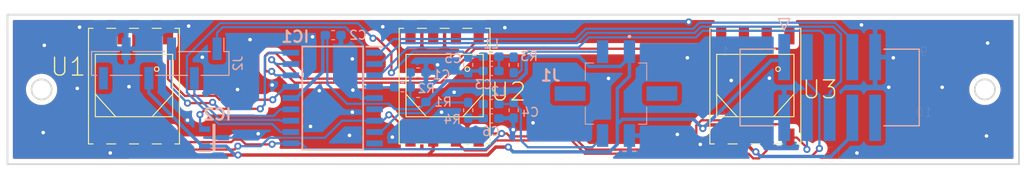
<source format=kicad_pcb>
(kicad_pcb (version 20171130) (host pcbnew "(5.1.4)-1")

  (general
    (thickness 1.6)
    (drawings 93)
    (tracks 374)
    (zones 0)
    (modules 20)
    (nets 35)
  )

  (page A4)
  (layers
    (0 F.Cu signal)
    (31 B.Cu signal)
    (32 B.Adhes user)
    (33 F.Adhes user)
    (34 B.Paste user)
    (35 F.Paste user)
    (36 B.SilkS user)
    (37 F.SilkS user)
    (38 B.Mask user)
    (39 F.Mask user)
    (40 Dwgs.User user)
    (41 Cmts.User user)
    (42 Eco1.User user)
    (43 Eco2.User user)
    (44 Edge.Cuts user)
    (45 Margin user)
    (46 B.CrtYd user)
    (47 F.CrtYd user)
    (48 B.Fab user hide)
    (49 F.Fab user)
  )

  (setup
    (last_trace_width 0.25)
    (user_trace_width 0.2032)
    (user_trace_width 0.254)
    (user_trace_width 0.381)
    (user_trace_width 0.508)
    (trace_clearance 0.2)
    (zone_clearance 0.508)
    (zone_45_only no)
    (trace_min 0.2)
    (via_size 0.8)
    (via_drill 0.4)
    (via_min_size 0.4)
    (via_min_drill 0.3)
    (uvia_size 0.3)
    (uvia_drill 0.1)
    (uvias_allowed no)
    (uvia_min_size 0.2)
    (uvia_min_drill 0.1)
    (edge_width 0.05)
    (segment_width 0.2)
    (pcb_text_width 0.3)
    (pcb_text_size 1.5 1.5)
    (mod_edge_width 0.12)
    (mod_text_size 1 1)
    (mod_text_width 0.15)
    (pad_size 1.143 2.032)
    (pad_drill 0)
    (pad_to_mask_clearance 0.051)
    (solder_mask_min_width 0.25)
    (aux_axis_origin 0 0)
    (visible_elements 7FFFFFFF)
    (pcbplotparams
      (layerselection 0x010fc_ffffffff)
      (usegerberextensions false)
      (usegerberattributes false)
      (usegerberadvancedattributes false)
      (creategerberjobfile false)
      (excludeedgelayer true)
      (linewidth 0.100000)
      (plotframeref false)
      (viasonmask false)
      (mode 1)
      (useauxorigin false)
      (hpglpennumber 1)
      (hpglpenspeed 20)
      (hpglpendiameter 15.000000)
      (psnegative false)
      (psa4output false)
      (plotreference true)
      (plotvalue true)
      (plotinvisibletext false)
      (padsonsilk false)
      (subtractmaskfromsilk false)
      (outputformat 1)
      (mirror false)
      (drillshape 1)
      (scaleselection 1)
      (outputdirectory ""))
  )

  (net 0 "")
  (net 1 "Net-(U1-Pad6)")
  (net 2 "Net-(U1-Pad7)")
  (net 3 "Net-(U1-Pad8)")
  (net 4 SS0)
  (net 5 SCLK)
  (net 6 MISO)
  (net 7 GND)
  (net 8 SS1)
  (net 9 "Net-(U2-Pad6)")
  (net 10 "Net-(U2-Pad7)")
  (net 11 "Net-(U2-Pad8)")
  (net 12 SS2)
  (net 13 "Net-(U3-Pad6)")
  (net 14 "Net-(U3-Pad7)")
  (net 15 "Net-(U3-Pad8)")
  (net 16 "Net-(C1-Pad1)")
  (net 17 +3V3)
  (net 18 UART_TX)
  (net 19 UART_RX)
  (net 20 "Net-(J2-Pad6)")
  (net 21 ICSPDAT)
  (net 22 ICSPCLK)
  (net 23 ~MCLR)
  (net 24 "Net-(J3-Pad10)")
  (net 25 SS3)
  (net 26 SS4)
  (net 27 SS5)
  (net 28 TempO)
  (net 29 "Net-(IC1-Pad6)")
  (net 30 "Net-(IC1-Pad9)")
  (net 31 "Net-(C3-Pad1)")
  (net 32 TX_Pic)
  (net 33 "Net-(C6-Pad1)")
  (net 34 RX_Pic)

  (net_class Default "This is the default net class."
    (clearance 0.2)
    (trace_width 0.25)
    (via_dia 0.8)
    (via_drill 0.4)
    (uvia_dia 0.3)
    (uvia_drill 0.1)
    (add_net +3V3)
    (add_net GND)
    (add_net ICSPCLK)
    (add_net ICSPDAT)
    (add_net MISO)
    (add_net "Net-(C1-Pad1)")
    (add_net "Net-(C3-Pad1)")
    (add_net "Net-(C6-Pad1)")
    (add_net "Net-(IC1-Pad6)")
    (add_net "Net-(IC1-Pad9)")
    (add_net "Net-(J2-Pad6)")
    (add_net "Net-(J3-Pad10)")
    (add_net "Net-(U1-Pad6)")
    (add_net "Net-(U1-Pad7)")
    (add_net "Net-(U1-Pad8)")
    (add_net "Net-(U2-Pad6)")
    (add_net "Net-(U2-Pad7)")
    (add_net "Net-(U2-Pad8)")
    (add_net "Net-(U3-Pad6)")
    (add_net "Net-(U3-Pad7)")
    (add_net "Net-(U3-Pad8)")
    (add_net RX_Pic)
    (add_net SCLK)
    (add_net SS0)
    (add_net SS1)
    (add_net SS2)
    (add_net SS3)
    (add_net SS4)
    (add_net SS5)
    (add_net TX_Pic)
    (add_net TempO)
    (add_net UART_RX)
    (add_net UART_TX)
    (add_net ~MCLR)
  )

  (module Resistor_SMD:R_0603_1608Metric_Pad1.05x0.95mm_HandSolder (layer B.Cu) (tedit 5B301BBD) (tstamp 5E2CB982)
    (at 101.854 96.4324 90)
    (descr "Resistor SMD 0603 (1608 Metric), square (rectangular) end terminal, IPC_7351 nominal with elongated pad for handsoldering. (Body size source: http://www.tortai-tech.com/upload/download/2011102023233369053.pdf), generated with kicad-footprint-generator")
    (tags "resistor handsolder")
    (path /5E3768BC)
    (attr smd)
    (fp_text reference R4 (at -1.03 -1.778 180) (layer B.SilkS)
      (effects (font (size 1 1) (thickness 0.15)) (justify mirror))
    )
    (fp_text value 470 (at 0 -1.43 90) (layer B.Fab)
      (effects (font (size 1 1) (thickness 0.15)) (justify mirror))
    )
    (fp_text user %R (at 0 0 90) (layer B.Fab)
      (effects (font (size 0.4 0.4) (thickness 0.06)) (justify mirror))
    )
    (fp_line (start 1.65 -0.73) (end -1.65 -0.73) (layer B.CrtYd) (width 0.05))
    (fp_line (start 1.65 0.73) (end 1.65 -0.73) (layer B.CrtYd) (width 0.05))
    (fp_line (start -1.65 0.73) (end 1.65 0.73) (layer B.CrtYd) (width 0.05))
    (fp_line (start -1.65 -0.73) (end -1.65 0.73) (layer B.CrtYd) (width 0.05))
    (fp_line (start -0.171267 -0.51) (end 0.171267 -0.51) (layer B.SilkS) (width 0.12))
    (fp_line (start -0.171267 0.51) (end 0.171267 0.51) (layer B.SilkS) (width 0.12))
    (fp_line (start 0.8 -0.4) (end -0.8 -0.4) (layer B.Fab) (width 0.1))
    (fp_line (start 0.8 0.4) (end 0.8 -0.4) (layer B.Fab) (width 0.1))
    (fp_line (start -0.8 0.4) (end 0.8 0.4) (layer B.Fab) (width 0.1))
    (fp_line (start -0.8 -0.4) (end -0.8 0.4) (layer B.Fab) (width 0.1))
    (pad 2 smd roundrect (at 0.875 0 90) (size 1.05 0.95) (layers B.Cu B.Paste B.Mask) (roundrect_rratio 0.25)
      (net 34 RX_Pic))
    (pad 1 smd roundrect (at -0.875 0 90) (size 1.05 0.95) (layers B.Cu B.Paste B.Mask) (roundrect_rratio 0.25)
      (net 33 "Net-(C6-Pad1)"))
    (model ${KISYS3DMOD}/Resistor_SMD.3dshapes/R_0603_1608Metric.wrl
      (at (xyz 0 0 0))
      (scale (xyz 1 1 1))
      (rotate (xyz 0 0 0))
    )
  )

  (module Resistor_SMD:R_0603_1608Metric_Pad1.05x0.95mm_HandSolder (layer B.Cu) (tedit 5B301BBD) (tstamp 5E2CB971)
    (at 106.934 91.3498 90)
    (descr "Resistor SMD 0603 (1608 Metric), square (rectangular) end terminal, IPC_7351 nominal with elongated pad for handsoldering. (Body size source: http://www.tortai-tech.com/upload/download/2011102023233369053.pdf), generated with kicad-footprint-generator")
    (tags "resistor handsolder")
    (path /5E375BDB)
    (attr smd)
    (fp_text reference R3 (at 0.9512 1.7272 180) (layer B.SilkS)
      (effects (font (size 1 1) (thickness 0.15)) (justify mirror))
    )
    (fp_text value 470 (at 0 -1.43 90) (layer B.Fab)
      (effects (font (size 1 1) (thickness 0.15)) (justify mirror))
    )
    (fp_text user %R (at 0 0 90) (layer B.Fab)
      (effects (font (size 0.4 0.4) (thickness 0.06)) (justify mirror))
    )
    (fp_line (start 1.65 -0.73) (end -1.65 -0.73) (layer B.CrtYd) (width 0.05))
    (fp_line (start 1.65 0.73) (end 1.65 -0.73) (layer B.CrtYd) (width 0.05))
    (fp_line (start -1.65 0.73) (end 1.65 0.73) (layer B.CrtYd) (width 0.05))
    (fp_line (start -1.65 -0.73) (end -1.65 0.73) (layer B.CrtYd) (width 0.05))
    (fp_line (start -0.171267 -0.51) (end 0.171267 -0.51) (layer B.SilkS) (width 0.12))
    (fp_line (start -0.171267 0.51) (end 0.171267 0.51) (layer B.SilkS) (width 0.12))
    (fp_line (start 0.8 -0.4) (end -0.8 -0.4) (layer B.Fab) (width 0.1))
    (fp_line (start 0.8 0.4) (end 0.8 -0.4) (layer B.Fab) (width 0.1))
    (fp_line (start -0.8 0.4) (end 0.8 0.4) (layer B.Fab) (width 0.1))
    (fp_line (start -0.8 -0.4) (end -0.8 0.4) (layer B.Fab) (width 0.1))
    (pad 2 smd roundrect (at 0.875 0 90) (size 1.05 0.95) (layers B.Cu B.Paste B.Mask) (roundrect_rratio 0.25)
      (net 31 "Net-(C3-Pad1)"))
    (pad 1 smd roundrect (at -0.875 0 90) (size 1.05 0.95) (layers B.Cu B.Paste B.Mask) (roundrect_rratio 0.25)
      (net 18 UART_TX))
    (model ${KISYS3DMOD}/Resistor_SMD.3dshapes/R_0603_1608Metric.wrl
      (at (xyz 0 0 0))
      (scale (xyz 1 1 1))
      (rotate (xyz 0 0 0))
    )
  )

  (module Inductor_SMD:L_0603_1608Metric_Pad1.05x0.95mm_HandSolder (layer B.Cu) (tedit 5B301BBE) (tstamp 5E2CB920)
    (at 104.408 95.7326 180)
    (descr "Capacitor SMD 0603 (1608 Metric), square (rectangular) end terminal, IPC_7351 nominal with elongated pad for handsoldering. (Body size source: http://www.tortai-tech.com/upload/download/2011102023233369053.pdf), generated with kicad-footprint-generator")
    (tags "inductor handsolder")
    (path /5E375805)
    (attr smd)
    (fp_text reference L2 (at -0.8496 1.4224) (layer B.SilkS)
      (effects (font (size 1 1) (thickness 0.15)) (justify mirror))
    )
    (fp_text value 0 (at 0 -1.43) (layer B.Fab)
      (effects (font (size 1 1) (thickness 0.15)) (justify mirror))
    )
    (fp_text user %R (at 0 0) (layer B.Fab)
      (effects (font (size 0.4 0.4) (thickness 0.06)) (justify mirror))
    )
    (fp_line (start 1.65 -0.73) (end -1.65 -0.73) (layer B.CrtYd) (width 0.05))
    (fp_line (start 1.65 0.73) (end 1.65 -0.73) (layer B.CrtYd) (width 0.05))
    (fp_line (start -1.65 0.73) (end 1.65 0.73) (layer B.CrtYd) (width 0.05))
    (fp_line (start -1.65 -0.73) (end -1.65 0.73) (layer B.CrtYd) (width 0.05))
    (fp_line (start -0.171267 -0.51) (end 0.171267 -0.51) (layer B.SilkS) (width 0.12))
    (fp_line (start -0.171267 0.51) (end 0.171267 0.51) (layer B.SilkS) (width 0.12))
    (fp_line (start 0.8 -0.4) (end -0.8 -0.4) (layer B.Fab) (width 0.1))
    (fp_line (start 0.8 0.4) (end 0.8 -0.4) (layer B.Fab) (width 0.1))
    (fp_line (start -0.8 0.4) (end 0.8 0.4) (layer B.Fab) (width 0.1))
    (fp_line (start -0.8 -0.4) (end -0.8 0.4) (layer B.Fab) (width 0.1))
    (pad 2 smd roundrect (at 0.875 0 180) (size 1.05 0.95) (layers B.Cu B.Paste B.Mask) (roundrect_rratio 0.25)
      (net 33 "Net-(C6-Pad1)"))
    (pad 1 smd roundrect (at -0.875 0 180) (size 1.05 0.95) (layers B.Cu B.Paste B.Mask) (roundrect_rratio 0.25)
      (net 19 UART_RX))
    (model ${KISYS3DMOD}/Inductor_SMD.3dshapes/L_0603_1608Metric.wrl
      (at (xyz 0 0 0))
      (scale (xyz 1 1 1))
      (rotate (xyz 0 0 0))
    )
  )

  (module Inductor_SMD:L_0603_1608Metric_Pad1.05x0.95mm_HandSolder (layer B.Cu) (tedit 5B301BBE) (tstamp 5E2CB90F)
    (at 104.408 90.424 180)
    (descr "Capacitor SMD 0603 (1608 Metric), square (rectangular) end terminal, IPC_7351 nominal with elongated pad for handsoldering. (Body size source: http://www.tortai-tech.com/upload/download/2011102023233369053.pdf), generated with kicad-footprint-generator")
    (tags "inductor handsolder")
    (path /5E374A79)
    (attr smd)
    (fp_text reference L1 (at -0.0114 1.4224) (layer B.SilkS)
      (effects (font (size 1 1) (thickness 0.15)) (justify mirror))
    )
    (fp_text value 0 (at 0 -1.43) (layer B.Fab)
      (effects (font (size 1 1) (thickness 0.15)) (justify mirror))
    )
    (fp_text user %R (at 0 0) (layer B.Fab)
      (effects (font (size 0.4 0.4) (thickness 0.06)) (justify mirror))
    )
    (fp_line (start 1.65 -0.73) (end -1.65 -0.73) (layer B.CrtYd) (width 0.05))
    (fp_line (start 1.65 0.73) (end 1.65 -0.73) (layer B.CrtYd) (width 0.05))
    (fp_line (start -1.65 0.73) (end 1.65 0.73) (layer B.CrtYd) (width 0.05))
    (fp_line (start -1.65 -0.73) (end -1.65 0.73) (layer B.CrtYd) (width 0.05))
    (fp_line (start -0.171267 -0.51) (end 0.171267 -0.51) (layer B.SilkS) (width 0.12))
    (fp_line (start -0.171267 0.51) (end 0.171267 0.51) (layer B.SilkS) (width 0.12))
    (fp_line (start 0.8 -0.4) (end -0.8 -0.4) (layer B.Fab) (width 0.1))
    (fp_line (start 0.8 0.4) (end 0.8 -0.4) (layer B.Fab) (width 0.1))
    (fp_line (start -0.8 0.4) (end 0.8 0.4) (layer B.Fab) (width 0.1))
    (fp_line (start -0.8 -0.4) (end -0.8 0.4) (layer B.Fab) (width 0.1))
    (pad 2 smd roundrect (at 0.875 0 180) (size 1.05 0.95) (layers B.Cu B.Paste B.Mask) (roundrect_rratio 0.25)
      (net 32 TX_Pic))
    (pad 1 smd roundrect (at -0.875 0 180) (size 1.05 0.95) (layers B.Cu B.Paste B.Mask) (roundrect_rratio 0.25)
      (net 31 "Net-(C3-Pad1)"))
    (model ${KISYS3DMOD}/Inductor_SMD.3dshapes/L_0603_1608Metric.wrl
      (at (xyz 0 0 0))
      (scale (xyz 1 1 1))
      (rotate (xyz 0 0 0))
    )
  )

  (module Capacitor_SMD:C_0603_1608Metric_Pad1.05x0.95mm_HandSolder (layer B.Cu) (tedit 5B301BBE) (tstamp 5E2CB7A6)
    (at 104.408 97.3455)
    (descr "Capacitor SMD 0603 (1608 Metric), square (rectangular) end terminal, IPC_7351 nominal with elongated pad for handsoldering. (Body size source: http://www.tortai-tech.com/upload/download/2011102023233369053.pdf), generated with kicad-footprint-generator")
    (tags "capacitor handsolder")
    (path /5E371D1D)
    (attr smd)
    (fp_text reference C6 (at -0.014 1.4605) (layer B.SilkS)
      (effects (font (size 1 1) (thickness 0.15)) (justify mirror))
    )
    (fp_text value 1n (at 0 -1.43) (layer B.Fab)
      (effects (font (size 1 1) (thickness 0.15)) (justify mirror))
    )
    (fp_text user %R (at 0 0) (layer B.Fab)
      (effects (font (size 0.4 0.4) (thickness 0.06)) (justify mirror))
    )
    (fp_line (start 1.65 -0.73) (end -1.65 -0.73) (layer B.CrtYd) (width 0.05))
    (fp_line (start 1.65 0.73) (end 1.65 -0.73) (layer B.CrtYd) (width 0.05))
    (fp_line (start -1.65 0.73) (end 1.65 0.73) (layer B.CrtYd) (width 0.05))
    (fp_line (start -1.65 -0.73) (end -1.65 0.73) (layer B.CrtYd) (width 0.05))
    (fp_line (start -0.171267 -0.51) (end 0.171267 -0.51) (layer B.SilkS) (width 0.12))
    (fp_line (start -0.171267 0.51) (end 0.171267 0.51) (layer B.SilkS) (width 0.12))
    (fp_line (start 0.8 -0.4) (end -0.8 -0.4) (layer B.Fab) (width 0.1))
    (fp_line (start 0.8 0.4) (end 0.8 -0.4) (layer B.Fab) (width 0.1))
    (fp_line (start -0.8 0.4) (end 0.8 0.4) (layer B.Fab) (width 0.1))
    (fp_line (start -0.8 -0.4) (end -0.8 0.4) (layer B.Fab) (width 0.1))
    (pad 2 smd roundrect (at 0.875 0) (size 1.05 0.95) (layers B.Cu B.Paste B.Mask) (roundrect_rratio 0.25)
      (net 7 GND))
    (pad 1 smd roundrect (at -0.875 0) (size 1.05 0.95) (layers B.Cu B.Paste B.Mask) (roundrect_rratio 0.25)
      (net 33 "Net-(C6-Pad1)"))
    (model ${KISYS3DMOD}/Capacitor_SMD.3dshapes/C_0603_1608Metric.wrl
      (at (xyz 0 0 0))
      (scale (xyz 1 1 1))
      (rotate (xyz 0 0 0))
    )
  )

  (module Capacitor_SMD:C_0603_1608Metric_Pad1.05x0.95mm_HandSolder (layer B.Cu) (tedit 5B301BBE) (tstamp 5E2CB795)
    (at 101.854 91.3498 270)
    (descr "Capacitor SMD 0603 (1608 Metric), square (rectangular) end terminal, IPC_7351 nominal with elongated pad for handsoldering. (Body size source: http://www.tortai-tech.com/upload/download/2011102023233369053.pdf), generated with kicad-footprint-generator")
    (tags "capacitor handsolder")
    (path /5E37293C)
    (attr smd)
    (fp_text reference C5 (at -0.7226 1.7018 180) (layer B.SilkS)
      (effects (font (size 1 1) (thickness 0.15)) (justify mirror))
    )
    (fp_text value NP (at 0 -1.43 90) (layer B.Fab)
      (effects (font (size 1 1) (thickness 0.15)) (justify mirror))
    )
    (fp_text user %R (at 0 0 90) (layer B.Fab)
      (effects (font (size 0.4 0.4) (thickness 0.06)) (justify mirror))
    )
    (fp_line (start 1.65 -0.73) (end -1.65 -0.73) (layer B.CrtYd) (width 0.05))
    (fp_line (start 1.65 0.73) (end 1.65 -0.73) (layer B.CrtYd) (width 0.05))
    (fp_line (start -1.65 0.73) (end 1.65 0.73) (layer B.CrtYd) (width 0.05))
    (fp_line (start -1.65 -0.73) (end -1.65 0.73) (layer B.CrtYd) (width 0.05))
    (fp_line (start -0.171267 -0.51) (end 0.171267 -0.51) (layer B.SilkS) (width 0.12))
    (fp_line (start -0.171267 0.51) (end 0.171267 0.51) (layer B.SilkS) (width 0.12))
    (fp_line (start 0.8 -0.4) (end -0.8 -0.4) (layer B.Fab) (width 0.1))
    (fp_line (start 0.8 0.4) (end 0.8 -0.4) (layer B.Fab) (width 0.1))
    (fp_line (start -0.8 0.4) (end 0.8 0.4) (layer B.Fab) (width 0.1))
    (fp_line (start -0.8 -0.4) (end -0.8 0.4) (layer B.Fab) (width 0.1))
    (pad 2 smd roundrect (at 0.875 0 270) (size 1.05 0.95) (layers B.Cu B.Paste B.Mask) (roundrect_rratio 0.25)
      (net 7 GND))
    (pad 1 smd roundrect (at -0.875 0 270) (size 1.05 0.95) (layers B.Cu B.Paste B.Mask) (roundrect_rratio 0.25)
      (net 32 TX_Pic))
    (model ${KISYS3DMOD}/Capacitor_SMD.3dshapes/C_0603_1608Metric.wrl
      (at (xyz 0 0 0))
      (scale (xyz 1 1 1))
      (rotate (xyz 0 0 0))
    )
  )

  (module Capacitor_SMD:C_0603_1608Metric_Pad1.05x0.95mm_HandSolder (layer B.Cu) (tedit 5B301BBE) (tstamp 5E2CB784)
    (at 106.934 96.4324 270)
    (descr "Capacitor SMD 0603 (1608 Metric), square (rectangular) end terminal, IPC_7351 nominal with elongated pad for handsoldering. (Body size source: http://www.tortai-tech.com/upload/download/2011102023233369053.pdf), generated with kicad-footprint-generator")
    (tags "capacitor handsolder")
    (path /5E372667)
    (attr smd)
    (fp_text reference C4 (at 0.2146 -1.8542 180) (layer B.SilkS)
      (effects (font (size 1 1) (thickness 0.15)) (justify mirror))
    )
    (fp_text value NP (at 0 -1.43 90) (layer B.Fab)
      (effects (font (size 1 1) (thickness 0.15)) (justify mirror))
    )
    (fp_text user %R (at 0 0 90) (layer B.Fab)
      (effects (font (size 0.4 0.4) (thickness 0.06)) (justify mirror))
    )
    (fp_line (start 1.65 -0.73) (end -1.65 -0.73) (layer B.CrtYd) (width 0.05))
    (fp_line (start 1.65 0.73) (end 1.65 -0.73) (layer B.CrtYd) (width 0.05))
    (fp_line (start -1.65 0.73) (end 1.65 0.73) (layer B.CrtYd) (width 0.05))
    (fp_line (start -1.65 -0.73) (end -1.65 0.73) (layer B.CrtYd) (width 0.05))
    (fp_line (start -0.171267 -0.51) (end 0.171267 -0.51) (layer B.SilkS) (width 0.12))
    (fp_line (start -0.171267 0.51) (end 0.171267 0.51) (layer B.SilkS) (width 0.12))
    (fp_line (start 0.8 -0.4) (end -0.8 -0.4) (layer B.Fab) (width 0.1))
    (fp_line (start 0.8 0.4) (end 0.8 -0.4) (layer B.Fab) (width 0.1))
    (fp_line (start -0.8 0.4) (end 0.8 0.4) (layer B.Fab) (width 0.1))
    (fp_line (start -0.8 -0.4) (end -0.8 0.4) (layer B.Fab) (width 0.1))
    (pad 2 smd roundrect (at 0.875 0 270) (size 1.05 0.95) (layers B.Cu B.Paste B.Mask) (roundrect_rratio 0.25)
      (net 7 GND))
    (pad 1 smd roundrect (at -0.875 0 270) (size 1.05 0.95) (layers B.Cu B.Paste B.Mask) (roundrect_rratio 0.25)
      (net 19 UART_RX))
    (model ${KISYS3DMOD}/Capacitor_SMD.3dshapes/C_0603_1608Metric.wrl
      (at (xyz 0 0 0))
      (scale (xyz 1 1 1))
      (rotate (xyz 0 0 0))
    )
  )

  (module Capacitor_SMD:C_0603_1608Metric_Pad1.05x0.95mm_HandSolder (layer B.Cu) (tedit 5B301BBE) (tstamp 5E2CB773)
    (at 104.408 92.0242 180)
    (descr "Capacitor SMD 0603 (1608 Metric), square (rectangular) end terminal, IPC_7351 nominal with elongated pad for handsoldering. (Body size source: http://www.tortai-tech.com/upload/download/2011102023233369053.pdf), generated with kicad-footprint-generator")
    (tags "capacitor handsolder")
    (path /5E372B7D)
    (attr smd)
    (fp_text reference C3 (at 0.8522 -1.524) (layer B.SilkS)
      (effects (font (size 1 1) (thickness 0.15)) (justify mirror))
    )
    (fp_text value 1n (at 0 -1.43) (layer B.Fab)
      (effects (font (size 1 1) (thickness 0.15)) (justify mirror))
    )
    (fp_text user %R (at 0 0) (layer B.Fab)
      (effects (font (size 0.4 0.4) (thickness 0.06)) (justify mirror))
    )
    (fp_line (start 1.65 -0.73) (end -1.65 -0.73) (layer B.CrtYd) (width 0.05))
    (fp_line (start 1.65 0.73) (end 1.65 -0.73) (layer B.CrtYd) (width 0.05))
    (fp_line (start -1.65 0.73) (end 1.65 0.73) (layer B.CrtYd) (width 0.05))
    (fp_line (start -1.65 -0.73) (end -1.65 0.73) (layer B.CrtYd) (width 0.05))
    (fp_line (start -0.171267 -0.51) (end 0.171267 -0.51) (layer B.SilkS) (width 0.12))
    (fp_line (start -0.171267 0.51) (end 0.171267 0.51) (layer B.SilkS) (width 0.12))
    (fp_line (start 0.8 -0.4) (end -0.8 -0.4) (layer B.Fab) (width 0.1))
    (fp_line (start 0.8 0.4) (end 0.8 -0.4) (layer B.Fab) (width 0.1))
    (fp_line (start -0.8 0.4) (end 0.8 0.4) (layer B.Fab) (width 0.1))
    (fp_line (start -0.8 -0.4) (end -0.8 0.4) (layer B.Fab) (width 0.1))
    (pad 2 smd roundrect (at 0.875 0 180) (size 1.05 0.95) (layers B.Cu B.Paste B.Mask) (roundrect_rratio 0.25)
      (net 7 GND))
    (pad 1 smd roundrect (at -0.875 0 180) (size 1.05 0.95) (layers B.Cu B.Paste B.Mask) (roundrect_rratio 0.25)
      (net 31 "Net-(C3-Pad1)"))
    (model ${KISYS3DMOD}/Capacitor_SMD.3dshapes/C_0603_1608Metric.wrl
      (at (xyz 0 0 0))
      (scale (xyz 1 1 1))
      (rotate (xyz 0 0 0))
    )
  )

  (module Connector_PinHeader_2.54mm:PinHeader_1x06_P2.54mm_Vertical_SMD_Pin1Right (layer B.Cu) (tedit 59FED5CC) (tstamp 5E2C42E3)
    (at 67.437 91.186 90)
    (descr "surface-mounted straight pin header, 1x06, 2.54mm pitch, single row, style 2 (pin 1 right)")
    (tags "Surface mounted pin header SMD 1x06 2.54mm single row style2 pin1 right")
    (path /5E08FA26)
    (attr smd)
    (fp_text reference J2 (at 0 8.68 90) (layer B.SilkS)
      (effects (font (size 1 1) (thickness 0.15)) (justify mirror))
    )
    (fp_text value Conn_01x06 (at 0 -8.68 90) (layer B.Fab)
      (effects (font (size 1 1) (thickness 0.15)) (justify mirror))
    )
    (fp_text user %R (at 0 0 180) (layer B.Fab)
      (effects (font (size 1 1) (thickness 0.15)) (justify mirror))
    )
    (fp_line (start 3.45 8.15) (end -3.45 8.15) (layer B.CrtYd) (width 0.05))
    (fp_line (start 3.45 -8.15) (end 3.45 8.15) (layer B.CrtYd) (width 0.05))
    (fp_line (start -3.45 -8.15) (end 3.45 -8.15) (layer B.CrtYd) (width 0.05))
    (fp_line (start -3.45 8.15) (end -3.45 -8.15) (layer B.CrtYd) (width 0.05))
    (fp_line (start -1.33 -2.03) (end -1.33 -5.59) (layer B.SilkS) (width 0.12))
    (fp_line (start -1.33 3.05) (end -1.33 -0.51) (layer B.SilkS) (width 0.12))
    (fp_line (start -1.33 -7.11) (end -1.33 -7.68) (layer B.SilkS) (width 0.12))
    (fp_line (start 1.33 7.68) (end 1.33 7.11) (layer B.SilkS) (width 0.12))
    (fp_line (start 1.33 7.11) (end 2.85 7.11) (layer B.SilkS) (width 0.12))
    (fp_line (start -1.33 7.68) (end -1.33 4.57) (layer B.SilkS) (width 0.12))
    (fp_line (start 1.33 -4.57) (end 1.33 -7.68) (layer B.SilkS) (width 0.12))
    (fp_line (start 1.33 0.51) (end 1.33 -3.05) (layer B.SilkS) (width 0.12))
    (fp_line (start 1.33 5.59) (end 1.33 2.03) (layer B.SilkS) (width 0.12))
    (fp_line (start -1.33 -7.68) (end 1.33 -7.68) (layer B.SilkS) (width 0.12))
    (fp_line (start -1.33 7.68) (end 1.33 7.68) (layer B.SilkS) (width 0.12))
    (fp_line (start 2.54 -4.13) (end 1.27 -4.13) (layer B.Fab) (width 0.1))
    (fp_line (start 2.54 -3.49) (end 2.54 -4.13) (layer B.Fab) (width 0.1))
    (fp_line (start 1.27 -3.49) (end 2.54 -3.49) (layer B.Fab) (width 0.1))
    (fp_line (start 2.54 0.95) (end 1.27 0.95) (layer B.Fab) (width 0.1))
    (fp_line (start 2.54 1.59) (end 2.54 0.95) (layer B.Fab) (width 0.1))
    (fp_line (start 1.27 1.59) (end 2.54 1.59) (layer B.Fab) (width 0.1))
    (fp_line (start 2.54 6.03) (end 1.27 6.03) (layer B.Fab) (width 0.1))
    (fp_line (start 2.54 6.67) (end 2.54 6.03) (layer B.Fab) (width 0.1))
    (fp_line (start 1.27 6.67) (end 2.54 6.67) (layer B.Fab) (width 0.1))
    (fp_line (start -2.54 -6.67) (end -1.27 -6.67) (layer B.Fab) (width 0.1))
    (fp_line (start -2.54 -6.03) (end -2.54 -6.67) (layer B.Fab) (width 0.1))
    (fp_line (start -1.27 -6.03) (end -2.54 -6.03) (layer B.Fab) (width 0.1))
    (fp_line (start -2.54 -1.59) (end -1.27 -1.59) (layer B.Fab) (width 0.1))
    (fp_line (start -2.54 -0.95) (end -2.54 -1.59) (layer B.Fab) (width 0.1))
    (fp_line (start -1.27 -0.95) (end -2.54 -0.95) (layer B.Fab) (width 0.1))
    (fp_line (start -2.54 3.49) (end -1.27 3.49) (layer B.Fab) (width 0.1))
    (fp_line (start -2.54 4.13) (end -2.54 3.49) (layer B.Fab) (width 0.1))
    (fp_line (start -1.27 4.13) (end -2.54 4.13) (layer B.Fab) (width 0.1))
    (fp_line (start -1.27 7.62) (end -1.27 -7.62) (layer B.Fab) (width 0.1))
    (fp_line (start 1.27 6.67) (end 0.32 7.62) (layer B.Fab) (width 0.1))
    (fp_line (start 1.27 -7.62) (end 1.27 6.67) (layer B.Fab) (width 0.1))
    (fp_line (start -1.27 7.62) (end 0.32 7.62) (layer B.Fab) (width 0.1))
    (fp_line (start 1.27 -7.62) (end -1.27 -7.62) (layer B.Fab) (width 0.1))
    (pad 5 smd rect (at 1.655 -3.81 90) (size 2.51 1) (layers B.Cu B.Paste B.Mask)
      (net 7 GND))
    (pad 3 smd rect (at 1.655 1.27 90) (size 2.51 1) (layers B.Cu B.Paste B.Mask)
      (net 21 ICSPDAT))
    (pad 1 smd rect (at 1.655 6.35 90) (size 2.51 1) (layers B.Cu B.Paste B.Mask)
      (net 23 ~MCLR))
    (pad 6 smd rect (at -1.655 -6.35 90) (size 2.51 1) (layers B.Cu B.Paste B.Mask)
      (net 20 "Net-(J2-Pad6)"))
    (pad 4 smd rect (at -1.655 -1.27 90) (size 2.51 1) (layers B.Cu B.Paste B.Mask)
      (net 17 +3V3))
    (pad 2 smd rect (at -1.655 3.81 90) (size 2.51 1) (layers B.Cu B.Paste B.Mask)
      (net 22 ICSPCLK))
    (model ${KISYS3DMOD}/Connector_PinHeader_2.54mm.3dshapes/PinHeader_1x06_P2.54mm_Vertical_SMD_Pin1Right.wrl
      (at (xyz 0 0 0))
      (scale (xyz 1 1 1))
      (rotate (xyz 0 0 0))
    )
  )

  (module "Pressure Sensor PDC:PressureSensor" (layer F.Cu) (tedit 5DE832CD) (tstamp 5E2C3ED0)
    (at 133.9342 94.615)
    (path /5E2B9E78)
    (fp_text reference U3 (at 7.2263 -0.508) (layer F.SilkS)
      (effects (font (size 2 2) (thickness 0.15)))
    )
    (fp_text value PressureSensor (at 0 7.62) (layer F.Fab)
      (effects (font (size 2 2) (thickness 0.15)))
    )
    (fp_line (start -4.826 5.588) (end -4.572 5.588) (layer F.SilkS) (width 0.12))
    (fp_line (start -2.032 5.588) (end -3.048 5.588) (layer F.SilkS) (width 0.12))
    (fp_line (start -0.508 5.588) (end 0.508 5.588) (layer F.SilkS) (width 0.12))
    (fp_line (start 2.032 5.588) (end 3.048 5.588) (layer F.SilkS) (width 0.12))
    (fp_line (start -4.826 5.588) (end -5.08 5.588) (layer F.SilkS) (width 0.12))
    (fp_line (start -5.08 5.588) (end -5.08 -7.366) (layer F.SilkS) (width 0.12))
    (fp_line (start -4.572 -7.366) (end -5.08 -7.366) (layer F.SilkS) (width 0.12))
    (fp_line (start -3.048 -7.366) (end -2.032 -7.366) (layer F.SilkS) (width 0.12))
    (fp_line (start -0.508 -7.366) (end 0.508 -7.366) (layer F.SilkS) (width 0.12))
    (fp_line (start 2.032 -7.366) (end 3.048 -7.366) (layer F.SilkS) (width 0.12))
    (fp_line (start 4.572 -7.366) (end 5.08 -7.366) (layer F.SilkS) (width 0.12))
    (fp_line (start 5.08 -7.366) (end 5.08 5.588) (layer F.SilkS) (width 0.12))
    (fp_line (start 5.08 5.588) (end 4.572 5.588) (layer F.SilkS) (width 0.12))
    (fp_line (start -4.318 -4.45) (end 4.318 -4.45) (layer F.SilkS) (width 0.12))
    (fp_line (start 4.318 -4.45) (end 4.318 2.54) (layer F.SilkS) (width 0.12))
    (fp_line (start 4.318 2.54) (end -4.318 2.54) (layer F.SilkS) (width 0.12))
    (fp_line (start -4.318 2.54) (end -4.318 -4.45) (layer F.SilkS) (width 0.12))
    (fp_line (start -4.318 0) (end -2.032 2.54) (layer F.SilkS) (width 0.12))
    (fp_line (start 2.032 2.54) (end 4.318 0) (layer F.SilkS) (width 0.12))
    (fp_circle (center 2.54 -2.794) (end 2.54 -3.048) (layer F.SilkS) (width 0.12))
    (pad 1 smd rect (at -3.814 4.878) (size 1.143 2.032) (layers F.Cu F.Paste F.Mask)
      (net 7 GND))
    (pad 2 smd rect (at -1.274 4.878) (size 1.143 2.032) (layers F.Cu F.Paste F.Mask)
      (net 17 +3V3))
    (pad 3 smd rect (at 1.266 4.878) (size 1.143 2.032) (layers F.Cu F.Paste F.Mask)
      (net 6 MISO))
    (pad 4 smd rect (at 3.806 4.878) (size 1.143 2.032) (layers F.Cu F.Paste F.Mask)
      (net 5 SCLK))
    (pad 8 smd rect (at -3.814 -6.582) (size 1.143 2.032) (layers F.Cu F.Paste F.Mask)
      (net 15 "Net-(U3-Pad8)"))
    (pad 7 smd rect (at -1.274 -6.582) (size 1.143 2.032) (layers F.Cu F.Paste F.Mask)
      (net 14 "Net-(U3-Pad7)"))
    (pad 6 smd rect (at 1.266 -6.582) (size 1.143 2.032) (layers F.Cu F.Paste F.Mask)
      (net 13 "Net-(U3-Pad6)"))
    (pad 5 smd rect (at 3.806 -6.582) (size 1.143 2.032) (layers F.Cu F.Paste F.Mask)
      (net 27 SS5))
  )

  (module "Pressure Sensor PDC:PressureSensor" (layer F.Cu) (tedit 5DE832CD) (tstamp 5E2C3EB0)
    (at 99.213 94.615)
    (path /5E2B9A49)
    (fp_text reference U2 (at 7.1495 -0.254) (layer F.SilkS)
      (effects (font (size 2 2) (thickness 0.15)))
    )
    (fp_text value PressureSensor (at 0 7.62) (layer F.Fab)
      (effects (font (size 2 2) (thickness 0.15)))
    )
    (fp_line (start -4.826 5.588) (end -4.572 5.588) (layer F.SilkS) (width 0.12))
    (fp_line (start -2.032 5.588) (end -3.048 5.588) (layer F.SilkS) (width 0.12))
    (fp_line (start -0.508 5.588) (end 0.508 5.588) (layer F.SilkS) (width 0.12))
    (fp_line (start 2.032 5.588) (end 3.048 5.588) (layer F.SilkS) (width 0.12))
    (fp_line (start -4.826 5.588) (end -5.08 5.588) (layer F.SilkS) (width 0.12))
    (fp_line (start -5.08 5.588) (end -5.08 -7.366) (layer F.SilkS) (width 0.12))
    (fp_line (start -4.572 -7.366) (end -5.08 -7.366) (layer F.SilkS) (width 0.12))
    (fp_line (start -3.048 -7.366) (end -2.032 -7.366) (layer F.SilkS) (width 0.12))
    (fp_line (start -0.508 -7.366) (end 0.508 -7.366) (layer F.SilkS) (width 0.12))
    (fp_line (start 2.032 -7.366) (end 3.048 -7.366) (layer F.SilkS) (width 0.12))
    (fp_line (start 4.572 -7.366) (end 5.08 -7.366) (layer F.SilkS) (width 0.12))
    (fp_line (start 5.08 -7.366) (end 5.08 5.588) (layer F.SilkS) (width 0.12))
    (fp_line (start 5.08 5.588) (end 4.572 5.588) (layer F.SilkS) (width 0.12))
    (fp_line (start -4.318 -4.45) (end 4.318 -4.45) (layer F.SilkS) (width 0.12))
    (fp_line (start 4.318 -4.45) (end 4.318 2.54) (layer F.SilkS) (width 0.12))
    (fp_line (start 4.318 2.54) (end -4.318 2.54) (layer F.SilkS) (width 0.12))
    (fp_line (start -4.318 2.54) (end -4.318 -4.45) (layer F.SilkS) (width 0.12))
    (fp_line (start -4.318 0) (end -2.032 2.54) (layer F.SilkS) (width 0.12))
    (fp_line (start 2.032 2.54) (end 4.318 0) (layer F.SilkS) (width 0.12))
    (fp_circle (center 2.54 -2.794) (end 2.54 -3.048) (layer F.SilkS) (width 0.12))
    (pad 1 smd rect (at -3.814 4.878) (size 1.143 2.032) (layers F.Cu F.Paste F.Mask)
      (net 7 GND))
    (pad 2 smd rect (at -1.274 4.878) (size 1.143 2.032) (layers F.Cu F.Paste F.Mask)
      (net 17 +3V3))
    (pad 3 smd rect (at 1.266 4.878) (size 1.143 2.032) (layers F.Cu F.Paste F.Mask)
      (net 6 MISO))
    (pad 4 smd rect (at 3.806 4.878) (size 1.143 2.032) (layers F.Cu F.Paste F.Mask)
      (net 5 SCLK))
    (pad 8 smd rect (at -3.814 -6.582) (size 1.143 2.032) (layers F.Cu F.Paste F.Mask)
      (net 11 "Net-(U2-Pad8)"))
    (pad 7 smd rect (at -1.274 -6.582) (size 1.143 2.032) (layers F.Cu F.Paste F.Mask)
      (net 10 "Net-(U2-Pad7)"))
    (pad 6 smd rect (at 1.266 -6.582) (size 1.143 2.032) (layers F.Cu F.Paste F.Mask)
      (net 9 "Net-(U2-Pad6)"))
    (pad 5 smd rect (at 3.806 -6.582) (size 1.143 2.032) (layers F.Cu F.Paste F.Mask)
      (net 26 SS4))
  )

  (module "Pressure Sensor PDC:PressureSensor" (layer F.Cu) (tedit 5DE832CD) (tstamp 5E2C3E90)
    (at 64.49968 94.615)
    (path /5E2B91FC)
    (fp_text reference U1 (at -7.34968 -3.048) (layer F.SilkS)
      (effects (font (size 2 2) (thickness 0.15)))
    )
    (fp_text value PressureSensor (at 0 7.62) (layer F.Fab)
      (effects (font (size 2 2) (thickness 0.15)))
    )
    (fp_line (start -4.826 5.588) (end -4.572 5.588) (layer F.SilkS) (width 0.12))
    (fp_line (start -2.032 5.588) (end -3.048 5.588) (layer F.SilkS) (width 0.12))
    (fp_line (start -0.508 5.588) (end 0.508 5.588) (layer F.SilkS) (width 0.12))
    (fp_line (start 2.032 5.588) (end 3.048 5.588) (layer F.SilkS) (width 0.12))
    (fp_line (start -4.826 5.588) (end -5.08 5.588) (layer F.SilkS) (width 0.12))
    (fp_line (start -5.08 5.588) (end -5.08 -7.366) (layer F.SilkS) (width 0.12))
    (fp_line (start -4.572 -7.366) (end -5.08 -7.366) (layer F.SilkS) (width 0.12))
    (fp_line (start -3.048 -7.366) (end -2.032 -7.366) (layer F.SilkS) (width 0.12))
    (fp_line (start -0.508 -7.366) (end 0.508 -7.366) (layer F.SilkS) (width 0.12))
    (fp_line (start 2.032 -7.366) (end 3.048 -7.366) (layer F.SilkS) (width 0.12))
    (fp_line (start 4.572 -7.366) (end 5.08 -7.366) (layer F.SilkS) (width 0.12))
    (fp_line (start 5.08 -7.366) (end 5.08 5.588) (layer F.SilkS) (width 0.12))
    (fp_line (start 5.08 5.588) (end 4.572 5.588) (layer F.SilkS) (width 0.12))
    (fp_line (start -4.318 -4.45) (end 4.318 -4.45) (layer F.SilkS) (width 0.12))
    (fp_line (start 4.318 -4.45) (end 4.318 2.54) (layer F.SilkS) (width 0.12))
    (fp_line (start 4.318 2.54) (end -4.318 2.54) (layer F.SilkS) (width 0.12))
    (fp_line (start -4.318 2.54) (end -4.318 -4.45) (layer F.SilkS) (width 0.12))
    (fp_line (start -4.318 0) (end -2.032 2.54) (layer F.SilkS) (width 0.12))
    (fp_line (start 2.032 2.54) (end 4.318 0) (layer F.SilkS) (width 0.12))
    (fp_circle (center 2.54 -2.794) (end 2.54 -3.048) (layer F.SilkS) (width 0.12))
    (pad 1 smd rect (at -3.814 4.878) (size 1.143 2.032) (layers F.Cu F.Paste F.Mask)
      (net 7 GND))
    (pad 2 smd rect (at -1.274 4.878) (size 1.143 2.032) (layers F.Cu F.Paste F.Mask)
      (net 17 +3V3))
    (pad 3 smd rect (at 1.266 4.878) (size 1.143 2.032) (layers F.Cu F.Paste F.Mask)
      (net 6 MISO))
    (pad 4 smd rect (at 3.806 4.878) (size 1.143 2.032) (layers F.Cu F.Paste F.Mask)
      (net 5 SCLK))
    (pad 8 smd rect (at -3.814 -6.582) (size 1.143 2.032) (layers F.Cu F.Paste F.Mask)
      (net 3 "Net-(U1-Pad8)"))
    (pad 7 smd rect (at -1.274 -6.582) (size 1.143 2.032) (layers F.Cu F.Paste F.Mask)
      (net 2 "Net-(U1-Pad7)"))
    (pad 6 smd rect (at 1.266 -6.582) (size 1.143 2.032) (layers F.Cu F.Paste F.Mask)
      (net 1 "Net-(U1-Pad6)"))
    (pad 5 smd rect (at 3.806 -6.582) (size 1.143 2.032) (layers F.Cu F.Paste F.Mask)
      (net 25 SS3))
  )

  (module "Pressure Sensor PDC:3M_N2510-6V0C-RB-WD" (layer B.Cu) (tedit 5E2A8F3F) (tstamp 5E2C23B8)
    (at 142.24 93.8784)
    (path /5E2C116D)
    (fp_text reference J3 (at 0.48349 7.58307) (layer B.SilkS)
      (effects (font (size 1.643008 1.643008) (thickness 0.015)) (justify mirror))
    )
    (fp_text value Conn_01x10_Male (at 14.378645 -7.405615) (layer B.Fab)
      (effects (font (size 1.643157 1.643157) (thickness 0.015)) (justify mirror))
    )
    (fp_text user 9 (at 10.5181 -4.03956) (layer B.Fab)
      (effects (font (size 1.000236 1.000236) (thickness 0.015)) (justify mirror))
    )
    (fp_text user 10 (at 10.5308 2.77259) (layer B.Fab)
      (effects (font (size 1.001441 1.001441) (thickness 0.015)) (justify mirror))
    )
    (fp_text user 1 (at -11.675 -4.04429) (layer B.Fab)
      (effects (font (size 1.001409 1.001409) (thickness 0.015)) (justify mirror))
    )
    (fp_text user 2 (at -11.6783 2.77328) (layer B.Fab)
      (effects (font (size 1.001693 1.001693) (thickness 0.015)) (justify mirror))
    )
    (fp_line (start 10.0076 4.2926) (end -10.0076 4.2926) (layer B.Fab) (width 0.1524))
    (fp_line (start 10.0076 -4.2926) (end 10.0076 4.2926) (layer B.Fab) (width 0.1524))
    (fp_line (start -10.0076 -4.2926) (end 10.0076 -4.2926) (layer B.Fab) (width 0.1524))
    (fp_line (start -10.0076 4.2926) (end -10.0076 -4.2926) (layer B.Fab) (width 0.1524))
    (fp_line (start -5.715 -7.7216) (end -5.08 -6.4516) (layer B.Fab) (width 0.1524))
    (fp_line (start -4.445 -7.7216) (end -5.715 -7.7216) (layer B.Fab) (width 0.1524))
    (fp_line (start -5.08 -6.4516) (end -4.445 -7.7216) (layer B.Fab) (width 0.1524))
    (fp_text user 9 (at 10.5254 -4.04237) (layer B.SilkS)
      (effects (font (size 1.000937 1.000937) (thickness 0.015)) (justify mirror))
    )
    (fp_text user 10 (at 10.5308 2.77259) (layer B.SilkS)
      (effects (font (size 1.001441 1.001441) (thickness 0.015)) (justify mirror))
    )
    (fp_text user 1 (at -11.6808 -4.0463) (layer B.SilkS)
      (effects (font (size 1.001906 1.001906) (thickness 0.015)) (justify mirror))
    )
    (fp_text user 2 (at -11.6636 2.76978) (layer B.SilkS)
      (effects (font (size 1.000425 1.000425) (thickness 0.015)) (justify mirror))
    )
    (fp_line (start -6.0706 4.2926) (end -10.0076 4.2926) (layer B.SilkS) (width 0.1524))
    (fp_line (start 10.0076 4.2926) (end 6.0706 4.2926) (layer B.SilkS) (width 0.1524))
    (fp_line (start 10.0076 -4.2926) (end 10.0076 4.2926) (layer B.SilkS) (width 0.1524))
    (fp_line (start -10.0076 -4.2926) (end -6.0706 -4.2926) (layer B.SilkS) (width 0.1524))
    (fp_line (start -10.0076 4.2926) (end -10.0076 -4.2926) (layer B.SilkS) (width 0.1524))
    (fp_line (start -5.715 -7.7216) (end -5.08 -6.4516) (layer B.SilkS) (width 0.1524))
    (fp_line (start -4.445 -7.7216) (end -5.715 -7.7216) (layer B.SilkS) (width 0.1524))
    (fp_line (start -5.08 -6.4516) (end -4.445 -7.7216) (layer B.SilkS) (width 0.1524))
    (fp_line (start 6.0706 -4.2926) (end 10.0076 -4.2926) (layer B.SilkS) (width 0.1524))
    (pad 10 smd rect (at 5.08 3.4036) (size 1.3208 5.1816) (layers B.Cu B.Paste B.Mask)
      (net 24 "Net-(J3-Pad10)"))
    (pad 9 smd rect (at 5.08 -3.4036) (size 1.3208 5.1816) (layers B.Cu B.Paste B.Mask)
      (net 7 GND))
    (pad 8 smd rect (at 2.54 3.4036) (size 1.3208 5.1816) (layers B.Cu B.Paste B.Mask)
      (net 17 +3V3))
    (pad 7 smd rect (at 2.54 -3.4036) (size 1.3208 5.1816) (layers B.Cu B.Paste B.Mask)
      (net 4 SS0))
    (pad 6 smd rect (at 0 3.4036) (size 1.3208 5.1816) (layers B.Cu B.Paste B.Mask)
      (net 8 SS1))
    (pad 5 smd rect (at 0 -3.4036) (size 1.3208 5.1816) (layers B.Cu B.Paste B.Mask)
      (net 12 SS2))
    (pad 4 smd rect (at -2.54 3.4036) (size 1.3208 5.1816) (layers B.Cu B.Paste B.Mask)
      (net 5 SCLK))
    (pad 3 smd rect (at -2.54 -3.4036) (size 1.3208 5.1816) (layers B.Cu B.Paste B.Mask)
      (net 6 MISO))
    (pad 2 smd rect (at -5.08 3.4036) (size 1.3208 5.1816) (layers B.Cu B.Paste B.Mask)
      (net 7 GND))
    (pad 1 smd rect (at -5.08 -3.4036) (size 1.3208 5.1816) (layers B.Cu B.Paste B.Mask)
      (net 17 +3V3))
  )

  (module "Pressure Sensor PDC:SOIC127P1030X265-18N" (layer B.Cu) (tedit 0) (tstamp 5E2C1CDB)
    (at 86.70798 95.0595 180)
    (descr "SO 18-Lead [SOIC]")
    (tags "Integrated Circuit")
    (path /5E14ECE1)
    (attr smd)
    (fp_text reference IC1 (at 4.18338 6.8707) (layer B.SilkS)
      (effects (font (size 1.27 1.27) (thickness 0.254)) (justify mirror))
    )
    (fp_text value PIC16LF1826-I_SO (at 0 0) (layer B.SilkS) hide
      (effects (font (size 1.27 1.27) (thickness 0.254)) (justify mirror))
    )
    (fp_text user %R (at 0 0) (layer B.Fab)
      (effects (font (size 1.27 1.27) (thickness 0.254)) (justify mirror))
    )
    (fp_line (start -5.85 6.025) (end 5.85 6.025) (layer B.CrtYd) (width 0.05))
    (fp_line (start 5.85 6.025) (end 5.85 -6.025) (layer B.CrtYd) (width 0.05))
    (fp_line (start 5.85 -6.025) (end -5.85 -6.025) (layer B.CrtYd) (width 0.05))
    (fp_line (start -5.85 -6.025) (end -5.85 6.025) (layer B.CrtYd) (width 0.05))
    (fp_line (start -3.75 5.775) (end 3.75 5.775) (layer B.Fab) (width 0.1))
    (fp_line (start 3.75 5.775) (end 3.75 -5.775) (layer B.Fab) (width 0.1))
    (fp_line (start 3.75 -5.775) (end -3.75 -5.775) (layer B.Fab) (width 0.1))
    (fp_line (start -3.75 -5.775) (end -3.75 5.775) (layer B.Fab) (width 0.1))
    (fp_line (start -3.75 4.505) (end -2.48 5.775) (layer B.Fab) (width 0.1))
    (fp_line (start -3.4 5.775) (end 3.4 5.775) (layer B.SilkS) (width 0.2))
    (fp_line (start 3.4 5.775) (end 3.4 -5.775) (layer B.SilkS) (width 0.2))
    (fp_line (start 3.4 -5.775) (end -3.4 -5.775) (layer B.SilkS) (width 0.2))
    (fp_line (start -3.4 -5.775) (end -3.4 5.775) (layer B.SilkS) (width 0.2))
    (fp_line (start -5.6 5.755) (end -3.75 5.755) (layer B.SilkS) (width 0.2))
    (pad 1 smd rect (at -4.675 5.08 90) (size 0.65 1.85) (layers B.Cu B.Paste B.Mask)
      (net 4 SS0))
    (pad 2 smd rect (at -4.675 3.81 90) (size 0.65 1.85) (layers B.Cu B.Paste B.Mask)
      (net 8 SS1))
    (pad 3 smd rect (at -4.675 2.54 90) (size 0.65 1.85) (layers B.Cu B.Paste B.Mask)
      (net 12 SS2))
    (pad 4 smd rect (at -4.675 1.27 90) (size 0.65 1.85) (layers B.Cu B.Paste B.Mask)
      (net 23 ~MCLR))
    (pad 5 smd rect (at -4.675 0 90) (size 0.65 1.85) (layers B.Cu B.Paste B.Mask)
      (net 7 GND))
    (pad 6 smd rect (at -4.675 -1.27 90) (size 0.65 1.85) (layers B.Cu B.Paste B.Mask)
      (net 29 "Net-(IC1-Pad6)"))
    (pad 7 smd rect (at -4.675 -2.54 90) (size 0.65 1.85) (layers B.Cu B.Paste B.Mask)
      (net 6 MISO))
    (pad 8 smd rect (at -4.675 -3.81 90) (size 0.65 1.85) (layers B.Cu B.Paste B.Mask)
      (net 34 RX_Pic))
    (pad 9 smd rect (at -4.675 -5.08 90) (size 0.65 1.85) (layers B.Cu B.Paste B.Mask)
      (net 30 "Net-(IC1-Pad9)"))
    (pad 10 smd rect (at 4.675 -5.08 90) (size 0.65 1.85) (layers B.Cu B.Paste B.Mask)
      (net 5 SCLK))
    (pad 11 smd rect (at 4.675 -3.81 90) (size 0.65 1.85) (layers B.Cu B.Paste B.Mask)
      (net 32 TX_Pic))
    (pad 12 smd rect (at 4.675 -2.54 90) (size 0.65 1.85) (layers B.Cu B.Paste B.Mask)
      (net 22 ICSPCLK))
    (pad 13 smd rect (at 4.675 -1.27 90) (size 0.65 1.85) (layers B.Cu B.Paste B.Mask)
      (net 21 ICSPDAT))
    (pad 14 smd rect (at 4.675 0 90) (size 0.65 1.85) (layers B.Cu B.Paste B.Mask)
      (net 17 +3V3))
    (pad 15 smd rect (at 4.675 1.27 90) (size 0.65 1.85) (layers B.Cu B.Paste B.Mask)
      (net 25 SS3))
    (pad 16 smd rect (at 4.675 2.54 90) (size 0.65 1.85) (layers B.Cu B.Paste B.Mask)
      (net 26 SS4))
    (pad 17 smd rect (at 4.675 3.81 90) (size 0.65 1.85) (layers B.Cu B.Paste B.Mask)
      (net 27 SS5))
    (pad 18 smd rect (at 4.675 5.08 90) (size 0.65 1.85) (layers B.Cu B.Paste B.Mask)
      (net 28 TempO))
    (model PIC16LF1826-I_SO.stp
      (at (xyz 0 0 0))
      (scale (xyz 1 1 1))
      (rotate (xyz 0 0 0))
    )
  )

  (module "Pressure Sensor PDC:SOT95P237X112-3N" (layer B.Cu) (tedit 0) (tstamp 5E2C17D4)
    (at 73.44 99.502)
    (descr "DBZ (R-PDSO-G3)")
    (tags "Integrated Circuit")
    (path /5E15B83C)
    (attr smd)
    (fp_text reference IC2 (at 0.3724 -2.601) (layer B.SilkS)
      (effects (font (size 1.27 1.27) (thickness 0.254)) (justify mirror))
    )
    (fp_text value LM60CIM3_NOPB (at 0 0) (layer B.SilkS) hide
      (effects (font (size 1.27 1.27) (thickness 0.254)) (justify mirror))
    )
    (fp_text user %R (at 0 0) (layer B.Fab)
      (effects (font (size 1.27 1.27) (thickness 0.254)) (justify mirror))
    )
    (fp_line (start -1.925 1.77) (end 1.925 1.77) (layer B.CrtYd) (width 0.05))
    (fp_line (start 1.925 1.77) (end 1.925 -1.77) (layer B.CrtYd) (width 0.05))
    (fp_line (start 1.925 -1.77) (end -1.925 -1.77) (layer B.CrtYd) (width 0.05))
    (fp_line (start -1.925 -1.77) (end -1.925 1.77) (layer B.CrtYd) (width 0.05))
    (fp_line (start -0.65 1.46) (end 0.65 1.46) (layer B.Fab) (width 0.1))
    (fp_line (start 0.65 1.46) (end 0.65 -1.46) (layer B.Fab) (width 0.1))
    (fp_line (start 0.65 -1.46) (end -0.65 -1.46) (layer B.Fab) (width 0.1))
    (fp_line (start -0.65 -1.46) (end -0.65 1.46) (layer B.Fab) (width 0.1))
    (fp_line (start -0.65 0.51) (end 0.3 1.46) (layer B.Fab) (width 0.1))
    (fp_line (start -0.075 1.46) (end 0.075 1.46) (layer B.SilkS) (width 0.2))
    (fp_line (start 0.075 1.46) (end 0.075 -1.46) (layer B.SilkS) (width 0.2))
    (fp_line (start 0.075 -1.46) (end -0.075 -1.46) (layer B.SilkS) (width 0.2))
    (fp_line (start -0.075 -1.46) (end -0.075 1.46) (layer B.SilkS) (width 0.2))
    (fp_line (start -1.675 1.5) (end -0.425 1.5) (layer B.SilkS) (width 0.2))
    (pad 1 smd rect (at -1.05 0.95 270) (size 0.6 1.25) (layers B.Cu B.Paste B.Mask)
      (net 17 +3V3))
    (pad 2 smd rect (at -1.05 -0.95 270) (size 0.6 1.25) (layers B.Cu B.Paste B.Mask)
      (net 28 TempO))
    (pad 3 smd rect (at 1.05 0 270) (size 0.6 1.25) (layers B.Cu B.Paste B.Mask)
      (net 7 GND))
    (model LM60CIM3_NOPB.stp
      (at (xyz 0 0 0))
      (scale (xyz 1 1 1))
      (rotate (xyz 0 0 0))
    )
  )

  (module Resistor_SMD:R_0603_1608Metric_Pad1.05x0.95mm_HandSolder (layer B.Cu) (tedit 5B301BBD) (tstamp 5E2C0DA8)
    (at 94.502 93.853)
    (descr "Resistor SMD 0603 (1608 Metric), square (rectangular) end terminal, IPC_7351 nominal with elongated pad for handsoldering. (Body size source: http://www.tortai-tech.com/upload/download/2011102023233369053.pdf), generated with kicad-footprint-generator")
    (tags "resistor handsolder")
    (path /5E1502C0)
    (attr smd)
    (fp_text reference R2 (at 2.653 0.127) (layer B.SilkS)
      (effects (font (size 1 1) (thickness 0.15)) (justify mirror))
    )
    (fp_text value 1k (at 0 -1.43) (layer B.Fab)
      (effects (font (size 1 1) (thickness 0.15)) (justify mirror))
    )
    (fp_text user %R (at 0 0) (layer B.Fab)
      (effects (font (size 0.4 0.4) (thickness 0.06)) (justify mirror))
    )
    (fp_line (start 1.65 -0.73) (end -1.65 -0.73) (layer B.CrtYd) (width 0.05))
    (fp_line (start 1.65 0.73) (end 1.65 -0.73) (layer B.CrtYd) (width 0.05))
    (fp_line (start -1.65 0.73) (end 1.65 0.73) (layer B.CrtYd) (width 0.05))
    (fp_line (start -1.65 -0.73) (end -1.65 0.73) (layer B.CrtYd) (width 0.05))
    (fp_line (start -0.171267 -0.51) (end 0.171267 -0.51) (layer B.SilkS) (width 0.12))
    (fp_line (start -0.171267 0.51) (end 0.171267 0.51) (layer B.SilkS) (width 0.12))
    (fp_line (start 0.8 -0.4) (end -0.8 -0.4) (layer B.Fab) (width 0.1))
    (fp_line (start 0.8 0.4) (end 0.8 -0.4) (layer B.Fab) (width 0.1))
    (fp_line (start -0.8 0.4) (end 0.8 0.4) (layer B.Fab) (width 0.1))
    (fp_line (start -0.8 -0.4) (end -0.8 0.4) (layer B.Fab) (width 0.1))
    (pad 2 smd roundrect (at 0.875 0) (size 1.05 0.95) (layers B.Cu B.Paste B.Mask) (roundrect_rratio 0.25)
      (net 16 "Net-(C1-Pad1)"))
    (pad 1 smd roundrect (at -0.875 0) (size 1.05 0.95) (layers B.Cu B.Paste B.Mask) (roundrect_rratio 0.25)
      (net 23 ~MCLR))
    (model ${KISYS3DMOD}/Resistor_SMD.3dshapes/R_0603_1608Metric.wrl
      (at (xyz 0 0 0))
      (scale (xyz 1 1 1))
      (rotate (xyz 0 0 0))
    )
  )

  (module Resistor_SMD:R_0603_1608Metric_Pad1.05x0.95mm_HandSolder (layer B.Cu) (tedit 5B301BBD) (tstamp 5E2C0D97)
    (at 96.252 95.504)
    (descr "Resistor SMD 0603 (1608 Metric), square (rectangular) end terminal, IPC_7351 nominal with elongated pad for handsoldering. (Body size source: http://www.tortai-tech.com/upload/download/2011102023233369053.pdf), generated with kicad-footprint-generator")
    (tags "resistor handsolder")
    (path /5E150D9D)
    (attr smd)
    (fp_text reference R1 (at 2.794 0) (layer B.SilkS)
      (effects (font (size 1 1) (thickness 0.15)) (justify mirror))
    )
    (fp_text value 10k (at 0 -1.43) (layer B.Fab)
      (effects (font (size 1 1) (thickness 0.15)) (justify mirror))
    )
    (fp_line (start -0.8 -0.4) (end -0.8 0.4) (layer B.Fab) (width 0.1))
    (fp_line (start -0.8 0.4) (end 0.8 0.4) (layer B.Fab) (width 0.1))
    (fp_line (start 0.8 0.4) (end 0.8 -0.4) (layer B.Fab) (width 0.1))
    (fp_line (start 0.8 -0.4) (end -0.8 -0.4) (layer B.Fab) (width 0.1))
    (fp_line (start -0.171267 0.51) (end 0.171267 0.51) (layer B.SilkS) (width 0.12))
    (fp_line (start -0.171267 -0.51) (end 0.171267 -0.51) (layer B.SilkS) (width 0.12))
    (fp_line (start -1.65 -0.73) (end -1.65 0.73) (layer B.CrtYd) (width 0.05))
    (fp_line (start -1.65 0.73) (end 1.65 0.73) (layer B.CrtYd) (width 0.05))
    (fp_line (start 1.65 0.73) (end 1.65 -0.73) (layer B.CrtYd) (width 0.05))
    (fp_line (start 1.65 -0.73) (end -1.65 -0.73) (layer B.CrtYd) (width 0.05))
    (fp_text user %R (at 0 0) (layer B.Fab)
      (effects (font (size 0.4 0.4) (thickness 0.06)) (justify mirror))
    )
    (pad 1 smd roundrect (at -0.875 0) (size 1.05 0.95) (layers B.Cu B.Paste B.Mask) (roundrect_rratio 0.25)
      (net 16 "Net-(C1-Pad1)"))
    (pad 2 smd roundrect (at 0.875 0) (size 1.05 0.95) (layers B.Cu B.Paste B.Mask) (roundrect_rratio 0.25)
      (net 17 +3V3))
    (model ${KISYS3DMOD}/Resistor_SMD.3dshapes/R_0603_1608Metric.wrl
      (at (xyz 0 0 0))
      (scale (xyz 1 1 1))
      (rotate (xyz 0 0 0))
    )
  )

  (module "Pressure Sensor PDC:37946364" (layer B.Cu) (tedit 0) (tstamp 5E2C0D46)
    (at 118.3654 94.5652)
    (descr 3-794636-4-1)
    (tags Connector)
    (path /5E09135E)
    (attr smd)
    (fp_text reference J1 (at -7.311 -2.032) (layer B.SilkS)
      (effects (font (size 1.27 1.27) (thickness 0.254)) (justify mirror))
    )
    (fp_text value Conn_01x04 (at 0 0) (layer B.SilkS) hide
      (effects (font (size 1.27 1.27) (thickness 0.254)) (justify mirror))
    )
    (fp_text user %R (at 0 0) (layer B.Fab)
      (effects (font (size 1.27 1.27) (thickness 0.254)) (justify mirror))
    )
    (fp_line (start -3.43 3.43) (end 3.43 3.43) (layer B.Fab) (width 0.2))
    (fp_line (start 3.43 3.43) (end 3.43 -3.43) (layer B.Fab) (width 0.2))
    (fp_line (start 3.43 -3.43) (end -3.43 -3.43) (layer B.Fab) (width 0.2))
    (fp_line (start -3.43 -3.43) (end -3.43 3.43) (layer B.Fab) (width 0.2))
    (fp_line (start -7.85 6.97) (end 7.85 6.97) (layer B.CrtYd) (width 0.1))
    (fp_line (start 7.85 6.97) (end 7.85 -6.97) (layer B.CrtYd) (width 0.1))
    (fp_line (start 7.85 -6.97) (end -7.85 -6.97) (layer B.CrtYd) (width 0.1))
    (fp_line (start -7.85 -6.97) (end -7.85 6.97) (layer B.CrtYd) (width 0.1))
    (fp_line (start -2.5 3.43) (end -3.43 3.43) (layer B.SilkS) (width 0.1))
    (fp_line (start -3.43 3.43) (end -3.43 1.5) (layer B.SilkS) (width 0.1))
    (fp_line (start -3.43 -1.5) (end -3.43 -3.43) (layer B.SilkS) (width 0.1))
    (fp_line (start -3.43 -3.43) (end -2.5 -3.43) (layer B.SilkS) (width 0.1))
    (fp_line (start 2.5 -3.43) (end 3.43 -3.43) (layer B.SilkS) (width 0.1))
    (fp_line (start 3.43 -3.43) (end 3.43 -1.5) (layer B.SilkS) (width 0.1))
    (fp_line (start 2.5 3.43) (end 3.43 3.43) (layer B.SilkS) (width 0.1))
    (fp_line (start 3.43 3.43) (end 3.43 1.5) (layer B.SilkS) (width 0.1))
    (fp_line (start 1.4 -6.4) (end 1.4 -6.4) (layer B.SilkS) (width 0.2))
    (fp_line (start 1.6 -6.4) (end 1.6 -6.4) (layer B.SilkS) (width 0.2))
    (fp_arc (start 1.5 -6.4) (end 1.4 -6.4) (angle 180) (layer B.SilkS) (width 0.2))
    (fp_arc (start 1.5 -6.4) (end 1.6 -6.4) (angle 180) (layer B.SilkS) (width 0.2))
    (pad 1 smd rect (at 1.5 -4.7) (size 1.27 2.54) (layers B.Cu B.Paste B.Mask)
      (net 17 +3V3))
    (pad 2 smd rect (at 1.5 4.7) (size 1.27 2.54) (layers B.Cu B.Paste B.Mask)
      (net 7 GND))
    (pad 3 smd rect (at -1.5 -4.7) (size 1.27 2.54) (layers B.Cu B.Paste B.Mask)
      (net 18 UART_TX))
    (pad 4 smd rect (at -1.5 4.7) (size 1.27 2.54) (layers B.Cu B.Paste B.Mask)
      (net 19 UART_RX))
    (pad 5 smd rect (at 5.135 0 270) (size 1.65 3.43) (layers B.Cu B.Paste B.Mask))
    (pad 6 smd rect (at -5.135 0 270) (size 1.65 3.43) (layers B.Cu B.Paste B.Mask))
    (model 3-794636-4.stp
      (at (xyz 0 0 0))
      (scale (xyz 1 1 1))
      (rotate (xyz 0 0 0))
    )
  )

  (module Capacitor_SMD:C_0603_1608Metric_Pad1.05x0.95mm_HandSolder (layer B.Cu) (tedit 5B301BBE) (tstamp 5E2C0D27)
    (at 86.755 88.011)
    (descr "Capacitor SMD 0603 (1608 Metric), square (rectangular) end terminal, IPC_7351 nominal with elongated pad for handsoldering. (Body size source: http://www.tortai-tech.com/upload/download/2011102023233369053.pdf), generated with kicad-footprint-generator")
    (tags "capacitor handsolder")
    (path /5E153129)
    (attr smd)
    (fp_text reference C2 (at 2.78 0) (layer B.SilkS)
      (effects (font (size 1 1) (thickness 0.15)) (justify mirror))
    )
    (fp_text value .1u (at 0 -1.43) (layer B.Fab)
      (effects (font (size 1 1) (thickness 0.15)) (justify mirror))
    )
    (fp_text user %R (at 0 0) (layer B.Fab)
      (effects (font (size 0.4 0.4) (thickness 0.06)) (justify mirror))
    )
    (fp_line (start 1.65 -0.73) (end -1.65 -0.73) (layer B.CrtYd) (width 0.05))
    (fp_line (start 1.65 0.73) (end 1.65 -0.73) (layer B.CrtYd) (width 0.05))
    (fp_line (start -1.65 0.73) (end 1.65 0.73) (layer B.CrtYd) (width 0.05))
    (fp_line (start -1.65 -0.73) (end -1.65 0.73) (layer B.CrtYd) (width 0.05))
    (fp_line (start -0.171267 -0.51) (end 0.171267 -0.51) (layer B.SilkS) (width 0.12))
    (fp_line (start -0.171267 0.51) (end 0.171267 0.51) (layer B.SilkS) (width 0.12))
    (fp_line (start 0.8 -0.4) (end -0.8 -0.4) (layer B.Fab) (width 0.1))
    (fp_line (start 0.8 0.4) (end 0.8 -0.4) (layer B.Fab) (width 0.1))
    (fp_line (start -0.8 0.4) (end 0.8 0.4) (layer B.Fab) (width 0.1))
    (fp_line (start -0.8 -0.4) (end -0.8 0.4) (layer B.Fab) (width 0.1))
    (pad 2 smd roundrect (at 0.875 0) (size 1.05 0.95) (layers B.Cu B.Paste B.Mask) (roundrect_rratio 0.25)
      (net 7 GND))
    (pad 1 smd roundrect (at -0.875 0) (size 1.05 0.95) (layers B.Cu B.Paste B.Mask) (roundrect_rratio 0.25)
      (net 17 +3V3))
    (model ${KISYS3DMOD}/Capacitor_SMD.3dshapes/C_0603_1608Metric.wrl
      (at (xyz 0 0 0))
      (scale (xyz 1 1 1))
      (rotate (xyz 0 0 0))
    )
  )

  (module Capacitor_SMD:C_0603_1608Metric_Pad1.05x0.95mm_HandSolder (layer B.Cu) (tedit 5B301BBE) (tstamp 5E2C0D16)
    (at 96.252 92.202)
    (descr "Capacitor SMD 0603 (1608 Metric), square (rectangular) end terminal, IPC_7351 nominal with elongated pad for handsoldering. (Body size source: http://www.tortai-tech.com/upload/download/2011102023233369053.pdf), generated with kicad-footprint-generator")
    (tags "capacitor handsolder")
    (path /5E15110C)
    (attr smd)
    (fp_text reference C1 (at 2.6302 0.254) (layer B.SilkS)
      (effects (font (size 1 1) (thickness 0.15)) (justify mirror))
    )
    (fp_text value .1u (at 0 -1.43) (layer B.Fab)
      (effects (font (size 1 1) (thickness 0.15)) (justify mirror))
    )
    (fp_text user %R (at 0 0) (layer B.Fab)
      (effects (font (size 0.4 0.4) (thickness 0.06)) (justify mirror))
    )
    (fp_line (start 1.65 -0.73) (end -1.65 -0.73) (layer B.CrtYd) (width 0.05))
    (fp_line (start 1.65 0.73) (end 1.65 -0.73) (layer B.CrtYd) (width 0.05))
    (fp_line (start -1.65 0.73) (end 1.65 0.73) (layer B.CrtYd) (width 0.05))
    (fp_line (start -1.65 -0.73) (end -1.65 0.73) (layer B.CrtYd) (width 0.05))
    (fp_line (start -0.171267 -0.51) (end 0.171267 -0.51) (layer B.SilkS) (width 0.12))
    (fp_line (start -0.171267 0.51) (end 0.171267 0.51) (layer B.SilkS) (width 0.12))
    (fp_line (start 0.8 -0.4) (end -0.8 -0.4) (layer B.Fab) (width 0.1))
    (fp_line (start 0.8 0.4) (end 0.8 -0.4) (layer B.Fab) (width 0.1))
    (fp_line (start -0.8 0.4) (end 0.8 0.4) (layer B.Fab) (width 0.1))
    (fp_line (start -0.8 -0.4) (end -0.8 0.4) (layer B.Fab) (width 0.1))
    (pad 2 smd roundrect (at 0.875 0) (size 1.05 0.95) (layers B.Cu B.Paste B.Mask) (roundrect_rratio 0.25)
      (net 7 GND))
    (pad 1 smd roundrect (at -0.875 0) (size 1.05 0.95) (layers B.Cu B.Paste B.Mask) (roundrect_rratio 0.25)
      (net 16 "Net-(C1-Pad1)"))
    (model ${KISYS3DMOD}/Capacitor_SMD.3dshapes/C_0603_1608Metric.wrl
      (at (xyz 0 0 0))
      (scale (xyz 1 1 1))
      (rotate (xyz 0 0 0))
    )
  )

  (gr_line (start 163.3946 85.713125) (end 50.364601 85.713125) (layer Edge.Cuts) (width 0.2))
  (gr_line (start 135.9372 87.038116) (end 135.9372 90.218116) (layer Dwgs.User) (width 0.2))
  (gr_line (start 138.2486 87.038116) (end 138.2486 90.218116) (layer Dwgs.User) (width 0.2))
  (gr_line (start 133.1686 100.378116) (end 133.3972 100.378116) (layer Dwgs.User) (width 0.2))
  (gr_line (start 138.2486 100.378116) (end 138.4772 100.378116) (layer Dwgs.User) (width 0.2))
  (gr_line (start 98.116601 100.378116) (end 98.345201 100.378116) (layer Dwgs.User) (width 0.2))
  (gr_line (start 95.805201 97.208116) (end 95.805201 100.378116) (layer Dwgs.User) (width 0.2))
  (gr_line (start 95.576601 100.378116) (end 95.805201 100.378116) (layer Dwgs.User) (width 0.2))
  (gr_line (start 95.576601 87.038116) (end 95.576601 90.218116) (layer Dwgs.User) (width 0.2))
  (gr_line (start 60.524601 87.038116) (end 60.524601 90.218116) (layer Dwgs.User) (width 0.2))
  (gr_line (start 139.181266 87.038116) (end 128.681266 87.038116) (layer Dwgs.User) (width 0.2))
  (gr_line (start 133.3972 87.038116) (end 133.3972 90.218116) (layer Dwgs.User) (width 0.2))
  (gr_line (start 138.2486 97.208116) (end 138.2486 100.378116) (layer Dwgs.User) (width 0.2))
  (gr_line (start 133.1686 97.208116) (end 133.1686 100.378116) (layer Dwgs.User) (width 0.2))
  (gr_line (start 95.576601 97.208116) (end 95.576601 100.378116) (layer Dwgs.User) (width 0.2))
  (gr_line (start 135.7086 100.378116) (end 135.9372 100.378116) (layer Dwgs.User) (width 0.2))
  (gr_line (start 104.467934 87.038116) (end 93.967934 87.038116) (layer Dwgs.User) (width 0.2))
  (gr_line (start 98.116601 87.038116) (end 98.116601 90.218116) (layer Dwgs.User) (width 0.2))
  (gr_line (start 95.805201 87.038116) (end 95.805201 90.218116) (layer Dwgs.User) (width 0.2))
  (gr_line (start 100.885201 87.038116) (end 100.885201 90.218116) (layer Dwgs.User) (width 0.2))
  (gr_line (start 103.196601 87.038116) (end 103.196601 90.218116) (layer Dwgs.User) (width 0.2))
  (gr_line (start 135.9372 97.208116) (end 135.9372 100.378116) (layer Dwgs.User) (width 0.2))
  (gr_line (start 138.4772 87.038116) (end 138.4772 90.218116) (layer Dwgs.User) (width 0.2))
  (gr_line (start 135.7086 97.208116) (end 135.7086 100.378116) (layer Dwgs.User) (width 0.2))
  (gr_line (start 135.7086 87.038116) (end 135.7086 90.218116) (layer Dwgs.User) (width 0.2))
  (gr_line (start 128.681266 100.388116) (end 139.181266 100.388116) (layer Dwgs.User) (width 0.2))
  (gr_line (start 130.6286 97.208116) (end 130.6286 100.378116) (layer Dwgs.User) (width 0.2))
  (gr_line (start 138.4772 97.208116) (end 138.4772 100.378116) (layer Dwgs.User) (width 0.2))
  (gr_line (start 133.3972 97.208116) (end 133.3972 100.378116) (layer Dwgs.User) (width 0.2))
  (gr_line (start 130.6286 87.038116) (end 130.6286 90.218116) (layer Dwgs.User) (width 0.2))
  (gr_line (start 63.293201 87.038116) (end 63.293201 90.218116) (layer Dwgs.User) (width 0.2))
  (gr_line (start 103.425201 87.038116) (end 103.425201 90.218116) (layer Dwgs.User) (width 0.2))
  (gr_line (start 59.254601 96.700116) (end 69.754601 96.700116) (layer Dwgs.User) (width 0.2))
  (gr_line (start 133.1686 87.038116) (end 133.1686 90.218116) (layer Dwgs.User) (width 0.2))
  (gr_line (start 93.967934 90.218116) (end 104.467934 90.218116) (layer Dwgs.User) (width 0.2))
  (gr_line (start 100.656601 87.038116) (end 100.656601 90.218116) (layer Dwgs.User) (width 0.2))
  (gr_line (start 69.754601 90.726116) (end 59.254601 90.726116) (layer Dwgs.User) (width 0.2))
  (gr_line (start 59.254601 90.218116) (end 69.754601 90.218116) (layer Dwgs.User) (width 0.2))
  (gr_line (start 104.467934 100.388116) (end 104.467934 87.038116) (layer Dwgs.User) (width 0.2))
  (gr_line (start 104.467934 97.208116) (end 93.967934 97.208116) (layer Dwgs.User) (width 0.2))
  (gr_line (start 128.681266 87.038116) (end 128.681266 100.388116) (layer Dwgs.User) (width 0.2))
  (gr_line (start 139.181266 97.208116) (end 128.681266 97.208116) (layer Dwgs.User) (width 0.2))
  (gr_line (start 104.467934 90.726116) (end 93.967934 90.726116) (layer Dwgs.User) (width 0.2))
  (gr_line (start 139.181266 90.726116) (end 128.681266 90.726116) (layer Dwgs.User) (width 0.2))
  (gr_line (start 128.681266 90.218116) (end 139.181266 90.218116) (layer Dwgs.User) (width 0.2))
  (gr_circle (center 54.174601 94.095125) (end 55.304901 94.095125) (layer Edge.Cuts) (width 0.2))
  (gr_line (start 130.8572 97.208116) (end 130.8572 100.378116) (layer Dwgs.User) (width 0.2))
  (gr_line (start 130.6286 100.378116) (end 130.8572 100.378116) (layer Dwgs.User) (width 0.2))
  (gr_line (start 59.254601 87.038116) (end 59.254601 100.388116) (layer Dwgs.User) (width 0.2))
  (gr_line (start 128.681266 96.700116) (end 139.181266 96.700116) (layer Dwgs.User) (width 0.2))
  (gr_line (start 65.604601 87.038116) (end 65.604601 90.218116) (layer Dwgs.User) (width 0.2))
  (gr_line (start 130.8572 87.038116) (end 130.8572 90.218116) (layer Dwgs.User) (width 0.2))
  (gr_line (start 69.754601 100.388116) (end 69.754601 87.038116) (layer Dwgs.User) (width 0.2))
  (gr_line (start 93.967934 96.700116) (end 104.467934 96.700116) (layer Dwgs.User) (width 0.2))
  (gr_circle (center 159.5846 94.095125) (end 160.7149 94.095125) (layer Edge.Cuts) (width 0.2))
  (gr_line (start 98.345201 87.038116) (end 98.345201 90.218116) (layer Dwgs.User) (width 0.2))
  (gr_circle (center 134.057386 93.713116) (end 134.311386 93.713116) (layer Dwgs.User) (width 0.2))
  (gr_line (start 63.064601 87.038116) (end 63.064601 90.218116) (layer Dwgs.User) (width 0.2))
  (gr_circle (center 99.280994 93.713116) (end 99.534994 93.713116) (layer Dwgs.User) (width 0.2))
  (gr_line (start 60.753201 87.038116) (end 60.753201 90.218116) (layer Dwgs.User) (width 0.2))
  (gr_line (start 69.754601 97.208116) (end 59.254601 97.208116) (layer Dwgs.User) (width 0.2))
  (gr_line (start 93.967934 87.038116) (end 93.967934 100.388116) (layer Dwgs.User) (width 0.2))
  (gr_line (start 139.181266 100.388116) (end 139.181266 87.038116) (layer Dwgs.User) (width 0.2))
  (gr_circle (center 64.504601 93.713116) (end 64.758601 93.713116) (layer Dwgs.User) (width 0.2))
  (gr_line (start 63.064601 100.378116) (end 63.064601 97.208116) (layer Dwgs.User) (width 0.2))
  (gr_line (start 63.064601 100.378116) (end 63.293201 100.378116) (layer Dwgs.User) (width 0.2))
  (gr_line (start 98.116601 97.208116) (end 98.116601 100.378116) (layer Dwgs.User) (width 0.2))
  (gr_line (start 65.604601 100.378116) (end 65.833201 100.378116) (layer Dwgs.User) (width 0.2))
  (gr_line (start 69.754601 87.038116) (end 59.254601 87.038116) (layer Dwgs.User) (width 0.2))
  (gr_line (start 100.885201 97.208116) (end 100.885201 100.378116) (layer Dwgs.User) (width 0.2))
  (gr_line (start 68.144601 87.038116) (end 68.144601 90.218116) (layer Dwgs.User) (width 0.2))
  (gr_line (start 103.196601 97.208116) (end 103.196601 100.378116) (layer Dwgs.User) (width 0.2))
  (gr_line (start 65.833201 87.038116) (end 65.833201 90.218116) (layer Dwgs.User) (width 0.2))
  (gr_line (start 103.196601 100.378116) (end 103.425201 100.378116) (layer Dwgs.User) (width 0.2))
  (gr_line (start 68.144601 100.378116) (end 68.373201 100.378116) (layer Dwgs.User) (width 0.2))
  (gr_line (start 163.3946 102.477125) (end 163.3946 85.713125) (layer Edge.Cuts) (width 0.2))
  (gr_line (start 65.833201 100.378116) (end 65.833201 97.208116) (layer Dwgs.User) (width 0.2))
  (gr_line (start 50.364601 102.477125) (end 163.3946 102.477125) (layer Edge.Cuts) (width 0.2))
  (gr_line (start 59.254601 100.388116) (end 69.754601 100.388116) (layer Dwgs.User) (width 0.2))
  (gr_line (start 100.656601 97.208116) (end 100.656601 100.378116) (layer Dwgs.User) (width 0.2))
  (gr_line (start 65.604601 100.378116) (end 65.604601 97.208116) (layer Dwgs.User) (width 0.2))
  (gr_line (start 93.967934 100.388116) (end 104.467934 100.388116) (layer Dwgs.User) (width 0.2))
  (gr_line (start 63.293201 100.378116) (end 63.293201 97.208116) (layer Dwgs.User) (width 0.2))
  (gr_line (start 103.425201 97.208116) (end 103.425201 100.378116) (layer Dwgs.User) (width 0.2))
  (gr_line (start 50.364601 85.713125) (end 50.364601 102.477125) (layer Edge.Cuts) (width 0.2))
  (gr_line (start 68.373201 87.038116) (end 68.373201 90.218116) (layer Dwgs.User) (width 0.2))
  (gr_line (start 60.753201 100.378116) (end 60.753201 97.208116) (layer Dwgs.User) (width 0.2))
  (gr_line (start 60.524601 100.378116) (end 60.524601 97.208116) (layer Dwgs.User) (width 0.2))
  (gr_line (start 98.345201 97.208116) (end 98.345201 100.378116) (layer Dwgs.User) (width 0.2))
  (gr_line (start 100.656601 100.378116) (end 100.885201 100.378116) (layer Dwgs.User) (width 0.2))
  (gr_line (start 68.144601 100.378116) (end 68.144601 97.208116) (layer Dwgs.User) (width 0.2))
  (gr_line (start 60.524601 100.378116) (end 60.753201 100.378116) (layer Dwgs.User) (width 0.2))
  (gr_line (start 68.373201 100.378116) (end 68.373201 97.208116) (layer Dwgs.User) (width 0.2))

  (segment (start 144.78 88.5444) (end 142.8496 86.614) (width 0.254) (layer B.Cu) (net 4))
  (segment (start 142.8496 86.614) (end 127.6604 86.614) (width 0.254) (layer B.Cu) (net 4))
  (segment (start 127.6604 86.614) (end 126.9746 87.2998) (width 0.254) (layer B.Cu) (net 4))
  (segment (start 126.9746 87.2998) (end 114.978732 87.2998) (width 0.254) (layer B.Cu) (net 4))
  (segment (start 93.516491 88.445989) (end 91.98298 89.9795) (width 0.254) (layer B.Cu) (net 4))
  (segment (start 113.832543 88.445989) (end 93.516491 88.445989) (width 0.254) (layer B.Cu) (net 4))
  (segment (start 91.98298 89.9795) (end 91.38298 89.9795) (width 0.254) (layer B.Cu) (net 4))
  (segment (start 114.978732 87.2998) (end 113.832543 88.445989) (width 0.254) (layer B.Cu) (net 4))
  (segment (start 144.78 90.4748) (end 144.78 88.5444) (width 0.254) (layer B.Cu) (net 4))
  (via (at 139.7 100.80949) (size 0.8) (drill 0.4) (layers F.Cu B.Cu) (net 5))
  (segment (start 139.7 97.282) (end 139.7 100.80949) (width 0.254) (layer B.Cu) (net 5))
  (segment (start 138.5657 99.493) (end 139.7 100.6273) (width 0.254) (layer F.Cu) (net 5))
  (segment (start 139.7 100.6273) (end 139.7 100.80949) (width 0.254) (layer F.Cu) (net 5))
  (segment (start 137.7402 99.493) (end 138.5657 99.493) (width 0.254) (layer F.Cu) (net 5))
  (segment (start 137.7402 99.493) (end 137.6565 99.493) (width 0.254) (layer F.Cu) (net 5))
  (via (at 79.9338 100.239909) (size 0.8) (drill 0.4) (layers F.Cu B.Cu) (net 5))
  (segment (start 80.034209 100.1395) (end 79.9338 100.239909) (width 0.254) (layer B.Cu) (net 5))
  (segment (start 82.03298 100.1395) (end 80.034209 100.1395) (width 0.254) (layer B.Cu) (net 5))
  (via (at 105.5878 99.0346) (size 0.8) (drill 0.4) (layers F.Cu B.Cu) (net 5))
  (segment (start 82.03298 100.1395) (end 83.21198 100.1395) (width 0.254) (layer B.Cu) (net 5))
  (segment (start 83.21198 100.1395) (end 83.863981 100.791501) (width 0.254) (layer B.Cu) (net 5))
  (segment (start 103.830899 100.791501) (end 105.187801 99.434599) (width 0.254) (layer B.Cu) (net 5))
  (segment (start 103.8445 99.493) (end 104.3029 99.0346) (width 0.254) (layer F.Cu) (net 5))
  (segment (start 104.3029 99.0346) (end 105.022115 99.0346) (width 0.254) (layer F.Cu) (net 5))
  (segment (start 83.863981 100.791501) (end 103.830899 100.791501) (width 0.254) (layer B.Cu) (net 5))
  (segment (start 105.022115 99.0346) (end 105.5878 99.0346) (width 0.254) (layer F.Cu) (net 5))
  (segment (start 103.019 99.493) (end 103.8445 99.493) (width 0.254) (layer F.Cu) (net 5))
  (segment (start 105.187801 99.434599) (end 105.5878 99.0346) (width 0.254) (layer B.Cu) (net 5))
  (segment (start 137.7402 99.0485) (end 137.7402 99.493) (width 0.254) (layer F.Cu) (net 5))
  (segment (start 136.6849 97.9932) (end 137.7402 99.0485) (width 0.254) (layer F.Cu) (net 5))
  (segment (start 132.336768 97.9932) (end 136.6849 97.9932) (width 0.254) (layer F.Cu) (net 5))
  (segment (start 131.901859 97.558291) (end 132.336768 97.9932) (width 0.254) (layer F.Cu) (net 5))
  (segment (start 127.908347 97.558291) (end 131.901859 97.558291) (width 0.254) (layer F.Cu) (net 5))
  (segment (start 127.339799 98.126839) (end 127.908347 97.558291) (width 0.254) (layer F.Cu) (net 5))
  (segment (start 125.72681 100.84119) (end 127.339799 99.228201) (width 0.254) (layer F.Cu) (net 5))
  (segment (start 106.153485 99.0346) (end 106.477364 99.358479) (width 0.254) (layer F.Cu) (net 5))
  (segment (start 127.339799 99.228201) (end 127.339799 98.126839) (width 0.254) (layer F.Cu) (net 5))
  (segment (start 105.5878 99.0346) (end 106.153485 99.0346) (width 0.254) (layer F.Cu) (net 5))
  (segment (start 106.477364 99.358479) (end 113.589546 99.358479) (width 0.254) (layer F.Cu) (net 5))
  (segment (start 113.589546 99.358479) (end 113.855499 99.624433) (width 0.254) (layer F.Cu) (net 5))
  (segment (start 113.855499 99.624433) (end 115.072256 100.84119) (width 0.254) (layer F.Cu) (net 5))
  (segment (start 115.072256 100.84119) (end 125.72681 100.84119) (width 0.254) (layer F.Cu) (net 5))
  (segment (start 69.63798 99.9998) (end 69.13118 99.493) (width 0.254) (layer F.Cu) (net 5))
  (segment (start 75.3872 99.9998) (end 69.63798 99.9998) (width 0.254) (layer F.Cu) (net 5))
  (segment (start 75.666347 99.720653) (end 75.3872 99.9998) (width 0.254) (layer F.Cu) (net 5))
  (segment (start 79.919909 100.2538) (end 76.9874 100.2538) (width 0.254) (layer F.Cu) (net 5))
  (segment (start 69.13118 99.493) (end 68.30568 99.493) (width 0.254) (layer F.Cu) (net 5))
  (segment (start 79.9338 100.239909) (end 79.919909 100.2538) (width 0.254) (layer F.Cu) (net 5))
  (segment (start 76.9874 100.2538) (end 76.454 99.7204) (width 0.254) (layer F.Cu) (net 5))
  (segment (start 76.454 99.7204) (end 76.073 99.7204) (width 0.254) (layer F.Cu) (net 5))
  (segment (start 76.073 99.7204) (end 76.072747 99.720653) (width 0.254) (layer F.Cu) (net 5))
  (segment (start 76.072747 99.720653) (end 75.666347 99.720653) (width 0.254) (layer F.Cu) (net 5))
  (segment (start 91.38298 97.5995) (end 91.98298 97.5995) (width 0.254) (layer B.Cu) (net 6))
  (segment (start 135.2002 99.9375) (end 135.2002 99.493) (width 0.254) (layer F.Cu) (net 6))
  (segment (start 135.2002 100.763) (end 135.2002 99.493) (width 0.254) (layer F.Cu) (net 6))
  (segment (start 135.2002 100.952762) (end 135.2002 100.763) (width 0.254) (layer F.Cu) (net 6))
  (segment (start 134.333961 101.819001) (end 135.2002 100.952762) (width 0.254) (layer F.Cu) (net 6))
  (via (at 141.097 100.711) (size 0.8) (drill 0.4) (layers F.Cu B.Cu) (net 6))
  (segment (start 140.697001 101.110999) (end 141.097 100.711) (width 0.254) (layer F.Cu) (net 6))
  (segment (start 140.208 101.6) (end 140.697001 101.110999) (width 0.254) (layer F.Cu) (net 6))
  (segment (start 134.333961 101.819001) (end 134.552962 101.6) (width 0.254) (layer F.Cu) (net 6))
  (segment (start 134.552962 101.6) (end 140.208 101.6) (width 0.254) (layer F.Cu) (net 6))
  (segment (start 139.7 93.3196) (end 141.097 94.7166) (width 0.254) (layer B.Cu) (net 6))
  (segment (start 139.7 90.4748) (end 139.7 93.3196) (width 0.254) (layer B.Cu) (net 6))
  (segment (start 141.097 94.7166) (end 141.097 100.145315) (width 0.254) (layer B.Cu) (net 6))
  (segment (start 141.097 100.145315) (end 141.097 100.711) (width 0.254) (layer B.Cu) (net 6))
  (via (at 92.983333 96.945733) (size 0.8) (drill 0.4) (layers F.Cu B.Cu) (net 6))
  (segment (start 91.38298 97.5995) (end 92.329566 97.5995) (width 0.254) (layer B.Cu) (net 6))
  (segment (start 92.329566 97.5995) (end 92.983333 96.945733) (width 0.254) (layer B.Cu) (net 6))
  (segment (start 92.983333 96.945733) (end 93.262733 96.945733) (width 0.254) (layer F.Cu) (net 6))
  (segment (start 100.479 99.0485) (end 100.479 99.493) (width 0.254) (layer F.Cu) (net 6))
  (segment (start 99.4895 98.059) (end 100.479 99.0485) (width 0.254) (layer F.Cu) (net 6))
  (segment (start 94.376 98.059) (end 99.4895 98.059) (width 0.254) (layer F.Cu) (net 6))
  (segment (start 93.262733 96.945733) (end 94.376 98.059) (width 0.254) (layer F.Cu) (net 6))
  (segment (start 91.38298 97.5995) (end 87.753462 97.5995) (width 0.254) (layer B.Cu) (net 6))
  (via (at 76.109866 100.447654) (size 0.8) (drill 0.4) (layers F.Cu B.Cu) (net 6))
  (segment (start 85.831461 99.521501) (end 83.214701 99.521501) (width 0.254) (layer B.Cu) (net 6))
  (segment (start 87.753462 97.5995) (end 85.831461 99.521501) (width 0.254) (layer B.Cu) (net 6))
  (segment (start 83.199261 99.512899) (end 80.827101 99.512899) (width 0.2032) (layer B.Cu) (net 6))
  (segment (start 83.214701 99.521501) (end 83.207863 99.521501) (width 0.2032) (layer B.Cu) (net 6))
  (segment (start 83.207863 99.521501) (end 83.199261 99.512899) (width 0.2032) (layer B.Cu) (net 6))
  (segment (start 133.696001 101.819001) (end 134.333961 101.819001) (width 0.254) (layer F.Cu) (net 6))
  (segment (start 133.1722 101.2952) (end 133.696001 101.819001) (width 0.254) (layer F.Cu) (net 6))
  (segment (start 114.8842 101.2952) (end 133.1722 101.2952) (width 0.254) (layer F.Cu) (net 6))
  (segment (start 100.479 99.9375) (end 101.471589 100.930089) (width 0.254) (layer F.Cu) (net 6))
  (segment (start 100.479 99.493) (end 100.479 99.9375) (width 0.254) (layer F.Cu) (net 6))
  (segment (start 103.824039 100.930089) (end 104.941639 99.812489) (width 0.254) (layer F.Cu) (net 6))
  (segment (start 101.471589 100.930089) (end 103.824039 100.930089) (width 0.254) (layer F.Cu) (net 6))
  (segment (start 104.941639 99.812489) (end 113.401489 99.812489) (width 0.254) (layer F.Cu) (net 6))
  (segment (start 113.401489 99.812489) (end 114.8842 101.2952) (width 0.254) (layer F.Cu) (net 6))
  (segment (start 75.721519 100.836001) (end 76.109866 100.447654) (width 0.254) (layer F.Cu) (net 6))
  (segment (start 66.664181 100.836001) (end 75.721519 100.836001) (width 0.254) (layer F.Cu) (net 6))
  (segment (start 65.76568 99.493) (end 65.76568 99.9375) (width 0.254) (layer F.Cu) (net 6))
  (segment (start 65.76568 99.9375) (end 66.664181 100.836001) (width 0.254) (layer F.Cu) (net 6))
  (segment (start 76.119212 100.457) (end 76.109866 100.447654) (width 0.254) (layer B.Cu) (net 6))
  (segment (start 78.6638 100.457) (end 76.119212 100.457) (width 0.254) (layer B.Cu) (net 6))
  (segment (start 80.827101 99.512899) (end 79.607901 99.512899) (width 0.254) (layer B.Cu) (net 6))
  (segment (start 79.607901 99.512899) (end 78.6638 100.457) (width 0.254) (layer B.Cu) (net 6))
  (via (at 70.485 97.536) (size 0.8) (drill 0.4) (layers F.Cu B.Cu) (net 7))
  (via (at 54.483 89.154) (size 0.8) (drill 0.4) (layers F.Cu B.Cu) (net 7))
  (via (at 54.356 98.933) (size 0.8) (drill 0.4) (layers F.Cu B.Cu) (net 7))
  (via (at 58.166 93.98) (size 0.8) (drill 0.4) (layers F.Cu B.Cu) (net 7))
  (via (at 70.612 86.995) (size 0.8) (drill 0.4) (layers F.Cu B.Cu) (net 7))
  (via (at 77.47 88.519) (size 0.8) (drill 0.4) (layers F.Cu B.Cu) (net 7))
  (via (at 92.3036 87.0712) (size 0.8) (drill 0.4) (layers F.Cu B.Cu) (net 7))
  (via (at 105.9434 87.1728) (size 0.8) (drill 0.4) (layers F.Cu B.Cu) (net 7))
  (via (at 131.2418 93.091) (size 0.8) (drill 0.4) (layers F.Cu B.Cu) (net 7))
  (via (at 159.766 99.314) (size 0.8) (drill 0.4) (layers F.Cu B.Cu) (net 7))
  (via (at 159.893 88.9) (size 0.8) (drill 0.4) (layers F.Cu B.Cu) (net 7))
  (via (at 154.813 93.853) (size 0.8) (drill 0.4) (layers F.Cu B.Cu) (net 7))
  (via (at 149.352 90.551) (size 0.8) (drill 0.4) (layers F.Cu B.Cu) (net 7))
  (via (at 145.288 101.219) (size 0.8) (drill 0.4) (layers F.Cu B.Cu) (net 7))
  (via (at 145.796 86.868) (size 0.8) (drill 0.4) (layers F.Cu B.Cu) (net 7))
  (via (at 85.217 94.234) (size 0.8) (drill 0.4) (layers F.Cu B.Cu) (net 7))
  (via (at 88.9 96.647) (size 0.8) (drill 0.4) (layers F.Cu B.Cu) (net 7))
  (via (at 63.9445 93.7895) (size 0.8) (drill 0.4) (layers F.Cu B.Cu) (net 7))
  (via (at 79.9465 93.599) (size 0.8) (drill 0.4) (layers F.Cu B.Cu) (net 7))
  (via (at 72.136 90.4875) (size 0.8) (drill 0.4) (layers F.Cu B.Cu) (net 7))
  (via (at 76.073 94.107) (size 0.8) (drill 0.4) (layers F.Cu B.Cu) (net 7))
  (via (at 84.455 88.2015) (size 0.8) (drill 0.4) (layers F.Cu B.Cu) (net 7))
  (via (at 61.849 101.219) (size 0.8) (drill 0.4) (layers F.Cu B.Cu) (net 7))
  (via (at 126.3396 90.551) (size 0.8) (drill 0.4) (layers F.Cu B.Cu) (net 7))
  (via (at 117.5258 92.8624) (size 0.8) (drill 0.4) (layers F.Cu B.Cu) (net 7))
  (via (at 58.42 87.122) (size 0.8) (drill 0.4) (layers F.Cu B.Cu) (net 7))
  (via (at 88.5825 99.2505) (size 0.8) (drill 0.4) (layers F.Cu B.Cu) (net 7))
  (via (at 98.8695 96.647) (size 0.8) (drill 0.4) (layers F.Cu B.Cu) (net 7))
  (segment (start 102.0546 92.0242) (end 101.854 92.2248) (width 0.381) (layer B.Cu) (net 7))
  (segment (start 103.533 92.0242) (end 102.0546 92.0242) (width 0.381) (layer B.Cu) (net 7))
  (via (at 98.425 91.3384) (size 0.8) (drill 0.4) (layers F.Cu B.Cu) (net 7))
  (via (at 127.7874 100.2538) (size 0.8) (drill 0.4) (layers F.Cu B.Cu) (net 7))
  (via (at 125.222 99.1362) (size 0.8) (drill 0.4) (layers F.Cu B.Cu) (net 7))
  (via (at 84.2264 98.2472) (size 0.8) (drill 0.4) (layers F.Cu B.Cu) (net 7))
  (via (at 93.3704 99.441) (size 0.8) (drill 0.4) (layers F.Cu B.Cu) (net 7))
  (via (at 106.8832 98.6028) (size 0.8) (drill 0.4) (layers F.Cu B.Cu) (net 7))
  (via (at 100.2792 94.4118) (size 0.8) (drill 0.4) (layers F.Cu B.Cu) (net 7))
  (via (at 109.093 97.8408) (size 0.8) (drill 0.4) (layers F.Cu B.Cu) (net 7))
  (via (at 126.492 86.5378) (size 0.8) (drill 0.4) (layers F.Cu B.Cu) (net 7))
  (via (at 135.509 92.837) (size 0.8) (drill 0.4) (layers F.Cu B.Cu) (net 7))
  (via (at 148.844 93.853) (size 0.8) (drill 0.4) (layers F.Cu B.Cu) (net 7))
  (via (at 78.3844 99.059998) (size 0.8) (drill 0.4) (layers F.Cu B.Cu) (net 7))
  (segment (start 74.49 99.502) (end 77.942398 99.502) (width 0.254) (layer B.Cu) (net 7))
  (segment (start 77.984401 99.459997) (end 78.3844 99.059998) (width 0.254) (layer B.Cu) (net 7))
  (segment (start 77.942398 99.502) (end 77.984401 99.459997) (width 0.254) (layer B.Cu) (net 7))
  (via (at 88.9 90.678) (size 0.8) (drill 0.4) (layers F.Cu B.Cu) (net 7))
  (segment (start 87.63 88.011) (end 87.63 89.408) (width 0.254) (layer B.Cu) (net 7))
  (segment (start 91.38298 95.0595) (end 90.78298 95.0595) (width 0.254) (layer B.Cu) (net 7))
  (segment (start 88.500001 90.278001) (end 88.9 90.678) (width 0.254) (layer B.Cu) (net 7))
  (segment (start 87.63 89.408) (end 88.500001 90.278001) (width 0.254) (layer B.Cu) (net 7))
  (via (at 88.9635 94.1705) (size 0.8) (drill 0.4) (layers F.Cu B.Cu) (net 7))
  (segment (start 89.8525 95.0595) (end 88.9635 94.1705) (width 0.381) (layer B.Cu) (net 7))
  (segment (start 91.38298 95.0595) (end 89.8525 95.0595) (width 0.381) (layer B.Cu) (net 7))
  (segment (start 142.24 94.4372) (end 142.24 97.282) (width 0.254) (layer B.Cu) (net 8))
  (segment (start 143.51 93.1672) (end 142.24 94.4372) (width 0.254) (layer B.Cu) (net 8))
  (segment (start 143.51 87.916468) (end 143.51 93.1672) (width 0.254) (layer B.Cu) (net 8))
  (segment (start 142.661543 87.068011) (end 143.51 87.916468) (width 0.254) (layer B.Cu) (net 8))
  (segment (start 115.1636 87.757) (end 127.170732 87.757) (width 0.254) (layer B.Cu) (net 8))
  (segment (start 91.98298 91.2495) (end 94.33248 88.9) (width 0.254) (layer B.Cu) (net 8))
  (segment (start 94.33248 88.9) (end 114.0206 88.9) (width 0.254) (layer B.Cu) (net 8))
  (segment (start 91.38298 91.2495) (end 91.98298 91.2495) (width 0.254) (layer B.Cu) (net 8))
  (segment (start 114.0206 88.9) (end 115.1636 87.757) (width 0.254) (layer B.Cu) (net 8))
  (segment (start 127.170732 87.757) (end 127.859721 87.068011) (width 0.254) (layer B.Cu) (net 8))
  (segment (start 127.859721 87.068011) (end 142.661543 87.068011) (width 0.254) (layer B.Cu) (net 8))
  (segment (start 95.09448 89.408) (end 91.98298 92.5195) (width 0.254) (layer B.Cu) (net 12))
  (segment (start 91.98298 92.5195) (end 91.38298 92.5195) (width 0.254) (layer B.Cu) (net 12))
  (segment (start 110.2614 89.408) (end 95.09448 89.408) (width 0.254) (layer B.Cu) (net 12))
  (segment (start 110.391904 89.408) (end 110.2614 89.408) (width 0.254) (layer B.Cu) (net 12))
  (segment (start 114.173 89.408) (end 110.2614 89.408) (width 0.254) (layer B.Cu) (net 12))
  (segment (start 142.24 88.5444) (end 141.217622 87.522022) (width 0.254) (layer B.Cu) (net 12))
  (segment (start 142.24 90.4748) (end 142.24 88.5444) (width 0.254) (layer B.Cu) (net 12))
  (segment (start 141.217622 87.522022) (end 128.047778 87.522022) (width 0.254) (layer B.Cu) (net 12))
  (segment (start 128.047778 87.522022) (end 127.3048 88.265) (width 0.254) (layer B.Cu) (net 12))
  (segment (start 127.3048 88.265) (end 115.316 88.265) (width 0.254) (layer B.Cu) (net 12))
  (segment (start 115.316 88.265) (end 114.173 89.408) (width 0.254) (layer B.Cu) (net 12))
  (segment (start 95.377 93.853) (end 95.377 95.504) (width 0.254) (layer B.Cu) (net 16))
  (segment (start 95.377 93.853) (end 95.377 92.202) (width 0.254) (layer B.Cu) (net 16))
  (segment (start 72.065 100.452) (end 72.39 100.452) (width 0.254) (layer B.Cu) (net 17))
  (via (at 133.991074 101.085926) (size 0.8) (drill 0.4) (layers F.Cu B.Cu) (net 17))
  (segment (start 134.516835 101.611687) (end 134.391073 101.485925) (width 0.381) (layer B.Cu) (net 17))
  (segment (start 144.78 99.2124) (end 142.380713 101.611687) (width 0.381) (layer B.Cu) (net 17))
  (segment (start 144.78 97.282) (end 144.78 99.2124) (width 0.381) (layer B.Cu) (net 17))
  (segment (start 134.391073 101.485925) (end 133.991074 101.085926) (width 0.381) (layer B.Cu) (net 17))
  (segment (start 142.380713 101.611687) (end 134.516835 101.611687) (width 0.381) (layer B.Cu) (net 17))
  (segment (start 133.808626 101.085926) (end 133.991074 101.085926) (width 0.381) (layer F.Cu) (net 17))
  (segment (start 132.6602 99.9375) (end 133.808626 101.085926) (width 0.381) (layer F.Cu) (net 17))
  (segment (start 132.6602 99.493) (end 132.6602 99.9375) (width 0.381) (layer F.Cu) (net 17))
  (segment (start 85.88 88.011) (end 85.598 88.293) (width 0.254) (layer B.Cu) (net 17))
  (segment (start 90.233497 95.702899) (end 92.908899 95.702899) (width 0.2032) (layer B.Cu) (net 17))
  (segment (start 82.63298 95.0595) (end 82.03298 95.0595) (width 0.381) (layer B.Cu) (net 17))
  (segment (start 85.598 88.293) (end 85.598 92.09448) (width 0.381) (layer B.Cu) (net 17))
  (segment (start 85.598 92.09448) (end 82.63298 95.0595) (width 0.381) (layer B.Cu) (net 17))
  (segment (start 88.308183 95.702899) (end 90.233497 95.702899) (width 0.254) (layer B.Cu) (net 17))
  (segment (start 86.106 93.500716) (end 88.308183 95.702899) (width 0.254) (layer B.Cu) (net 17))
  (segment (start 86.106 88.265) (end 86.106 93.500716) (width 0.254) (layer B.Cu) (net 17))
  (segment (start 85.88 88.011) (end 85.88 88.039) (width 0.254) (layer B.Cu) (net 17))
  (segment (start 85.88 88.039) (end 86.106 88.265) (width 0.254) (layer B.Cu) (net 17))
  (segment (start 72.142 100.452) (end 72.39 100.452) (width 0.381) (layer B.Cu) (net 17))
  (segment (start 66.167 94.477) (end 72.142 100.452) (width 0.381) (layer B.Cu) (net 17))
  (segment (start 66.167 92.841) (end 66.167 94.477) (width 0.381) (layer B.Cu) (net 17))
  (segment (start 97.939 99.493) (end 97.939 99.0485) (width 0.254) (layer F.Cu) (net 17))
  (segment (start 97.939 99.493) (end 98.188598 99.493) (width 0.381) (layer F.Cu) (net 17))
  (segment (start 106.298984 100.526964) (end 106.32751 100.55549) (width 0.381) (layer B.Cu) (net 17))
  (via (at 106.32751 100.55549) (size 0.8) (drill 0.4) (layers F.Cu B.Cu) (net 17))
  (segment (start 96.627928 96.003072) (end 97.127 95.504) (width 0.254) (layer B.Cu) (net 17))
  (segment (start 96.32499 96.30601) (end 96.627928 96.003072) (width 0.254) (layer B.Cu) (net 17))
  (segment (start 93.63901 96.30601) (end 96.32499 96.30601) (width 0.254) (layer B.Cu) (net 17))
  (segment (start 92.908899 95.702899) (end 93.035899 95.702899) (width 0.254) (layer B.Cu) (net 17))
  (segment (start 93.035899 95.702899) (end 93.63901 96.30601) (width 0.254) (layer B.Cu) (net 17))
  (segment (start 119.8654 92.632542) (end 118.5164 93.981542) (width 0.381) (layer B.Cu) (net 17))
  (segment (start 119.8654 89.8652) (end 119.8654 92.632542) (width 0.381) (layer B.Cu) (net 17))
  (segment (start 118.5164 100.222102) (end 117.646502 101.092) (width 0.381) (layer B.Cu) (net 17))
  (segment (start 106.86402 101.092) (end 106.32751 100.55549) (width 0.381) (layer B.Cu) (net 17))
  (segment (start 117.646502 101.092) (end 106.86402 101.092) (width 0.381) (layer B.Cu) (net 17))
  (via (at 128.0668 98.4758) (size 0.8) (drill 0.4) (layers F.Cu B.Cu) (net 17))
  (segment (start 132.6602 99.493) (end 132.6602 99.0485) (width 0.381) (layer F.Cu) (net 17))
  (segment (start 132.6602 99.0485) (end 131.687501 98.075801) (width 0.381) (layer F.Cu) (net 17))
  (segment (start 128.466799 98.075801) (end 128.0668 98.4758) (width 0.381) (layer F.Cu) (net 17))
  (segment (start 131.687501 98.075801) (end 128.466799 98.075801) (width 0.381) (layer F.Cu) (net 17))
  (segment (start 118.5164 98.006298) (end 118.5164 98.3742) (width 0.381) (layer B.Cu) (net 17))
  (segment (start 119.088298 97.4344) (end 118.5164 98.006298) (width 0.381) (layer B.Cu) (net 17))
  (segment (start 127.0254 97.4344) (end 119.088298 97.4344) (width 0.381) (layer B.Cu) (net 17))
  (segment (start 128.0668 98.4758) (end 127.0254 97.4344) (width 0.381) (layer B.Cu) (net 17))
  (segment (start 118.5164 93.981542) (end 118.5164 98.3742) (width 0.381) (layer B.Cu) (net 17))
  (segment (start 118.5164 98.3742) (end 118.5164 100.222102) (width 0.381) (layer B.Cu) (net 17))
  (segment (start 135.7122 90.8304) (end 128.0668 98.4758) (width 0.381) (layer B.Cu) (net 17))
  (segment (start 137.033 90.8304) (end 135.7122 90.8304) (width 0.381) (layer B.Cu) (net 17))
  (segment (start 137.16 90.4748) (end 137.16 90.9574) (width 0.381) (layer B.Cu) (net 17))
  (segment (start 137.16 90.9574) (end 137.033 90.8304) (width 0.381) (layer B.Cu) (net 17))
  (segment (start 97.939 99.493) (end 97.939 99.9375) (width 0.381) (layer F.Cu) (net 17))
  (segment (start 105.761825 100.55549) (end 106.32751 100.55549) (width 0.381) (layer F.Cu) (net 17))
  (segment (start 104.93051 100.55549) (end 105.761825 100.55549) (width 0.381) (layer F.Cu) (net 17))
  (segment (start 104.0384 101.4476) (end 104.93051 100.55549) (width 0.381) (layer F.Cu) (net 17))
  (segment (start 97.4598 101.3692) (end 97.4598 101.4476) (width 0.381) (layer F.Cu) (net 17))
  (segment (start 97.939 100.89) (end 97.4598 101.3692) (width 0.381) (layer F.Cu) (net 17))
  (segment (start 97.939 99.493) (end 97.939 100.89) (width 0.381) (layer F.Cu) (net 17))
  (segment (start 97.4598 101.4476) (end 104.0384 101.4476) (width 0.381) (layer F.Cu) (net 17))
  (segment (start 63.22568 99.493) (end 63.22568 99.9375) (width 0.381) (layer F.Cu) (net 17))
  (segment (start 64.73578 101.4476) (end 74.719915 101.4476) (width 0.381) (layer F.Cu) (net 17))
  (segment (start 74.676 101.403685) (end 74.719915 101.4476) (width 0.254) (layer F.Cu) (net 17))
  (segment (start 63.22568 99.9375) (end 64.73578 101.4476) (width 0.381) (layer F.Cu) (net 17))
  (via (at 76.123802 101.4476) (size 0.8) (drill 0.4) (layers F.Cu B.Cu) (net 17))
  (segment (start 74.797998 100.452) (end 75.793598 101.4476) (width 0.381) (layer B.Cu) (net 17))
  (segment (start 75.793598 101.4476) (end 76.123802 101.4476) (width 0.381) (layer B.Cu) (net 17))
  (segment (start 97.4598 101.4476) (end 76.123802 101.4476) (width 0.381) (layer F.Cu) (net 17))
  (segment (start 72.39 100.452) (end 74.797998 100.452) (width 0.381) (layer B.Cu) (net 17))
  (segment (start 74.719915 101.4476) (end 76.123802 101.4476) (width 0.381) (layer F.Cu) (net 17))
  (segment (start 118.839899 91.525701) (end 119.8654 90.5002) (width 0.381) (layer B.Cu) (net 17))
  (segment (start 115.369981 91.525701) (end 118.839899 91.525701) (width 0.381) (layer B.Cu) (net 17))
  (segment (start 99.49069 93.14031) (end 107.431632 93.14031) (width 0.381) (layer B.Cu) (net 17))
  (segment (start 97.127 95.504) (end 99.49069 93.14031) (width 0.381) (layer B.Cu) (net 17))
  (segment (start 114.2238 90.37952) (end 115.369981 91.525701) (width 0.381) (layer B.Cu) (net 17))
  (segment (start 107.431632 93.14031) (end 108.34051 92.231432) (width 0.381) (layer B.Cu) (net 17))
  (segment (start 108.34051 92.231432) (end 108.34051 90.765358) (width 0.381) (layer B.Cu) (net 17))
  (segment (start 119.8654 90.5002) (end 119.8654 89.8652) (width 0.381) (layer B.Cu) (net 17))
  (segment (start 108.34051 90.765358) (end 108.726348 90.37952) (width 0.381) (layer B.Cu) (net 17))
  (segment (start 108.726348 90.37952) (end 114.2238 90.37952) (width 0.381) (layer B.Cu) (net 17))
  (segment (start 116.5852 89.8652) (end 116.8118 90.0918) (width 0.254) (layer B.Cu) (net 18))
  (segment (start 115.39858 89.8652) (end 116.5852 89.8652) (width 0.254) (layer B.Cu) (net 18))
  (segment (start 107.509 92.2248) (end 107.823 91.9108) (width 0.254) (layer B.Cu) (net 18))
  (segment (start 106.934 92.2248) (end 107.509 92.2248) (width 0.254) (layer B.Cu) (net 18))
  (segment (start 107.823 91.9108) (end 107.823 90.551) (width 0.254) (layer B.Cu) (net 18))
  (segment (start 107.823 90.551) (end 108.51199 89.86201) (width 0.254) (layer B.Cu) (net 18))
  (segment (start 108.51199 89.86201) (end 115.39539 89.86201) (width 0.254) (layer B.Cu) (net 18))
  (segment (start 115.39539 89.86201) (end 115.39858 89.8652) (width 0.254) (layer B.Cu) (net 18))
  (segment (start 106.7588 95.7326) (end 106.934 95.5574) (width 0.254) (layer B.Cu) (net 19))
  (segment (start 105.283 95.7326) (end 106.7588 95.7326) (width 0.254) (layer B.Cu) (net 19))
  (segment (start 107.73601 96.35941) (end 107.73601 99.80739) (width 0.254) (layer B.Cu) (net 19))
  (segment (start 106.934 95.5574) (end 107.73601 96.35941) (width 0.254) (layer B.Cu) (net 19))
  (segment (start 107.73601 99.80739) (end 108.50311 100.57449) (width 0.254) (layer B.Cu) (net 19))
  (segment (start 108.50311 100.57449) (end 115.73191 100.57449) (width 0.254) (layer B.Cu) (net 19))
  (segment (start 115.73191 100.57449) (end 116.84 99.4664) (width 0.254) (layer B.Cu) (net 19))
  (segment (start 116.84 99.2906) (end 116.8654 99.2652) (width 0.254) (layer B.Cu) (net 19))
  (segment (start 116.84 99.4664) (end 116.84 99.2906) (width 0.254) (layer B.Cu) (net 19))
  (via (at 70.485 95.631) (size 0.8) (drill 0.4) (layers F.Cu B.Cu) (net 21))
  (segment (start 68.707 93.853) (end 68.707 89.531) (width 0.254) (layer B.Cu) (net 21))
  (segment (start 70.485 95.631) (end 68.707 93.853) (width 0.254) (layer B.Cu) (net 21))
  (via (at 73.285067 95.53899) (size 0.8) (drill 0.4) (layers F.Cu B.Cu) (net 21))
  (segment (start 73.193057 95.631) (end 73.285067 95.53899) (width 0.254) (layer F.Cu) (net 21))
  (segment (start 70.485 95.631) (end 73.193057 95.631) (width 0.254) (layer F.Cu) (net 21))
  (segment (start 80.853978 96.3295) (end 80.123696 97.059779) (width 0.254) (layer B.Cu) (net 21))
  (segment (start 80.123696 97.059779) (end 74.805856 97.059779) (width 0.254) (layer B.Cu) (net 21))
  (segment (start 73.685066 95.938989) (end 73.285067 95.53899) (width 0.254) (layer B.Cu) (net 21))
  (segment (start 74.805856 97.059779) (end 73.685066 95.938989) (width 0.254) (layer B.Cu) (net 21))
  (segment (start 82.03298 96.3295) (end 80.853978 96.3295) (width 0.254) (layer B.Cu) (net 21))
  (segment (start 74.145789 97.513789) (end 80.768269 97.513789) (width 0.254) (layer B.Cu) (net 22))
  (segment (start 80.85398 97.5995) (end 82.03298 97.5995) (width 0.254) (layer B.Cu) (net 22))
  (segment (start 80.768269 97.513789) (end 80.85398 97.5995) (width 0.254) (layer B.Cu) (net 22))
  (segment (start 71.247 92.841) (end 71.247 94.615) (width 0.254) (layer B.Cu) (net 22))
  (segment (start 71.247 94.615) (end 74.145789 97.513789) (width 0.254) (layer B.Cu) (net 22))
  (segment (start 91.44648 93.853) (end 91.38298 93.7895) (width 0.254) (layer B.Cu) (net 23))
  (segment (start 93.627 93.853) (end 91.31948 93.853) (width 0.254) (layer B.Cu) (net 23))
  (segment (start 90.2335 93.7895) (end 91.38298 93.7895) (width 0.254) (layer B.Cu) (net 23))
  (segment (start 73.787 87.757) (end 74.422 87.122) (width 0.254) (layer B.Cu) (net 23))
  (segment (start 73.787 89.531) (end 73.787 87.757) (width 0.254) (layer B.Cu) (net 23))
  (segment (start 74.422 87.122) (end 88.138 87.122) (width 0.254) (layer B.Cu) (net 23))
  (segment (start 88.138 87.122) (end 90.1065 89.0905) (width 0.254) (layer B.Cu) (net 23))
  (segment (start 90.1065 89.0905) (end 90.1065 93.6625) (width 0.254) (layer B.Cu) (net 23))
  (segment (start 90.1065 93.6625) (end 90.2335 93.7895) (width 0.254) (layer B.Cu) (net 23))
  (via (at 80.01 95.25) (size 0.8) (drill 0.4) (layers F.Cu B.Cu) (net 25))
  (segment (start 80.01 95.21248) (end 80.01 95.25) (width 0.254) (layer B.Cu) (net 25))
  (segment (start 82.03298 93.7895) (end 81.43298 93.7895) (width 0.254) (layer B.Cu) (net 25))
  (segment (start 81.43298 93.7895) (end 80.01 95.21248) (width 0.254) (layer B.Cu) (net 25))
  (segment (start 68.30568 92.94368) (end 68.30568 88.033) (width 0.254) (layer F.Cu) (net 25))
  (segment (start 70.173989 94.811989) (end 68.30568 92.94368) (width 0.254) (layer F.Cu) (net 25))
  (segment (start 73.634027 94.811989) (end 70.173989 94.811989) (width 0.254) (layer F.Cu) (net 25))
  (segment (start 80.01 95.25) (end 74.072038 95.25) (width 0.254) (layer F.Cu) (net 25))
  (segment (start 74.072038 95.25) (end 73.634027 94.811989) (width 0.254) (layer F.Cu) (net 25))
  (via (at 79.883 92.075) (size 0.8) (drill 0.4) (layers F.Cu B.Cu) (net 26))
  (segment (start 82.03298 92.5195) (end 80.3275 92.5195) (width 0.254) (layer B.Cu) (net 26))
  (segment (start 80.3275 92.5195) (end 79.883 92.075) (width 0.254) (layer B.Cu) (net 26))
  (segment (start 103.019 87.5885) (end 103.019 88.033) (width 0.254) (layer F.Cu) (net 26))
  (segment (start 80.904553 90.581953) (end 83.2104 92.8878) (width 0.254) (layer F.Cu) (net 26))
  (segment (start 98.6087 92.8878) (end 103.019 88.4775) (width 0.254) (layer F.Cu) (net 26))
  (segment (start 80.902704 90.581953) (end 80.904553 90.581953) (width 0.254) (layer F.Cu) (net 26))
  (segment (start 79.317315 92.075) (end 79.155999 91.913684) (width 0.254) (layer F.Cu) (net 26))
  (segment (start 79.883 92.075) (end 79.317315 92.075) (width 0.254) (layer F.Cu) (net 26))
  (segment (start 103.019 88.4775) (end 103.019 88.033) (width 0.254) (layer F.Cu) (net 26))
  (segment (start 79.155999 91.913684) (end 79.155999 90.329039) (width 0.254) (layer F.Cu) (net 26))
  (segment (start 83.2104 92.8878) (end 98.6087 92.8878) (width 0.254) (layer F.Cu) (net 26))
  (segment (start 79.155999 90.329039) (end 79.442038 90.043) (width 0.254) (layer F.Cu) (net 26))
  (segment (start 79.442038 90.043) (end 80.363751 90.043) (width 0.254) (layer F.Cu) (net 26))
  (segment (start 80.363751 90.043) (end 80.902704 90.581953) (width 0.254) (layer F.Cu) (net 26))
  (segment (start 80.283008 91.170009) (end 79.883009 90.77001) (width 0.254) (layer B.Cu) (net 27))
  (segment (start 80.362499 91.2495) (end 80.283008 91.170009) (width 0.254) (layer B.Cu) (net 27))
  (via (at 79.883009 90.77001) (size 0.8) (drill 0.4) (layers F.Cu B.Cu) (net 27))
  (segment (start 82.03298 91.2495) (end 80.362499 91.2495) (width 0.254) (layer B.Cu) (net 27))
  (segment (start 80.283008 91.170009) (end 79.883009 90.77001) (width 0.254) (layer F.Cu) (net 27))
  (segment (start 137.7402 88.033) (end 137.7402 88.4775) (width 0.254) (layer F.Cu) (net 27))
  (segment (start 136.6827 89.535) (end 102.603568 89.535) (width 0.254) (layer F.Cu) (net 27))
  (segment (start 102.603568 89.535) (end 98.796757 93.341811) (width 0.254) (layer F.Cu) (net 27))
  (segment (start 98.796757 93.341811) (end 82.45481 93.341811) (width 0.254) (layer F.Cu) (net 27))
  (segment (start 137.7402 88.4775) (end 136.6827 89.535) (width 0.254) (layer F.Cu) (net 27))
  (segment (start 82.45481 93.341811) (end 80.283008 91.170009) (width 0.254) (layer F.Cu) (net 27))
  (via (at 71.872399 96.910601) (size 0.8) (drill 0.4) (layers F.Cu B.Cu) (net 28))
  (segment (start 71.882 96.920202) (end 71.872399 96.910601) (width 0.254) (layer B.Cu) (net 28))
  (segment (start 72.39 98.552) (end 71.882 98.044) (width 0.254) (layer B.Cu) (net 28))
  (segment (start 71.882 98.044) (end 71.882 96.920202) (width 0.254) (layer B.Cu) (net 28))
  (segment (start 72.517 96.266) (end 78.613 96.266) (width 0.254) (layer F.Cu) (net 28))
  (segment (start 71.872399 96.910601) (end 72.517 96.266) (width 0.254) (layer F.Cu) (net 28))
  (via (at 78.613 96.266) (size 0.8) (drill 0.4) (layers F.Cu B.Cu) (net 28))
  (segment (start 82.03298 89.9795) (end 79.597557 89.9795) (width 0.254) (layer B.Cu) (net 28))
  (segment (start 79.121 95.758) (end 78.613 96.266) (width 0.254) (layer B.Cu) (net 28))
  (segment (start 79.597557 89.9795) (end 79.121 90.456057) (width 0.254) (layer B.Cu) (net 28))
  (segment (start 79.121 90.456057) (end 79.121 95.758) (width 0.254) (layer B.Cu) (net 28))
  (segment (start 105.283 90.424) (end 105.283 92.0242) (width 0.254) (layer B.Cu) (net 31))
  (segment (start 106.8832 90.424) (end 106.934 90.4748) (width 0.254) (layer B.Cu) (net 31))
  (segment (start 105.283 90.424) (end 106.8832 90.424) (width 0.254) (layer B.Cu) (net 31))
  (segment (start 101.9048 90.424) (end 101.854 90.4748) (width 0.254) (layer B.Cu) (net 32))
  (segment (start 103.533 90.424) (end 101.9048 90.424) (width 0.254) (layer B.Cu) (net 32))
  (via (at 93.2688 92.2274) (size 0.8) (drill 0.4) (layers F.Cu B.Cu) (net 32))
  (via (at 91.2114 88.3666) (size 0.8) (drill 0.4) (layers F.Cu B.Cu) (net 32))
  (segment (start 93.303214 92.2274) (end 93.2688 92.2274) (width 0.254) (layer B.Cu) (net 32))
  (segment (start 95.668604 89.86201) (end 93.303214 92.2274) (width 0.254) (layer B.Cu) (net 32))
  (segment (start 101.854 90.4748) (end 101.24121 89.86201) (width 0.254) (layer B.Cu) (net 32))
  (segment (start 101.24121 89.86201) (end 95.668604 89.86201) (width 0.254) (layer B.Cu) (net 32))
  (segment (start 91.6686 88.3666) (end 91.2114 88.3666) (width 0.254) (layer F.Cu) (net 32))
  (segment (start 93.2688 92.2274) (end 93.2688 89.9668) (width 0.254) (layer F.Cu) (net 32))
  (segment (start 93.2688 89.9668) (end 91.6686 88.3666) (width 0.254) (layer F.Cu) (net 32))
  (segment (start 80.85398 98.8695) (end 82.03298 98.8695) (width 0.254) (layer B.Cu) (net 32))
  (segment (start 79.95228 97.9678) (end 80.85398 98.8695) (width 0.254) (layer B.Cu) (net 32))
  (segment (start 91.2114 88.3666) (end 89.512791 86.667991) (width 0.254) (layer B.Cu) (net 32))
  (segment (start 70.419999 90.362001) (end 70.419999 94.430067) (width 0.254) (layer B.Cu) (net 32))
  (segment (start 89.512791 86.667991) (end 74.11401 86.66799) (width 0.254) (layer B.Cu) (net 32))
  (segment (start 74.11401 86.66799) (end 70.419999 90.362001) (width 0.254) (layer B.Cu) (net 32))
  (segment (start 73.957732 97.9678) (end 79.95228 97.9678) (width 0.254) (layer B.Cu) (net 32))
  (segment (start 70.419999 94.430067) (end 73.957732 97.9678) (width 0.254) (layer B.Cu) (net 32))
  (segment (start 103.533 97.3455) (end 103.533 95.7326) (width 0.254) (layer B.Cu) (net 33))
  (segment (start 101.8921 97.3455) (end 101.854 97.3074) (width 0.254) (layer B.Cu) (net 33))
  (segment (start 103.533 97.3455) (end 101.8921 97.3455) (width 0.254) (layer B.Cu) (net 33))
  (segment (start 91.98298 98.8695) (end 91.38298 98.8695) (width 0.254) (layer B.Cu) (net 34))
  (segment (start 92.0877 98.8695) (end 91.38298 98.8695) (width 0.254) (layer B.Cu) (net 34))
  (segment (start 94.19718 96.76002) (end 92.0877 98.8695) (width 0.254) (layer B.Cu) (net 34))
  (segment (start 97.19432 96.76002) (end 94.19718 96.76002) (width 0.254) (layer B.Cu) (net 34))
  (segment (start 101.854 95.5574) (end 98.39694 95.5574) (width 0.254) (layer B.Cu) (net 34))
  (segment (start 98.39694 95.5574) (end 97.19432 96.76002) (width 0.254) (layer B.Cu) (net 34))

  (zone (net 7) (net_name GND) (layer B.Cu) (tstamp 0) (hatch edge 0.508)
    (connect_pads (clearance 0.508))
    (min_thickness 0.254)
    (fill yes (arc_segments 32) (thermal_gap 0.508) (thermal_bridge_width 0.508))
    (polygon
      (pts
        (xy 49.657 84.074) (xy 49.53 103.378) (xy 163.957 103.378) (xy 163.703 84.963)
      )
    )
    (filled_polygon
      (pts
        (xy 162.6596 101.742125) (xy 143.417707 101.742125) (xy 144.648961 100.510872) (xy 145.4404 100.510872) (xy 145.564882 100.498612)
        (xy 145.68458 100.462302) (xy 145.794894 100.403337) (xy 145.891585 100.323985) (xy 145.970937 100.227294) (xy 146.029902 100.11698)
        (xy 146.05 100.050726) (xy 146.070098 100.11698) (xy 146.129063 100.227294) (xy 146.208415 100.323985) (xy 146.305106 100.403337)
        (xy 146.41542 100.462302) (xy 146.535118 100.498612) (xy 146.6596 100.510872) (xy 147.9804 100.510872) (xy 148.104882 100.498612)
        (xy 148.22458 100.462302) (xy 148.334894 100.403337) (xy 148.431585 100.323985) (xy 148.510937 100.227294) (xy 148.569902 100.11698)
        (xy 148.606212 99.997282) (xy 148.618472 99.8728) (xy 148.618472 94.6912) (xy 148.606212 94.566718) (xy 148.569902 94.44702)
        (xy 148.510937 94.336706) (xy 148.431585 94.240015) (xy 148.334894 94.160663) (xy 148.22458 94.101698) (xy 148.104882 94.065388)
        (xy 147.9804 94.053128) (xy 146.6596 94.053128) (xy 146.535118 94.065388) (xy 146.41542 94.101698) (xy 146.305106 94.160663)
        (xy 146.208415 94.240015) (xy 146.129063 94.336706) (xy 146.070098 94.44702) (xy 146.05 94.513274) (xy 146.029902 94.44702)
        (xy 145.970937 94.336706) (xy 145.891585 94.240015) (xy 145.794894 94.160663) (xy 145.68458 94.101698) (xy 145.564882 94.065388)
        (xy 145.4404 94.053128) (xy 144.1196 94.053128) (xy 143.995118 94.065388) (xy 143.87542 94.101698) (xy 143.765106 94.160663)
        (xy 143.668415 94.240015) (xy 143.589063 94.336706) (xy 143.530098 94.44702) (xy 143.51 94.513274) (xy 143.489902 94.44702)
        (xy 143.430937 94.336706) (xy 143.425162 94.329669) (xy 143.844498 93.910333) (xy 157.708378 93.910333) (xy 157.708378 94.279917)
        (xy 157.78048 94.642399) (xy 157.921914 94.983849) (xy 158.127243 95.291147) (xy 158.388578 95.552482) (xy 158.695876 95.757811)
        (xy 159.037326 95.899245) (xy 159.399808 95.971347) (xy 159.769392 95.971347) (xy 160.131874 95.899245) (xy 160.473324 95.757811)
        (xy 160.780622 95.552482) (xy 161.041957 95.291147) (xy 161.247286 94.983849) (xy 161.38872 94.642399) (xy 161.460822 94.279917)
        (xy 161.460822 93.910333) (xy 161.38872 93.547851) (xy 161.247286 93.206401) (xy 161.041957 92.899103) (xy 160.780622 92.637768)
        (xy 160.473324 92.432439) (xy 160.131874 92.291005) (xy 159.769392 92.218903) (xy 159.399808 92.218903) (xy 159.037326 92.291005)
        (xy 158.695876 92.432439) (xy 158.388578 92.637768) (xy 158.127243 92.899103) (xy 157.921914 93.206401) (xy 157.78048 93.547851)
        (xy 157.708378 93.910333) (xy 143.844498 93.910333) (xy 144.022352 93.732479) (xy 144.051422 93.708622) (xy 144.060279 93.69783)
        (xy 144.1196 93.703672) (xy 145.4404 93.703672) (xy 145.564882 93.691412) (xy 145.68458 93.655102) (xy 145.794894 93.596137)
        (xy 145.891585 93.516785) (xy 145.970937 93.420094) (xy 146.029902 93.30978) (xy 146.05 93.243526) (xy 146.070098 93.30978)
        (xy 146.129063 93.420094) (xy 146.208415 93.516785) (xy 146.305106 93.596137) (xy 146.41542 93.655102) (xy 146.535118 93.691412)
        (xy 146.6596 93.703672) (xy 147.03425 93.7006) (xy 147.193 93.54185) (xy 147.193 90.6018) (xy 147.447 90.6018)
        (xy 147.447 93.54185) (xy 147.60575 93.7006) (xy 147.9804 93.703672) (xy 148.104882 93.691412) (xy 148.22458 93.655102)
        (xy 148.334894 93.596137) (xy 148.431585 93.516785) (xy 148.510937 93.420094) (xy 148.569902 93.30978) (xy 148.606212 93.190082)
        (xy 148.618472 93.0656) (xy 148.6154 90.76055) (xy 148.45665 90.6018) (xy 147.447 90.6018) (xy 147.193 90.6018)
        (xy 147.173 90.6018) (xy 147.173 90.3478) (xy 147.193 90.3478) (xy 147.193 87.40775) (xy 147.447 87.40775)
        (xy 147.447 90.3478) (xy 148.45665 90.3478) (xy 148.6154 90.18905) (xy 148.618472 87.884) (xy 148.606212 87.759518)
        (xy 148.569902 87.63982) (xy 148.510937 87.529506) (xy 148.431585 87.432815) (xy 148.334894 87.353463) (xy 148.22458 87.294498)
        (xy 148.104882 87.258188) (xy 147.9804 87.245928) (xy 147.60575 87.249) (xy 147.447 87.40775) (xy 147.193 87.40775)
        (xy 147.03425 87.249) (xy 146.6596 87.245928) (xy 146.535118 87.258188) (xy 146.41542 87.294498) (xy 146.305106 87.353463)
        (xy 146.208415 87.432815) (xy 146.129063 87.529506) (xy 146.070098 87.63982) (xy 146.05 87.706074) (xy 146.029902 87.63982)
        (xy 145.970937 87.529506) (xy 145.891585 87.432815) (xy 145.794894 87.353463) (xy 145.68458 87.294498) (xy 145.564882 87.258188)
        (xy 145.4404 87.245928) (xy 144.559159 87.245928) (xy 143.761355 86.448125) (xy 162.659601 86.448125)
      )
    )
    (filled_polygon
      (pts
        (xy 69.907653 89.796717) (xy 69.878577 89.820579) (xy 69.845072 89.861405) (xy 69.845072 88.276) (xy 69.832812 88.151518)
        (xy 69.796502 88.03182) (xy 69.737537 87.921506) (xy 69.658185 87.824815) (xy 69.561494 87.745463) (xy 69.45118 87.686498)
        (xy 69.331482 87.650188) (xy 69.207 87.637928) (xy 68.207 87.637928) (xy 68.082518 87.650188) (xy 67.96282 87.686498)
        (xy 67.852506 87.745463) (xy 67.755815 87.824815) (xy 67.676463 87.921506) (xy 67.617498 88.03182) (xy 67.581188 88.151518)
        (xy 67.568928 88.276) (xy 67.568928 90.786) (xy 67.581188 90.910482) (xy 67.617498 91.03018) (xy 67.676463 91.140494)
        (xy 67.755815 91.237185) (xy 67.852506 91.316537) (xy 67.945001 91.365977) (xy 67.945 93.815574) (xy 67.941314 93.853)
        (xy 67.945 93.890423) (xy 67.945 93.890425) (xy 67.956026 94.002377) (xy 67.999598 94.146014) (xy 68.030572 94.203963)
        (xy 68.070355 94.278392) (xy 68.106131 94.321985) (xy 68.165578 94.394422) (xy 68.194654 94.418284) (xy 69.45 95.67363)
        (xy 69.45 95.732939) (xy 69.489774 95.932898) (xy 69.567795 96.121256) (xy 69.681063 96.290774) (xy 69.825226 96.434937)
        (xy 69.994744 96.548205) (xy 70.183102 96.626226) (xy 70.383061 96.666) (xy 70.586939 96.666) (xy 70.786898 96.626226)
        (xy 70.887108 96.584717) (xy 70.877173 96.608703) (xy 70.837399 96.808662) (xy 70.837399 97.01254) (xy 70.877173 97.212499)
        (xy 70.955194 97.400857) (xy 71.068462 97.570375) (xy 71.12 97.621913) (xy 71.12 98.006576) (xy 71.116314 98.044)
        (xy 71.12 98.081423) (xy 71.12 98.081425) (xy 71.131026 98.193377) (xy 71.132291 98.197547) (xy 71.126928 98.252)
        (xy 71.126928 98.269495) (xy 67.235989 94.378557) (xy 67.256502 94.34018) (xy 67.292812 94.220482) (xy 67.305072 94.096)
        (xy 67.305072 91.586) (xy 67.292812 91.461518) (xy 67.256502 91.34182) (xy 67.197537 91.231506) (xy 67.118185 91.134815)
        (xy 67.021494 91.055463) (xy 66.91118 90.996498) (xy 66.791482 90.960188) (xy 66.667 90.947928) (xy 65.667 90.947928)
        (xy 65.542518 90.960188) (xy 65.42282 90.996498) (xy 65.312506 91.055463) (xy 65.215815 91.134815) (xy 65.136463 91.231506)
        (xy 65.077498 91.34182) (xy 65.041188 91.461518) (xy 65.028928 91.586) (xy 65.028928 94.096) (xy 65.041188 94.220482)
        (xy 65.077498 94.34018) (xy 65.136463 94.450494) (xy 65.215815 94.547185) (xy 65.312506 94.626537) (xy 65.356918 94.650276)
        (xy 65.400647 94.794433) (xy 65.477301 94.937842) (xy 65.524618 94.995497) (xy 65.58046 95.063541) (xy 65.611961 95.089393)
        (xy 71.126928 100.604361) (xy 71.126928 100.752) (xy 71.139188 100.876482) (xy 71.175498 100.99618) (xy 71.234463 101.106494)
        (xy 71.313815 101.203185) (xy 71.410506 101.282537) (xy 71.52082 101.341502) (xy 71.640518 101.377812) (xy 71.765 101.390072)
        (xy 73.015 101.390072) (xy 73.139482 101.377812) (xy 73.25918 101.341502) (xy 73.369494 101.282537) (xy 73.375632 101.2775)
        (xy 74.456066 101.2775) (xy 74.92069 101.742125) (xy 51.099601 101.742125) (xy 51.099601 93.910333) (xy 52.298379 93.910333)
        (xy 52.298379 94.279917) (xy 52.370481 94.642399) (xy 52.511915 94.983849) (xy 52.717244 95.291147) (xy 52.978579 95.552482)
        (xy 53.285877 95.757811) (xy 53.627327 95.899245) (xy 53.989809 95.971347) (xy 54.359393 95.971347) (xy 54.721875 95.899245)
        (xy 55.063325 95.757811) (xy 55.370623 95.552482) (xy 55.631958 95.291147) (xy 55.837287 94.983849) (xy 55.978721 94.642399)
        (xy 56.050823 94.279917) (xy 56.050823 93.910333) (xy 55.978721 93.547851) (xy 55.837287 93.206401) (xy 55.631958 92.899103)
        (xy 55.370623 92.637768) (xy 55.063325 92.432439) (xy 54.721875 92.291005) (xy 54.359393 92.218903) (xy 53.989809 92.218903)
        (xy 53.627327 92.291005) (xy 53.285877 92.432439) (xy 52.978579 92.637768) (xy 52.717244 92.899103) (xy 52.511915 93.206401)
        (xy 52.370481 93.547851) (xy 52.298379 93.910333) (xy 51.099601 93.910333) (xy 51.099601 91.586) (xy 59.948928 91.586)
        (xy 59.948928 94.096) (xy 59.961188 94.220482) (xy 59.997498 94.34018) (xy 60.056463 94.450494) (xy 60.135815 94.547185)
        (xy 60.232506 94.626537) (xy 60.34282 94.685502) (xy 60.462518 94.721812) (xy 60.587 94.734072) (xy 61.587 94.734072)
        (xy 61.711482 94.721812) (xy 61.83118 94.685502) (xy 61.941494 94.626537) (xy 62.038185 94.547185) (xy 62.117537 94.450494)
        (xy 62.176502 94.34018) (xy 62.212812 94.220482) (xy 62.225072 94.096) (xy 62.225072 91.586) (xy 62.212812 91.461518)
        (xy 62.176502 91.34182) (xy 62.117537 91.231506) (xy 62.038185 91.134815) (xy 61.941494 91.055463) (xy 61.83118 90.996498)
        (xy 61.711482 90.960188) (xy 61.587 90.947928) (xy 60.587 90.947928) (xy 60.462518 90.960188) (xy 60.34282 90.996498)
        (xy 60.232506 91.055463) (xy 60.135815 91.134815) (xy 60.056463 91.231506) (xy 59.997498 91.34182) (xy 59.961188 91.461518)
        (xy 59.948928 91.586) (xy 51.099601 91.586) (xy 51.099601 90.786) (xy 62.488928 90.786) (xy 62.501188 90.910482)
        (xy 62.537498 91.03018) (xy 62.596463 91.140494) (xy 62.675815 91.237185) (xy 62.772506 91.316537) (xy 62.88282 91.375502)
        (xy 63.002518 91.411812) (xy 63.127 91.424072) (xy 63.34125 91.421) (xy 63.5 91.26225) (xy 63.5 89.658)
        (xy 63.754 89.658) (xy 63.754 91.26225) (xy 63.91275 91.421) (xy 64.127 91.424072) (xy 64.251482 91.411812)
        (xy 64.37118 91.375502) (xy 64.481494 91.316537) (xy 64.578185 91.237185) (xy 64.657537 91.140494) (xy 64.716502 91.03018)
        (xy 64.752812 90.910482) (xy 64.765072 90.786) (xy 64.762 89.81675) (xy 64.60325 89.658) (xy 63.754 89.658)
        (xy 63.5 89.658) (xy 62.65075 89.658) (xy 62.492 89.81675) (xy 62.488928 90.786) (xy 51.099601 90.786)
        (xy 51.099601 88.276) (xy 62.488928 88.276) (xy 62.492 89.24525) (xy 62.65075 89.404) (xy 63.5 89.404)
        (xy 63.5 87.79975) (xy 63.754 87.79975) (xy 63.754 89.404) (xy 64.60325 89.404) (xy 64.762 89.24525)
        (xy 64.765072 88.276) (xy 64.752812 88.151518) (xy 64.716502 88.03182) (xy 64.657537 87.921506) (xy 64.578185 87.824815)
        (xy 64.481494 87.745463) (xy 64.37118 87.686498) (xy 64.251482 87.650188) (xy 64.127 87.637928) (xy 63.91275 87.641)
        (xy 63.754 87.79975) (xy 63.5 87.79975) (xy 63.34125 87.641) (xy 63.127 87.637928) (xy 63.002518 87.650188)
        (xy 62.88282 87.686498) (xy 62.772506 87.745463) (xy 62.675815 87.824815) (xy 62.596463 87.921506) (xy 62.537498 88.03182)
        (xy 62.501188 88.151518) (xy 62.488928 88.276) (xy 51.099601 88.276) (xy 51.099601 86.448125) (xy 73.256244 86.448125)
      )
    )
    (filled_polygon
      (pts
        (xy 135.861528 93.0656) (xy 135.873788 93.190082) (xy 135.910098 93.30978) (xy 135.969063 93.420094) (xy 136.048415 93.516785)
        (xy 136.145106 93.596137) (xy 136.25542 93.655102) (xy 136.375118 93.691412) (xy 136.4996 93.703672) (xy 137.8204 93.703672)
        (xy 137.944882 93.691412) (xy 138.06458 93.655102) (xy 138.174894 93.596137) (xy 138.271585 93.516785) (xy 138.350937 93.420094)
        (xy 138.409902 93.30978) (xy 138.43 93.243526) (xy 138.450098 93.30978) (xy 138.509063 93.420094) (xy 138.588415 93.516785)
        (xy 138.685106 93.596137) (xy 138.79542 93.655102) (xy 138.915118 93.691412) (xy 139.0396 93.703672) (xy 139.041269 93.703672)
        (xy 139.063355 93.744992) (xy 139.12468 93.819716) (xy 139.158579 93.861022) (xy 139.187649 93.884879) (xy 139.355898 94.053128)
        (xy 139.0396 94.053128) (xy 138.915118 94.065388) (xy 138.79542 94.101698) (xy 138.685106 94.160663) (xy 138.588415 94.240015)
        (xy 138.509063 94.336706) (xy 138.450098 94.44702) (xy 138.43 94.513274) (xy 138.409902 94.44702) (xy 138.350937 94.336706)
        (xy 138.271585 94.240015) (xy 138.174894 94.160663) (xy 138.06458 94.101698) (xy 137.944882 94.065388) (xy 137.8204 94.053128)
        (xy 137.44575 94.0562) (xy 137.287 94.21495) (xy 137.287 97.155) (xy 137.307 97.155) (xy 137.307 97.409)
        (xy 137.287 97.409) (xy 137.287 100.34905) (xy 137.44575 100.5078) (xy 137.8204 100.510872) (xy 137.944882 100.498612)
        (xy 138.06458 100.462302) (xy 138.174894 100.403337) (xy 138.271585 100.323985) (xy 138.350937 100.227294) (xy 138.409902 100.11698)
        (xy 138.43 100.050726) (xy 138.450098 100.11698) (xy 138.509063 100.227294) (xy 138.588415 100.323985) (xy 138.685106 100.403337)
        (xy 138.736565 100.430843) (xy 138.704774 100.507592) (xy 138.665 100.707551) (xy 138.665 100.786187) (xy 134.986729 100.786187)
        (xy 134.9863 100.784028) (xy 134.908279 100.59567) (xy 134.795011 100.426152) (xy 134.650848 100.281989) (xy 134.48133 100.168721)
        (xy 134.292972 100.0907) (xy 134.093013 100.050926) (xy 133.889135 100.050926) (xy 133.689176 100.0907) (xy 133.500818 100.168721)
        (xy 133.3313 100.281989) (xy 133.187137 100.426152) (xy 133.073869 100.59567) (xy 132.995848 100.784028) (xy 132.956074 100.983987)
        (xy 132.956074 101.187865) (xy 132.995848 101.387824) (xy 133.073869 101.576182) (xy 133.184748 101.742125) (xy 118.155565 101.742125)
        (xy 118.233043 101.678541) (xy 118.258899 101.647035) (xy 118.856294 101.049642) (xy 118.875906 101.065737) (xy 118.98622 101.124702)
        (xy 119.105918 101.161012) (xy 119.2304 101.173272) (xy 119.57965 101.1702) (xy 119.7384 101.01145) (xy 119.7384 99.3922)
        (xy 119.9924 99.3922) (xy 119.9924 101.01145) (xy 120.15115 101.1702) (xy 120.5004 101.173272) (xy 120.624882 101.161012)
        (xy 120.74458 101.124702) (xy 120.854894 101.065737) (xy 120.951585 100.986385) (xy 121.030937 100.889694) (xy 121.089902 100.77938)
        (xy 121.126212 100.659682) (xy 121.138472 100.5352) (xy 121.136405 99.8728) (xy 135.861528 99.8728) (xy 135.873788 99.997282)
        (xy 135.910098 100.11698) (xy 135.969063 100.227294) (xy 136.048415 100.323985) (xy 136.145106 100.403337) (xy 136.25542 100.462302)
        (xy 136.375118 100.498612) (xy 136.4996 100.510872) (xy 136.87425 100.5078) (xy 137.033 100.34905) (xy 137.033 97.409)
        (xy 136.02335 97.409) (xy 135.8646 97.56775) (xy 135.861528 99.8728) (xy 121.136405 99.8728) (xy 121.1354 99.55095)
        (xy 120.97665 99.3922) (xy 119.9924 99.3922) (xy 119.7384 99.3922) (xy 119.7184 99.3922) (xy 119.7184 99.1382)
        (xy 119.7384 99.1382) (xy 119.7384 99.1182) (xy 119.9924 99.1182) (xy 119.9924 99.1382) (xy 120.97665 99.1382)
        (xy 121.1354 98.97945) (xy 121.137646 98.2599) (xy 126.683468 98.2599) (xy 127.039372 98.615804) (xy 127.071574 98.777698)
        (xy 127.149595 98.966056) (xy 127.262863 99.135574) (xy 127.407026 99.279737) (xy 127.576544 99.393005) (xy 127.764902 99.471026)
        (xy 127.964861 99.5108) (xy 128.168739 99.5108) (xy 128.368698 99.471026) (xy 128.557056 99.393005) (xy 128.726574 99.279737)
        (xy 128.870737 99.135574) (xy 128.984005 98.966056) (xy 129.062026 98.777698) (xy 129.094229 98.615804) (xy 133.018833 94.6912)
        (xy 135.861528 94.6912) (xy 135.8646 96.99625) (xy 136.02335 97.155) (xy 137.033 97.155) (xy 137.033 94.21495)
        (xy 136.87425 94.0562) (xy 136.4996 94.053128) (xy 136.375118 94.065388) (xy 136.25542 94.101698) (xy 136.145106 94.160663)
        (xy 136.048415 94.240015) (xy 135.969063 94.336706) (xy 135.910098 94.44702) (xy 135.873788 94.566718) (xy 135.861528 94.6912)
        (xy 133.018833 94.6912) (xy 135.861528 91.848505)
      )
    )
    (filled_polygon
      (pts
        (xy 100.888488 96.331342) (xy 100.971425 96.4324) (xy 100.888488 96.533458) (xy 100.807577 96.684833) (xy 100.757752 96.849084)
        (xy 100.740928 97.0199) (xy 100.740928 97.5949) (xy 100.757752 97.765716) (xy 100.807577 97.929967) (xy 100.888488 98.081342)
        (xy 100.997377 98.214023) (xy 101.130058 98.322912) (xy 101.281433 98.403823) (xy 101.445684 98.453648) (xy 101.6165 98.470472)
        (xy 102.0915 98.470472) (xy 102.262316 98.453648) (xy 102.426567 98.403823) (xy 102.577942 98.322912) (xy 102.67575 98.242643)
        (xy 102.759058 98.311012) (xy 102.910433 98.391923) (xy 103.074684 98.441748) (xy 103.2455 98.458572) (xy 103.8205 98.458572)
        (xy 103.991316 98.441748) (xy 104.155567 98.391923) (xy 104.306942 98.311012) (xy 104.330839 98.291401) (xy 104.403506 98.351037)
        (xy 104.51382 98.410002) (xy 104.633518 98.446312) (xy 104.729764 98.455791) (xy 104.670595 98.544344) (xy 104.592574 98.732702)
        (xy 104.5528 98.932661) (xy 104.5528 98.991969) (xy 103.515269 100.029501) (xy 92.946052 100.029501) (xy 92.946052 99.8145)
        (xy 92.933792 99.690018) (xy 92.897482 99.57032) (xy 92.8623 99.5045) (xy 92.897482 99.43868) (xy 92.933792 99.318982)
        (xy 92.946052 99.1945) (xy 92.946052 99.088778) (xy 94.512811 97.52202) (xy 97.156897 97.52202) (xy 97.19432 97.525706)
        (xy 97.231743 97.52202) (xy 97.231746 97.52202) (xy 97.343698 97.510994) (xy 97.487335 97.467422) (xy 97.619712 97.396665)
        (xy 97.735742 97.301442) (xy 97.759604 97.272366) (xy 98.71257 96.3194) (xy 100.882105 96.3194)
      )
    )
    (filled_polygon
      (pts
        (xy 89.832168 98.420018) (xy 89.819908 98.5445) (xy 89.819908 99.1945) (xy 89.832168 99.318982) (xy 89.868478 99.43868)
        (xy 89.90366 99.5045) (xy 89.868478 99.57032) (xy 89.832168 99.690018) (xy 89.819908 99.8145) (xy 89.819908 100.029501)
        (xy 86.401091 100.029501) (xy 88.069093 98.3615) (xy 89.849919 98.3615)
      )
    )
    (filled_polygon
      (pts
        (xy 114.757592 92.080746) (xy 114.78344 92.112242) (xy 114.814936 92.13809) (xy 114.814939 92.138093) (xy 114.909138 92.2154)
        (xy 114.995759 92.2617) (xy 115.052547 92.292054) (xy 115.208155 92.339257) (xy 115.329428 92.351201) (xy 115.32943 92.351201)
        (xy 115.369981 92.355195) (xy 115.410531 92.351201) (xy 118.799349 92.351201) (xy 118.839899 92.355195) (xy 118.880449 92.351201)
        (xy 118.880452 92.351201) (xy 118.990108 92.340401) (xy 117.961366 93.369144) (xy 117.929859 93.395001) (xy 117.868054 93.470312)
        (xy 117.826701 93.5207) (xy 117.777571 93.612615) (xy 117.750047 93.664109) (xy 117.702844 93.819717) (xy 117.693147 93.918174)
        (xy 117.686906 93.981542) (xy 117.6909 94.022093) (xy 117.690901 97.389415) (xy 117.624882 97.369388) (xy 117.5004 97.357128)
        (xy 116.2304 97.357128) (xy 116.105918 97.369388) (xy 115.98622 97.405698) (xy 115.875906 97.464663) (xy 115.779215 97.544015)
        (xy 115.699863 97.640706) (xy 115.640898 97.75102) (xy 115.604588 97.870718) (xy 115.592328 97.9952) (xy 115.592328 99.636442)
        (xy 115.41628 99.81249) (xy 108.818741 99.81249) (xy 108.49801 99.49176) (xy 108.49801 96.396832) (xy 108.501696 96.359409)
        (xy 108.49801 96.321984) (xy 108.486984 96.210032) (xy 108.443412 96.066395) (xy 108.372655 95.934018) (xy 108.277432 95.817988)
        (xy 108.248363 95.794132) (xy 108.047072 95.592841) (xy 108.047072 95.2699) (xy 108.030248 95.099084) (xy 107.980423 94.934833)
        (xy 107.899512 94.783458) (xy 107.790623 94.650777) (xy 107.657942 94.541888) (xy 107.506567 94.460977) (xy 107.342316 94.411152)
        (xy 107.1715 94.394328) (xy 106.6965 94.394328) (xy 106.525684 94.411152) (xy 106.361433 94.460977) (xy 106.210058 94.541888)
        (xy 106.077377 94.650777) (xy 106.004797 94.739216) (xy 105.905567 94.686177) (xy 105.741316 94.636352) (xy 105.5705 94.619528)
        (xy 104.9955 94.619528) (xy 104.824684 94.636352) (xy 104.660433 94.686177) (xy 104.509058 94.767088) (xy 104.408 94.850025)
        (xy 104.306942 94.767088) (xy 104.155567 94.686177) (xy 103.991316 94.636352) (xy 103.8205 94.619528) (xy 103.2455 94.619528)
        (xy 103.074684 94.636352) (xy 102.910433 94.686177) (xy 102.791741 94.749619) (xy 102.710623 94.650777) (xy 102.577942 94.541888)
        (xy 102.426567 94.460977) (xy 102.262316 94.411152) (xy 102.0915 94.394328) (xy 101.6165 94.394328) (xy 101.445684 94.411152)
        (xy 101.281433 94.460977) (xy 101.130058 94.541888) (xy 100.997377 94.650777) (xy 100.888488 94.783458) (xy 100.882105 94.7954)
        (xy 99.003033 94.7954) (xy 99.832623 93.96581) (xy 107.391082 93.96581) (xy 107.431632 93.969804) (xy 107.472182 93.96581)
        (xy 107.472185 93.96581) (xy 107.593458 93.953866) (xy 107.749066 93.906663) (xy 107.892474 93.830009) (xy 108.001907 93.7402)
        (xy 110.877328 93.7402) (xy 110.877328 95.3902) (xy 110.889588 95.514682) (xy 110.925898 95.63438) (xy 110.984863 95.744694)
        (xy 111.064215 95.841385) (xy 111.160906 95.920737) (xy 111.27122 95.979702) (xy 111.390918 96.016012) (xy 111.5154 96.028272)
        (xy 114.9454 96.028272) (xy 115.069882 96.016012) (xy 115.18958 95.979702) (xy 115.299894 95.920737) (xy 115.396585 95.841385)
        (xy 115.475937 95.744694) (xy 115.534902 95.63438) (xy 115.571212 95.514682) (xy 115.583472 95.3902) (xy 115.583472 93.7402)
        (xy 115.571212 93.615718) (xy 115.534902 93.49602) (xy 115.475937 93.385706) (xy 115.396585 93.289015) (xy 115.299894 93.209663)
        (xy 115.18958 93.150698) (xy 115.069882 93.114388) (xy 114.9454 93.102128) (xy 111.5154 93.102128) (xy 111.390918 93.114388)
        (xy 111.27122 93.150698) (xy 111.160906 93.209663) (xy 111.064215 93.289015) (xy 110.984863 93.385706) (xy 110.925898 93.49602)
        (xy 110.889588 93.615718) (xy 110.877328 93.7402) (xy 108.001907 93.7402) (xy 108.018173 93.726851) (xy 108.044029 93.695345)
        (xy 108.895556 92.84382) (xy 108.927051 92.817973) (xy 108.952899 92.786477) (xy 108.952902 92.786474) (xy 109.030209 92.692275)
        (xy 109.106863 92.548866) (xy 109.133881 92.459799) (xy 109.154066 92.393258) (xy 109.16601 92.271985) (xy 109.16601 92.271983)
        (xy 109.170004 92.231432) (xy 109.16601 92.190882) (xy 109.16601 91.20502) (xy 113.881868 91.20502)
      )
    )
    (filled_polygon
      (pts
        (xy 106.974011 99.742684) (xy 106.817766 99.638285) (xy 106.629408 99.560264) (xy 106.498716 99.534268) (xy 106.505005 99.524856)
        (xy 106.583026 99.336498) (xy 106.6228 99.136539) (xy 106.6228 98.932661) (xy 106.583026 98.732702) (xy 106.505005 98.544344)
        (xy 106.455409 98.470118) (xy 106.459 98.470472) (xy 106.64825 98.4674) (xy 106.807 98.30865) (xy 106.807 97.4344)
        (xy 105.98275 97.4344) (xy 105.94465 97.4725) (xy 105.41 97.4725) (xy 105.41 97.4925) (xy 105.156 97.4925)
        (xy 105.156 97.4725) (xy 105.136 97.4725) (xy 105.136 97.2185) (xy 105.156 97.2185) (xy 105.156 97.1985)
        (xy 105.41 97.1985) (xy 105.41 97.2185) (xy 106.28425 97.2185) (xy 106.32235 97.1804) (xy 106.807 97.1804)
        (xy 106.807 97.1604) (xy 106.97401 97.1604)
      )
    )
    (filled_polygon
      (pts
        (xy 79.657749 98.750899) (xy 79.645323 98.750899) (xy 79.6079 98.747213) (xy 79.570477 98.750899) (xy 79.570475 98.750899)
        (xy 79.458523 98.761925) (xy 79.314886 98.805497) (xy 79.182509 98.876254) (xy 79.066479 98.971477) (xy 79.042622 99.000548)
        (xy 78.34817 99.695) (xy 76.820923 99.695) (xy 76.76964 99.643717) (xy 76.600122 99.530449) (xy 76.411764 99.452428)
        (xy 76.211805 99.412654) (xy 76.007927 99.412654) (xy 75.807968 99.452428) (xy 75.75 99.476439) (xy 75.75 99.374998)
        (xy 75.591252 99.374998) (xy 75.75 99.21625) (xy 75.753072 99.202) (xy 75.740812 99.077518) (xy 75.704502 98.95782)
        (xy 75.645537 98.847506) (xy 75.566185 98.750815) (xy 75.540578 98.7298) (xy 79.63665 98.7298)
      )
    )
    (filled_polygon
      (pts
        (xy 74.617 99.375) (xy 74.637 99.375) (xy 74.637 99.6265) (xy 73.375632 99.6265) (xy 73.369494 99.621463)
        (xy 73.25918 99.562498) (xy 73.139482 99.526188) (xy 73.015 99.513928) (xy 72.371361 99.513928) (xy 72.347505 99.490072)
        (xy 73.015 99.490072) (xy 73.139482 99.477812) (xy 73.25918 99.441502) (xy 73.369494 99.382537) (xy 73.38421 99.37046)
        (xy 73.38875 99.375) (xy 74.363 99.375) (xy 74.363 99.355) (xy 74.617 99.355)
      )
    )
    (filled_polygon
      (pts
        (xy 85.355027 93.650094) (xy 85.398599 93.793731) (xy 85.469355 93.926108) (xy 85.514849 93.981542) (xy 85.564579 94.042138)
        (xy 85.593649 94.065995) (xy 87.742903 96.21525) (xy 87.766761 96.244321) (xy 87.882791 96.339544) (xy 88.015168 96.410301)
        (xy 88.158805 96.453873) (xy 88.270757 96.464899) (xy 88.270759 96.464899) (xy 88.308182 96.468585) (xy 88.345605 96.464899)
        (xy 89.819908 96.464899) (xy 89.819908 96.6545) (xy 89.832168 96.778982) (xy 89.849919 96.8375) (xy 87.790885 96.8375)
        (xy 87.753462 96.833814) (xy 87.716039 96.8375) (xy 87.716036 96.8375) (xy 87.604084 96.848526) (xy 87.460447 96.892098)
        (xy 87.408235 96.920006) (xy 87.328069 96.962855) (xy 87.281056 97.001438) (xy 87.21204 97.058078) (xy 87.188183 97.087148)
        (xy 85.515831 98.759501) (xy 83.596052 98.759501) (xy 83.596052 98.5445) (xy 83.583792 98.420018) (xy 83.547482 98.30032)
        (xy 83.5123 98.2345) (xy 83.547482 98.16868) (xy 83.583792 98.048982) (xy 83.596052 97.9245) (xy 83.596052 97.2745)
        (xy 83.583792 97.150018) (xy 83.547482 97.03032) (xy 83.5123 96.9645) (xy 83.547482 96.89868) (xy 83.583792 96.778982)
        (xy 83.596052 96.6545) (xy 83.596052 96.0045) (xy 83.583792 95.880018) (xy 83.547482 95.76032) (xy 83.5123 95.6945)
        (xy 83.547482 95.62868) (xy 83.583792 95.508982) (xy 83.596052 95.3845) (xy 83.596052 95.26386) (xy 85.342007 93.517906)
      )
    )
    (filled_polygon
      (pts
        (xy 135.861528 90.0049) (xy 135.752742 90.0049) (xy 135.712199 90.000907) (xy 135.671656 90.0049) (xy 135.671647 90.0049)
        (xy 135.550374 90.016844) (xy 135.394766 90.064047) (xy 135.251358 90.140701) (xy 135.125659 90.243859) (xy 135.099807 90.27536)
        (xy 128.0668 97.308368) (xy 127.637798 96.879366) (xy 127.611941 96.847859) (xy 127.486242 96.744701) (xy 127.342834 96.668047)
        (xy 127.187226 96.620844) (xy 127.065953 96.6089) (xy 127.06595 96.6089) (xy 127.0254 96.604906) (xy 126.98485 96.6089)
        (xy 119.3419 96.6089) (xy 119.3419 94.323474) (xy 119.925174 93.7402) (xy 121.147328 93.7402) (xy 121.147328 95.3902)
        (xy 121.159588 95.514682) (xy 121.195898 95.63438) (xy 121.254863 95.744694) (xy 121.334215 95.841385) (xy 121.430906 95.920737)
        (xy 121.54122 95.979702) (xy 121.660918 96.016012) (xy 121.7854 96.028272) (xy 125.2154 96.028272) (xy 125.339882 96.016012)
        (xy 125.45958 95.979702) (xy 125.569894 95.920737) (xy 125.666585 95.841385) (xy 125.745937 95.744694) (xy 125.804902 95.63438)
        (xy 125.841212 95.514682) (xy 125.853472 95.3902) (xy 125.853472 93.7402) (xy 125.841212 93.615718) (xy 125.804902 93.49602)
        (xy 125.745937 93.385706) (xy 125.666585 93.289015) (xy 125.569894 93.209663) (xy 125.45958 93.150698) (xy 125.339882 93.114388)
        (xy 125.2154 93.102128) (xy 121.7854 93.102128) (xy 121.660918 93.114388) (xy 121.54122 93.150698) (xy 121.430906 93.209663)
        (xy 121.334215 93.289015) (xy 121.254863 93.385706) (xy 121.195898 93.49602) (xy 121.159588 93.615718) (xy 121.147328 93.7402)
        (xy 119.925174 93.7402) (xy 120.420439 93.244936) (xy 120.451941 93.219083) (xy 120.504577 93.154946) (xy 120.555099 93.093385)
        (xy 120.631753 92.949976) (xy 120.639044 92.925942) (xy 120.678956 92.794368) (xy 120.6909 92.673095) (xy 120.6909 92.673093)
        (xy 120.694894 92.632543) (xy 120.6909 92.591992) (xy 120.6909 91.740986) (xy 120.74458 91.724702) (xy 120.854894 91.665737)
        (xy 120.951585 91.586385) (xy 121.030937 91.489694) (xy 121.089902 91.37938) (xy 121.126212 91.259682) (xy 121.138472 91.1352)
        (xy 121.138472 89.027) (xy 127.267377 89.027) (xy 127.3048 89.030686) (xy 127.342223 89.027) (xy 127.342226 89.027)
        (xy 127.454178 89.015974) (xy 127.597815 88.972402) (xy 127.730192 88.901645) (xy 127.846222 88.806422) (xy 127.870084 88.777346)
        (xy 128.363408 88.284022) (xy 135.861528 88.284022)
      )
    )
    (filled_polygon
      (pts
        (xy 84.716928 88.2485) (xy 84.733752 88.419316) (xy 84.7725 88.547051) (xy 84.772501 91.752546) (xy 83.586821 92.938226)
        (xy 83.596052 92.8445) (xy 83.596052 92.1945) (xy 83.583792 92.070018) (xy 83.547482 91.95032) (xy 83.5123 91.8845)
        (xy 83.547482 91.81868) (xy 83.583792 91.698982) (xy 83.596052 91.5745) (xy 83.596052 90.9245) (xy 83.583792 90.800018)
        (xy 83.547482 90.68032) (xy 83.5123 90.6145) (xy 83.547482 90.54868) (xy 83.583792 90.428982) (xy 83.596052 90.3045)
        (xy 83.596052 89.6545) (xy 83.583792 89.530018) (xy 83.547482 89.41032) (xy 83.488517 89.300006) (xy 83.409165 89.203315)
        (xy 83.312474 89.123963) (xy 83.20216 89.064998) (xy 83.082462 89.028688) (xy 82.95798 89.016428) (xy 81.10798 89.016428)
        (xy 80.983498 89.028688) (xy 80.8638 89.064998) (xy 80.753486 89.123963) (xy 80.656795 89.203315) (xy 80.645154 89.2175)
        (xy 79.634979 89.2175) (xy 79.597556 89.213814) (xy 79.560133 89.2175) (xy 79.560131 89.2175) (xy 79.448179 89.228526)
        (xy 79.304542 89.272098) (xy 79.172165 89.342855) (xy 79.056135 89.438078) (xy 79.032273 89.467154) (xy 78.608654 89.890773)
        (xy 78.579578 89.914635) (xy 78.531451 89.973279) (xy 78.484355 90.030665) (xy 78.463872 90.068987) (xy 78.413598 90.163043)
        (xy 78.370026 90.30668) (xy 78.360353 90.404893) (xy 78.355314 90.456057) (xy 78.359 90.49348) (xy 78.359001 95.261246)
        (xy 78.311102 95.270774) (xy 78.122744 95.348795) (xy 77.953226 95.462063) (xy 77.809063 95.606226) (xy 77.695795 95.775744)
        (xy 77.617774 95.964102) (xy 77.578 96.164061) (xy 77.578 96.297779) (xy 75.121487 96.297779) (xy 74.320067 95.49636)
        (xy 74.320067 95.437051) (xy 74.280293 95.237092) (xy 74.202272 95.048734) (xy 74.089004 94.879216) (xy 73.944841 94.735053)
        (xy 73.775323 94.621785) (xy 73.586965 94.543764) (xy 73.387006 94.50399) (xy 73.183128 94.50399) (xy 72.983169 94.543764)
        (xy 72.794811 94.621785) (xy 72.625293 94.735053) (xy 72.534988 94.825358) (xy 72.224613 94.514983) (xy 72.277537 94.450494)
        (xy 72.336502 94.34018) (xy 72.372812 94.220482) (xy 72.385072 94.096) (xy 72.385072 91.586) (xy 72.372812 91.461518)
        (xy 72.336502 91.34182) (xy 72.277537 91.231506) (xy 72.198185 91.134815) (xy 72.101494 91.055463) (xy 71.99118 90.996498)
        (xy 71.871482 90.960188) (xy 71.747 90.947928) (xy 71.181999 90.947928) (xy 71.181999 90.677631) (xy 72.648928 89.210702)
        (xy 72.648928 90.786) (xy 72.661188 90.910482) (xy 72.697498 91.03018) (xy 72.756463 91.140494) (xy 72.835815 91.237185)
        (xy 72.932506 91.316537) (xy 73.04282 91.375502) (xy 73.162518 91.411812) (xy 73.287 91.424072) (xy 74.287 91.424072)
        (xy 74.411482 91.411812) (xy 74.53118 91.375502) (xy 74.641494 91.316537) (xy 74.738185 91.237185) (xy 74.817537 91.140494)
        (xy 74.876502 91.03018) (xy 74.912812 90.910482) (xy 74.925072 90.786) (xy 74.925072 88.276) (xy 74.912812 88.151518)
        (xy 74.876502 88.03182) (xy 74.817537 87.921506) (xy 74.786757 87.884) (xy 84.716928 87.884)
      )
    )
    (filled_polygon
      (pts
        (xy 91.50998 94.9325) (xy 91.52998 94.9325) (xy 91.52998 94.966299) (xy 91.23598 94.966299) (xy 91.23598 94.9325)
        (xy 91.25598 94.9325) (xy 91.25598 94.9125) (xy 91.50998 94.9125)
      )
    )
    (filled_polygon
      (pts
        (xy 87.777 88.138) (xy 87.757 88.138) (xy 87.757 88.96225) (xy 87.91575 89.121) (xy 88.155 89.124072)
        (xy 88.279482 89.111812) (xy 88.39918 89.075502) (xy 88.509494 89.016537) (xy 88.606185 88.937185) (xy 88.685537 88.840494)
        (xy 88.718045 88.779676) (xy 89.3445 89.406131) (xy 89.344501 93.625067) (xy 89.340814 93.6625) (xy 89.355527 93.811878)
        (xy 89.399099 93.955515) (xy 89.469855 94.087892) (xy 89.517555 94.146014) (xy 89.565079 94.203922) (xy 89.594149 94.227779)
        (xy 89.668216 94.301846) (xy 89.692078 94.330922) (xy 89.808108 94.426145) (xy 89.881743 94.465504) (xy 89.868478 94.49032)
        (xy 89.832168 94.610018) (xy 89.819908 94.7345) (xy 89.82298 94.77375) (xy 89.981728 94.932498) (xy 89.82298 94.932498)
        (xy 89.82298 94.940899) (xy 88.623814 94.940899) (xy 86.868 93.185086) (xy 86.868 89.07768) (xy 86.980518 89.111812)
        (xy 87.105 89.124072) (xy 87.34425 89.121) (xy 87.503 88.96225) (xy 87.503 88.138) (xy 87.483 88.138)
        (xy 87.483 87.884) (xy 87.777 87.884)
      )
    )
    (filled_polygon
      (pts
        (xy 100.740928 90.7623) (xy 100.757752 90.933116) (xy 100.807577 91.097367) (xy 100.888488 91.248742) (xy 100.908099 91.272639)
        (xy 100.848463 91.345306) (xy 100.789498 91.45562) (xy 100.753188 91.575318) (xy 100.740928 91.6998) (xy 100.744 91.93905)
        (xy 100.90275 92.0978) (xy 101.727 92.0978) (xy 101.727 92.0778) (xy 101.981 92.0778) (xy 101.981 92.0978)
        (xy 102.001 92.0978) (xy 102.001 92.31481) (xy 99.531232 92.31481) (xy 99.490689 92.310817) (xy 99.450146 92.31481)
        (xy 99.450137 92.31481) (xy 99.328864 92.326754) (xy 99.173256 92.373957) (xy 99.063845 92.432439) (xy 99.029846 92.450612)
        (xy 98.984594 92.48775) (xy 98.904149 92.553769) (xy 98.878298 92.585269) (xy 97.07264 94.390928) (xy 96.8395 94.390928)
        (xy 96.668684 94.407752) (xy 96.504433 94.457577) (xy 96.437067 94.493585) (xy 96.473423 94.425567) (xy 96.523248 94.261316)
        (xy 96.540072 94.0905) (xy 96.540072 93.6155) (xy 96.523248 93.444684) (xy 96.480295 93.303085) (xy 96.602 93.315072)
        (xy 96.84125 93.312) (xy 97 93.15325) (xy 97 92.329) (xy 97.254 92.329) (xy 97.254 93.15325)
        (xy 97.41275 93.312) (xy 97.652 93.315072) (xy 97.776482 93.302812) (xy 97.89618 93.266502) (xy 98.006494 93.207537)
        (xy 98.103185 93.128185) (xy 98.182537 93.031494) (xy 98.241502 92.92118) (xy 98.277812 92.801482) (xy 98.290072 92.677)
        (xy 98.287 92.48775) (xy 98.12825 92.329) (xy 97.254 92.329) (xy 97 92.329) (xy 96.98 92.329)
        (xy 96.98 92.075) (xy 97 92.075) (xy 97 91.25075) (xy 97.254 91.25075) (xy 97.254 92.075)
        (xy 98.12825 92.075) (xy 98.287 91.91625) (xy 98.290072 91.727) (xy 98.277812 91.602518) (xy 98.241502 91.48282)
        (xy 98.182537 91.372506) (xy 98.103185 91.275815) (xy 98.006494 91.196463) (xy 97.89618 91.137498) (xy 97.776482 91.101188)
        (xy 97.652 91.088928) (xy 97.41275 91.092) (xy 97.254 91.25075) (xy 97 91.25075) (xy 96.84125 91.092)
        (xy 96.602 91.088928) (xy 96.477518 91.101188) (xy 96.35782 91.137498) (xy 96.247506 91.196463) (xy 96.174839 91.256099)
        (xy 96.150942 91.236488) (xy 95.999567 91.155577) (xy 95.835316 91.105752) (xy 95.6645 91.088928) (xy 95.519316 91.088928)
        (xy 95.984234 90.62401) (xy 100.740928 90.62401)
      )
    )
    (filled_polygon
      (pts
        (xy 79.902107 93.156145) (xy 79.928444 93.170222) (xy 80.034485 93.226902) (xy 80.178122 93.270474) (xy 80.290074 93.2815)
        (xy 80.290077 93.2815) (xy 80.3275 93.285186) (xy 80.364923 93.2815) (xy 80.499919 93.2815) (xy 80.482168 93.340018)
        (xy 80.469908 93.4645) (xy 80.469908 93.674942) (xy 79.92985 94.215) (xy 79.908061 94.215) (xy 79.883 94.219985)
        (xy 79.883 93.140464)
      )
    )
    (filled_polygon
      (pts
        (xy 103.66 91.8972) (xy 103.68 91.8972) (xy 103.68 92.1512) (xy 103.66 92.1512) (xy 103.66 92.1712)
        (xy 103.406 92.1712) (xy 103.406 92.1512) (xy 103.386 92.1512) (xy 103.386 91.8972) (xy 103.406 91.8972)
        (xy 103.406 91.8772) (xy 103.66 91.8772)
      )
    )
    (filled_polygon
      (pts
        (xy 126.65897 86.5378) (xy 115.016154 86.5378) (xy 114.978731 86.534114) (xy 114.941308 86.5378) (xy 114.941306 86.5378)
        (xy 114.829354 86.548826) (xy 114.685717 86.592398) (xy 114.55334 86.663155) (xy 114.43731 86.758378) (xy 114.413453 86.787448)
        (xy 113.516913 87.683989) (xy 93.553913 87.683989) (xy 93.51649 87.680303) (xy 93.479067 87.683989) (xy 93.479065 87.683989)
        (xy 93.367113 87.695015) (xy 93.223476 87.738587) (xy 93.091099 87.809344) (xy 92.975069 87.904567) (xy 92.951212 87.933637)
        (xy 92.199749 88.685101) (xy 92.206626 88.668498) (xy 92.2464 88.468539) (xy 92.2464 88.264661) (xy 92.206626 88.064702)
        (xy 92.128605 87.876344) (xy 92.015337 87.706826) (xy 91.871174 87.562663) (xy 91.701656 87.449395) (xy 91.513298 87.371374)
        (xy 91.313339 87.3316) (xy 91.254031 87.3316) (xy 90.370555 86.448125) (xy 126.748645 86.448125)
      )
    )
  )
  (zone (net 7) (net_name GND) (layer F.Cu) (tstamp 5E2C983C) (hatch edge 0.508)
    (connect_pads (clearance 0.508))
    (min_thickness 0.254)
    (fill yes (arc_segments 32) (thermal_gap 0.508) (thermal_bridge_width 0.508))
    (polygon
      (pts
        (xy 49.657 84.074) (xy 49.53 103.378) (xy 163.957 103.378) (xy 163.703 84.963)
      )
    )
    (filled_polygon
      (pts
        (xy 59.759686 86.486463) (xy 59.662995 86.565815) (xy 59.583643 86.662506) (xy 59.524678 86.77282) (xy 59.488368 86.892518)
        (xy 59.476108 87.017) (xy 59.476108 89.049) (xy 59.488368 89.173482) (xy 59.524678 89.29318) (xy 59.583643 89.403494)
        (xy 59.662995 89.500185) (xy 59.759686 89.579537) (xy 59.87 89.638502) (xy 59.989698 89.674812) (xy 60.11418 89.687072)
        (xy 61.25718 89.687072) (xy 61.381662 89.674812) (xy 61.50136 89.638502) (xy 61.611674 89.579537) (xy 61.708365 89.500185)
        (xy 61.787717 89.403494) (xy 61.846682 89.29318) (xy 61.882992 89.173482) (xy 61.895252 89.049) (xy 61.895252 87.017)
        (xy 61.882992 86.892518) (xy 61.846682 86.77282) (xy 61.787717 86.662506) (xy 61.708365 86.565815) (xy 61.611674 86.486463)
        (xy 61.53995 86.448125) (xy 62.37141 86.448125) (xy 62.299686 86.486463) (xy 62.202995 86.565815) (xy 62.123643 86.662506)
        (xy 62.064678 86.77282) (xy 62.028368 86.892518) (xy 62.016108 87.017) (xy 62.016108 89.049) (xy 62.028368 89.173482)
        (xy 62.064678 89.29318) (xy 62.123643 89.403494) (xy 62.202995 89.500185) (xy 62.299686 89.579537) (xy 62.41 89.638502)
        (xy 62.529698 89.674812) (xy 62.65418 89.687072) (xy 63.79718 89.687072) (xy 63.921662 89.674812) (xy 64.04136 89.638502)
        (xy 64.151674 89.579537) (xy 64.248365 89.500185) (xy 64.327717 89.403494) (xy 64.386682 89.29318) (xy 64.422992 89.173482)
        (xy 64.435252 89.049) (xy 64.435252 87.017) (xy 64.422992 86.892518) (xy 64.386682 86.77282) (xy 64.327717 86.662506)
        (xy 64.248365 86.565815) (xy 64.151674 86.486463) (xy 64.07995 86.448125) (xy 64.91141 86.448125) (xy 64.839686 86.486463)
        (xy 64.742995 86.565815) (xy 64.663643 86.662506) (xy 64.604678 86.77282) (xy 64.568368 86.892518) (xy 64.556108 87.017)
        (xy 64.556108 89.049) (xy 64.568368 89.173482) (xy 64.604678 89.29318) (xy 64.663643 89.403494) (xy 64.742995 89.500185)
        (xy 64.839686 89.579537) (xy 64.95 89.638502) (xy 65.069698 89.674812) (xy 65.19418 89.687072) (xy 66.33718 89.687072)
        (xy 66.461662 89.674812) (xy 66.58136 89.638502) (xy 66.691674 89.579537) (xy 66.788365 89.500185) (xy 66.867717 89.403494)
        (xy 66.926682 89.29318) (xy 66.962992 89.173482) (xy 66.975252 89.049) (xy 66.975252 87.017) (xy 66.962992 86.892518)
        (xy 66.926682 86.77282) (xy 66.867717 86.662506) (xy 66.788365 86.565815) (xy 66.691674 86.486463) (xy 66.61995 86.448125)
        (xy 67.45141 86.448125) (xy 67.379686 86.486463) (xy 67.282995 86.565815) (xy 67.203643 86.662506) (xy 67.144678 86.77282)
        (xy 67.108368 86.892518) (xy 67.096108 87.017) (xy 67.096108 89.049) (xy 67.108368 89.173482) (xy 67.144678 89.29318)
        (xy 67.203643 89.403494) (xy 67.282995 89.500185) (xy 67.379686 89.579537) (xy 67.49 89.638502) (xy 67.543681 89.654786)
        (xy 67.54368 92.906257) (xy 67.539994 92.94368) (xy 67.54368 92.981103) (xy 67.54368 92.981105) (xy 67.554706 93.093057)
        (xy 67.598278 93.236694) (xy 67.598279 93.236695) (xy 67.669035 93.369072) (xy 67.708663 93.417358) (xy 67.764258 93.485102)
        (xy 67.793334 93.508964) (xy 69.526004 95.241635) (xy 69.489774 95.329102) (xy 69.45 95.529061) (xy 69.45 95.732939)
        (xy 69.489774 95.932898) (xy 69.567795 96.121256) (xy 69.681063 96.290774) (xy 69.825226 96.434937) (xy 69.994744 96.548205)
        (xy 70.183102 96.626226) (xy 70.383061 96.666) (xy 70.586939 96.666) (xy 70.786898 96.626226) (xy 70.887108 96.584717)
        (xy 70.877173 96.608703) (xy 70.837399 96.808662) (xy 70.837399 97.01254) (xy 70.877173 97.212499) (xy 70.955194 97.400857)
        (xy 71.068462 97.570375) (xy 71.212625 97.714538) (xy 71.382143 97.827806) (xy 71.570501 97.905827) (xy 71.77046 97.945601)
        (xy 71.974338 97.945601) (xy 72.174297 97.905827) (xy 72.362655 97.827806) (xy 72.532173 97.714538) (xy 72.676336 97.570375)
        (xy 72.789604 97.400857) (xy 72.867625 97.212499) (xy 72.904324 97.028) (xy 77.911289 97.028) (xy 77.953226 97.069937)
        (xy 78.122744 97.183205) (xy 78.311102 97.261226) (xy 78.511061 97.301) (xy 78.714939 97.301) (xy 78.914898 97.261226)
        (xy 79.103256 97.183205) (xy 79.272774 97.069937) (xy 79.416937 96.925774) (xy 79.530205 96.756256) (xy 79.608226 96.567898)
        (xy 79.648 96.367939) (xy 79.648 96.220331) (xy 79.708102 96.245226) (xy 79.908061 96.285) (xy 80.111939 96.285)
        (xy 80.311898 96.245226) (xy 80.500256 96.167205) (xy 80.669774 96.053937) (xy 80.813937 95.909774) (xy 80.927205 95.740256)
        (xy 81.005226 95.551898) (xy 81.045 95.351939) (xy 81.045 95.148061) (xy 81.005226 94.948102) (xy 80.927205 94.759744)
        (xy 80.813937 94.590226) (xy 80.669774 94.446063) (xy 80.500256 94.332795) (xy 80.311898 94.254774) (xy 80.111939 94.215)
        (xy 79.908061 94.215) (xy 79.708102 94.254774) (xy 79.519744 94.332795) (xy 79.350226 94.446063) (xy 79.308289 94.488)
        (xy 74.387668 94.488) (xy 74.199311 94.299643) (xy 74.175449 94.270567) (xy 74.059419 94.175344) (xy 73.927042 94.104587)
        (xy 73.783405 94.061015) (xy 73.671453 94.049989) (xy 73.67145 94.049989) (xy 73.634027 94.046303) (xy 73.596604 94.049989)
        (xy 70.48962 94.049989) (xy 69.06768 92.62805) (xy 69.06768 89.654786) (xy 69.12136 89.638502) (xy 69.231674 89.579537)
        (xy 69.328365 89.500185) (xy 69.407717 89.403494) (xy 69.466682 89.29318) (xy 69.502992 89.173482) (xy 69.515252 89.049)
        (xy 69.515252 87.017) (xy 69.502992 86.892518) (xy 69.466682 86.77282) (xy 69.407717 86.662506) (xy 69.328365 86.565815)
        (xy 69.231674 86.486463) (xy 69.15995 86.448125) (xy 94.54473 86.448125) (xy 94.473006 86.486463) (xy 94.376315 86.565815)
        (xy 94.296963 86.662506) (xy 94.237998 86.77282) (xy 94.201688 86.892518) (xy 94.189428 87.017) (xy 94.189428 89.049)
        (xy 94.201688 89.173482) (xy 94.237998 89.29318) (xy 94.296963 89.403494) (xy 94.376315 89.500185) (xy 94.473006 89.579537)
        (xy 94.58332 89.638502) (xy 94.703018 89.674812) (xy 94.8275 89.687072) (xy 95.9705 89.687072) (xy 96.094982 89.674812)
        (xy 96.21468 89.638502) (xy 96.324994 89.579537) (xy 96.421685 89.500185) (xy 96.501037 89.403494) (xy 96.560002 89.29318)
        (xy 96.596312 89.173482) (xy 96.608572 89.049) (xy 96.608572 87.017) (xy 96.596312 86.892518) (xy 96.560002 86.77282)
        (xy 96.501037 86.662506) (xy 96.421685 86.565815) (xy 96.324994 86.486463) (xy 96.25327 86.448125) (xy 97.08473 86.448125)
        (xy 97.013006 86.486463) (xy 96.916315 86.565815) (xy 96.836963 86.662506) (xy 96.777998 86.77282) (xy 96.741688 86.892518)
        (xy 96.729428 87.017) (xy 96.729428 89.049) (xy 96.741688 89.173482) (xy 96.777998 89.29318) (xy 96.836963 89.403494)
        (xy 96.916315 89.500185) (xy 97.013006 89.579537) (xy 97.12332 89.638502) (xy 97.243018 89.674812) (xy 97.3675 89.687072)
        (xy 98.5105 89.687072) (xy 98.634982 89.674812) (xy 98.75468 89.638502) (xy 98.864994 89.579537) (xy 98.961685 89.500185)
        (xy 99.041037 89.403494) (xy 99.100002 89.29318) (xy 99.136312 89.173482) (xy 99.148572 89.049) (xy 99.148572 87.017)
        (xy 99.136312 86.892518) (xy 99.100002 86.77282) (xy 99.041037 86.662506) (xy 98.961685 86.565815) (xy 98.864994 86.486463)
        (xy 98.79327 86.448125) (xy 99.62473 86.448125) (xy 99.553006 86.486463) (xy 99.456315 86.565815) (xy 99.376963 86.662506)
        (xy 99.317998 86.77282) (xy 99.281688 86.892518) (xy 99.269428 87.017) (xy 99.269428 89.049) (xy 99.281688 89.173482)
        (xy 99.317998 89.29318) (xy 99.376963 89.403494) (xy 99.456315 89.500185) (xy 99.553006 89.579537) (xy 99.66332 89.638502)
        (xy 99.783018 89.674812) (xy 99.9075 89.687072) (xy 100.731797 89.687072) (xy 98.29307 92.1258) (xy 94.3038 92.1258)
        (xy 94.3038 92.125461) (xy 94.264026 91.925502) (xy 94.186005 91.737144) (xy 94.072737 91.567626) (xy 94.0308 91.525689)
        (xy 94.0308 90.004223) (xy 94.034486 89.9668) (xy 94.028266 89.903647) (xy 94.019774 89.817422) (xy 93.976202 89.673785)
        (xy 93.943265 89.612164) (xy 93.905445 89.541407) (xy 93.870657 89.499019) (xy 93.810222 89.425378) (xy 93.781146 89.401516)
        (xy 92.233884 87.854254) (xy 92.210022 87.825178) (xy 92.093992 87.729955) (xy 91.974707 87.666196) (xy 91.871174 87.562663)
        (xy 91.701656 87.449395) (xy 91.513298 87.371374) (xy 91.313339 87.3316) (xy 91.109461 87.3316) (xy 90.909502 87.371374)
        (xy 90.721144 87.449395) (xy 90.551626 87.562663) (xy 90.407463 87.706826) (xy 90.294195 87.876344) (xy 90.216174 88.064702)
        (xy 90.1764 88.264661) (xy 90.1764 88.468539) (xy 90.216174 88.668498) (xy 90.294195 88.856856) (xy 90.407463 89.026374)
        (xy 90.551626 89.170537) (xy 90.721144 89.283805) (xy 90.909502 89.361826) (xy 91.109461 89.4016) (xy 91.313339 89.4016)
        (xy 91.513298 89.361826) (xy 91.564845 89.340475) (xy 92.506801 90.282431) (xy 92.5068 91.525689) (xy 92.464863 91.567626)
        (xy 92.351595 91.737144) (xy 92.273574 91.925502) (xy 92.2338 92.125461) (xy 92.2338 92.1258) (xy 83.526031 92.1258)
        (xy 81.469837 90.069607) (xy 81.445975 90.040531) (xy 81.406588 90.008207) (xy 80.929035 89.530654) (xy 80.905173 89.501578)
        (xy 80.789143 89.406355) (xy 80.656766 89.335598) (xy 80.513129 89.292026) (xy 80.401177 89.281) (xy 80.401174 89.281)
        (xy 80.363751 89.277314) (xy 80.326328 89.281) (xy 79.47946 89.281) (xy 79.442037 89.277314) (xy 79.404614 89.281)
        (xy 79.404612 89.281) (xy 79.29266 89.292026) (xy 79.149023 89.335598) (xy 79.016646 89.406355) (xy 78.900616 89.501578)
        (xy 78.876754 89.530654) (xy 78.643648 89.76376) (xy 78.614578 89.787617) (xy 78.590721 89.816687) (xy 78.59072 89.816688)
        (xy 78.519354 89.903647) (xy 78.448598 90.036024) (xy 78.405026 90.179661) (xy 78.390313 90.329039) (xy 78.394 90.366472)
        (xy 78.393999 91.87626) (xy 78.390313 91.913684) (xy 78.393999 91.951107) (xy 78.393999 91.951109) (xy 78.405025 92.063061)
        (xy 78.448597 92.206698) (xy 78.47236 92.251155) (xy 78.519354 92.339076) (xy 78.558982 92.387362) (xy 78.614577 92.455106)
        (xy 78.643653 92.478968) (xy 78.752031 92.587346) (xy 78.775893 92.616422) (xy 78.891923 92.711645) (xy 79.0243 92.782402)
        (xy 79.167937 92.825974) (xy 79.170517 92.826228) (xy 79.223226 92.878937) (xy 79.392744 92.992205) (xy 79.581102 93.070226)
        (xy 79.781061 93.11) (xy 79.984939 93.11) (xy 80.184898 93.070226) (xy 80.373256 92.992205) (xy 80.542774 92.878937)
        (xy 80.686937 92.734774) (xy 80.720264 92.684896) (xy 81.889531 93.854163) (xy 81.913388 93.883233) (xy 81.942458 93.90709)
        (xy 82.029417 93.978456) (xy 82.100174 94.016276) (xy 82.161795 94.049213) (xy 82.305432 94.092785) (xy 82.417384 94.103811)
        (xy 82.417387 94.103811) (xy 82.45481 94.107497) (xy 82.492233 94.103811) (xy 98.759334 94.103811) (xy 98.796757 94.107497)
        (xy 98.83418 94.103811) (xy 98.834183 94.103811) (xy 98.946135 94.092785) (xy 99.089772 94.049213) (xy 99.222149 93.978456)
        (xy 99.305157 93.910333) (xy 157.708378 93.910333) (xy 157.708378 94.279917) (xy 157.78048 94.642399) (xy 157.921914 94.983849)
        (xy 158.127243 95.291147) (xy 158.388578 95.552482) (xy 158.695876 95.757811) (xy 159.037326 95.899245) (xy 159.399808 95.971347)
        (xy 159.769392 95.971347) (xy 160.131874 95.899245) (xy 160.473324 95.757811) (xy 160.780622 95.552482) (xy 161.041957 95.291147)
        (xy 161.247286 94.983849) (xy 161.38872 94.642399) (xy 161.460822 94.279917) (xy 161.460822 93.910333) (xy 161.38872 93.547851)
        (xy 161.247286 93.206401) (xy 161.041957 92.899103) (xy 160.780622 92.637768) (xy 160.473324 92.432439) (xy 160.131874 92.291005)
        (xy 159.769392 92.218903) (xy 159.399808 92.218903) (xy 159.037326 92.291005) (xy 158.695876 92.432439) (xy 158.388578 92.637768)
        (xy 158.127243 92.899103) (xy 157.921914 93.206401) (xy 157.78048 93.547851) (xy 157.708378 93.910333) (xy 99.305157 93.910333)
        (xy 99.338179 93.883233) (xy 99.362041 93.854157) (xy 102.919199 90.297) (xy 136.645277 90.297) (xy 136.6827 90.300686)
        (xy 136.720123 90.297) (xy 136.720126 90.297) (xy 136.832078 90.285974) (xy 136.975715 90.242402) (xy 137.108092 90.171645)
        (xy 137.224122 90.076422) (xy 137.247984 90.047346) (xy 137.608258 89.687072) (xy 138.3117 89.687072) (xy 138.436182 89.674812)
        (xy 138.55588 89.638502) (xy 138.666194 89.579537) (xy 138.762885 89.500185) (xy 138.842237 89.403494) (xy 138.901202 89.29318)
        (xy 138.937512 89.173482) (xy 138.949772 89.049) (xy 138.949772 87.017) (xy 138.937512 86.892518) (xy 138.901202 86.77282)
        (xy 138.842237 86.662506) (xy 138.762885 86.565815) (xy 138.666194 86.486463) (xy 138.59447 86.448125) (xy 162.659601 86.448125)
        (xy 162.6596 101.742125) (xy 141.21842 101.742125) (xy 141.398898 101.706226) (xy 141.587256 101.628205) (xy 141.756774 101.514937)
        (xy 141.900937 101.370774) (xy 142.014205 101.201256) (xy 142.092226 101.012898) (xy 142.132 100.812939) (xy 142.132 100.609061)
        (xy 142.092226 100.409102) (xy 142.014205 100.220744) (xy 141.900937 100.051226) (xy 141.756774 99.907063) (xy 141.587256 99.793795)
        (xy 141.398898 99.715774) (xy 141.198939 99.676) (xy 140.995061 99.676) (xy 140.795102 99.715774) (xy 140.606744 99.793795)
        (xy 140.437226 99.907063) (xy 140.347163 99.997126) (xy 140.190256 99.892285) (xy 140.001898 99.814264) (xy 139.955332 99.805002)
        (xy 139.130984 98.980654) (xy 139.107122 98.951578) (xy 138.991092 98.856355) (xy 138.949772 98.834269) (xy 138.949772 98.477)
        (xy 138.937512 98.352518) (xy 138.901202 98.23282) (xy 138.842237 98.122506) (xy 138.762885 98.025815) (xy 138.666194 97.946463)
        (xy 138.55588 97.887498) (xy 138.436182 97.851188) (xy 138.3117 97.838928) (xy 137.608258 97.838928) (xy 137.250184 97.480854)
        (xy 137.226322 97.451778) (xy 137.110292 97.356555) (xy 136.977915 97.285798) (xy 136.834278 97.242226) (xy 136.722326 97.2312)
        (xy 136.722323 97.2312) (xy 136.6849 97.227514) (xy 136.647477 97.2312) (xy 132.652398 97.2312) (xy 132.467143 97.045945)
        (xy 132.443281 97.016869) (xy 132.327251 96.921646) (xy 132.194874 96.850889) (xy 132.051237 96.807317) (xy 131.939285 96.796291)
        (xy 131.939282 96.796291) (xy 131.901859 96.792605) (xy 131.864436 96.796291) (xy 127.945769 96.796291) (xy 127.908346 96.792605)
        (xy 127.870923 96.796291) (xy 127.870921 96.796291) (xy 127.758969 96.807317) (xy 127.615332 96.850889) (xy 127.482955 96.921646)
        (xy 127.366925 97.016869) (xy 127.343067 97.04594) (xy 126.827448 97.56156) (xy 126.798378 97.585417) (xy 126.774521 97.614487)
        (xy 126.77452 97.614488) (xy 126.703154 97.701447) (xy 126.632398 97.833824) (xy 126.588826 97.977461) (xy 126.574113 98.126839)
        (xy 126.5778 98.164272) (xy 126.577799 98.91257) (xy 125.41118 100.07919) (xy 115.387887 100.07919) (xy 114.36785 99.059154)
        (xy 114.154831 98.846134) (xy 114.130968 98.817057) (xy 114.014938 98.721834) (xy 113.882561 98.651077) (xy 113.738924 98.607505)
        (xy 113.626972 98.596479) (xy 113.62697 98.596479) (xy 113.589547 98.592793) (xy 113.552124 98.596479) (xy 106.792994 98.596479)
        (xy 106.718769 98.522254) (xy 106.694907 98.493178) (xy 106.578877 98.397955) (xy 106.4465 98.327198) (xy 106.302863 98.283626)
        (xy 106.300283 98.283372) (xy 106.247574 98.230663) (xy 106.078056 98.117395) (xy 105.889698 98.039374) (xy 105.689739 97.9996)
        (xy 105.485861 97.9996) (xy 105.285902 98.039374) (xy 105.097544 98.117395) (xy 104.928026 98.230663) (xy 104.886089 98.2726)
        (xy 104.340315 98.2726) (xy 104.302899 98.268915) (xy 104.265483 98.2726) (xy 104.265474 98.2726) (xy 104.194199 98.27962)
        (xy 104.180002 98.23282) (xy 104.121037 98.122506) (xy 104.041685 98.025815) (xy 103.944994 97.946463) (xy 103.83468 97.887498)
        (xy 103.714982 97.851188) (xy 103.5905 97.838928) (xy 102.4475 97.838928) (xy 102.323018 97.851188) (xy 102.20332 97.887498)
        (xy 102.093006 97.946463) (xy 101.996315 98.025815) (xy 101.916963 98.122506) (xy 101.857998 98.23282) (xy 101.821688 98.352518)
        (xy 101.809428 98.477) (xy 101.809428 100.168089) (xy 101.78722 100.168089) (xy 101.688572 100.069441) (xy 101.688572 98.477)
        (xy 101.676312 98.352518) (xy 101.640002 98.23282) (xy 101.581037 98.122506) (xy 101.501685 98.025815) (xy 101.404994 97.946463)
        (xy 101.29468 97.887498) (xy 101.174982 97.851188) (xy 101.0505 97.838928) (xy 100.347058 97.838928) (xy 100.054784 97.546654)
        (xy 100.030922 97.517578) (xy 99.914892 97.422355) (xy 99.782515 97.351598) (xy 99.638878 97.308026) (xy 99.526926 97.297)
        (xy 99.526923 97.297) (xy 99.4895 97.293314) (xy 99.452077 97.297) (xy 94.691631 97.297) (xy 93.936198 96.541568)
        (xy 93.900538 96.455477) (xy 93.78727 96.285959) (xy 93.643107 96.141796) (xy 93.473589 96.028528) (xy 93.285231 95.950507)
        (xy 93.085272 95.910733) (xy 92.881394 95.910733) (xy 92.681435 95.950507) (xy 92.493077 96.028528) (xy 92.323559 96.141796)
        (xy 92.179396 96.285959) (xy 92.066128 96.455477) (xy 91.988107 96.643835) (xy 91.948333 96.843794) (xy 91.948333 97.047672)
        (xy 91.988107 97.247631) (xy 92.066128 97.435989) (xy 92.179396 97.605507) (xy 92.323559 97.74967) (xy 92.493077 97.862938)
        (xy 92.681435 97.940959) (xy 92.881394 97.980733) (xy 93.085272 97.980733) (xy 93.197733 97.958363) (xy 93.81072 98.571351)
        (xy 93.834578 98.600422) (xy 93.950608 98.695645) (xy 94.082985 98.766402) (xy 94.190783 98.799102) (xy 94.1925 99.20725)
        (xy 94.35125 99.366) (xy 95.272 99.366) (xy 95.272 99.346) (xy 95.526 99.346) (xy 95.526 99.366)
        (xy 96.44675 99.366) (xy 96.6055 99.20725) (xy 96.607125 98.821) (xy 96.729428 98.821) (xy 96.729428 100.509)
        (xy 96.740567 100.6221) (xy 96.597433 100.6221) (xy 96.608572 100.509) (xy 96.6055 99.77875) (xy 96.44675 99.62)
        (xy 95.526 99.62) (xy 95.526 99.64) (xy 95.272 99.64) (xy 95.272 99.62) (xy 94.35125 99.62)
        (xy 94.1925 99.77875) (xy 94.189428 100.509) (xy 94.200567 100.6221) (xy 80.895767 100.6221) (xy 80.929026 100.541807)
        (xy 80.9688 100.341848) (xy 80.9688 100.13797) (xy 80.929026 99.938011) (xy 80.851005 99.749653) (xy 80.737737 99.580135)
        (xy 80.593574 99.435972) (xy 80.424056 99.322704) (xy 80.235698 99.244683) (xy 80.035739 99.204909) (xy 79.831861 99.204909)
        (xy 79.631902 99.244683) (xy 79.443544 99.322704) (xy 79.274026 99.435972) (xy 79.218198 99.4918) (xy 77.30303 99.4918)
        (xy 77.019284 99.208054) (xy 76.995422 99.178978) (xy 76.879392 99.083755) (xy 76.747015 99.012998) (xy 76.603378 98.969426)
        (xy 76.491426 98.9584) (xy 76.491423 98.9584) (xy 76.454 98.954714) (xy 76.416577 98.9584) (xy 76.110423 98.9584)
        (xy 76.073 98.954714) (xy 76.035577 98.9584) (xy 76.035574 98.9584) (xy 76.033005 98.958653) (xy 75.703769 98.958653)
        (xy 75.666346 98.954967) (xy 75.628923 98.958653) (xy 75.628921 98.958653) (xy 75.516969 98.969679) (xy 75.373332 99.013251)
        (xy 75.240955 99.084008) (xy 75.124925 99.179231) (xy 75.101063 99.208307) (xy 75.07157 99.2378) (xy 69.95361 99.2378)
        (xy 69.696464 98.980654) (xy 69.672602 98.951578) (xy 69.556572 98.856355) (xy 69.515252 98.834269) (xy 69.515252 98.477)
        (xy 69.502992 98.352518) (xy 69.466682 98.23282) (xy 69.407717 98.122506) (xy 69.328365 98.025815) (xy 69.231674 97.946463)
        (xy 69.12136 97.887498) (xy 69.001662 97.851188) (xy 68.87718 97.838928) (xy 67.73418 97.838928) (xy 67.609698 97.851188)
        (xy 67.49 97.887498) (xy 67.379686 97.946463) (xy 67.282995 98.025815) (xy 67.203643 98.122506) (xy 67.144678 98.23282)
        (xy 67.108368 98.352518) (xy 67.096108 98.477) (xy 67.096108 100.074001) (xy 66.979812 100.074001) (xy 66.975252 100.069441)
        (xy 66.975252 98.477) (xy 66.962992 98.352518) (xy 66.926682 98.23282) (xy 66.867717 98.122506) (xy 66.788365 98.025815)
        (xy 66.691674 97.946463) (xy 66.58136 97.887498) (xy 66.461662 97.851188) (xy 66.33718 97.838928) (xy 65.19418 97.838928)
        (xy 65.069698 97.851188) (xy 64.95 97.887498) (xy 64.839686 97.946463) (xy 64.742995 98.025815) (xy 64.663643 98.122506)
        (xy 64.604678 98.23282) (xy 64.568368 98.352518) (xy 64.556108 98.477) (xy 64.556108 100.100495) (xy 64.435252 99.979639)
        (xy 64.435252 98.477) (xy 64.422992 98.352518) (xy 64.386682 98.23282) (xy 64.327717 98.122506) (xy 64.248365 98.025815)
        (xy 64.151674 97.946463) (xy 64.04136 97.887498) (xy 63.921662 97.851188) (xy 63.79718 97.838928) (xy 62.65418 97.838928)
        (xy 62.529698 97.851188) (xy 62.41 97.887498) (xy 62.299686 97.946463) (xy 62.202995 98.025815) (xy 62.123643 98.122506)
        (xy 62.064678 98.23282) (xy 62.028368 98.352518) (xy 62.016108 98.477) (xy 62.016108 100.509) (xy 62.028368 100.633482)
        (xy 62.064678 100.75318) (xy 62.123643 100.863494) (xy 62.202995 100.960185) (xy 62.299686 101.039537) (xy 62.41 101.098502)
        (xy 62.529698 101.134812) (xy 62.65418 101.147072) (xy 63.267819 101.147072) (xy 63.862871 101.742125) (xy 51.099601 101.742125)
        (xy 51.099601 100.509) (xy 59.476108 100.509) (xy 59.488368 100.633482) (xy 59.524678 100.75318) (xy 59.583643 100.863494)
        (xy 59.662995 100.960185) (xy 59.759686 101.039537) (xy 59.87 101.098502) (xy 59.989698 101.134812) (xy 60.11418 101.147072)
        (xy 60.39993 101.144) (xy 60.55868 100.98525) (xy 60.55868 99.62) (xy 60.81268 99.62) (xy 60.81268 100.98525)
        (xy 60.97143 101.144) (xy 61.25718 101.147072) (xy 61.381662 101.134812) (xy 61.50136 101.098502) (xy 61.611674 101.039537)
        (xy 61.708365 100.960185) (xy 61.787717 100.863494) (xy 61.846682 100.75318) (xy 61.882992 100.633482) (xy 61.895252 100.509)
        (xy 61.89218 99.77875) (xy 61.73343 99.62) (xy 60.81268 99.62) (xy 60.55868 99.62) (xy 59.63793 99.62)
        (xy 59.47918 99.77875) (xy 59.476108 100.509) (xy 51.099601 100.509) (xy 51.099601 98.477) (xy 59.476108 98.477)
        (xy 59.47918 99.20725) (xy 59.63793 99.366) (xy 60.55868 99.366) (xy 60.55868 98.00075) (xy 60.81268 98.00075)
        (xy 60.81268 99.366) (xy 61.73343 99.366) (xy 61.89218 99.20725) (xy 61.895252 98.477) (xy 61.882992 98.352518)
        (xy 61.846682 98.23282) (xy 61.787717 98.122506) (xy 61.708365 98.025815) (xy 61.611674 97.946463) (xy 61.50136 97.887498)
        (xy 61.381662 97.851188) (xy 61.25718 97.838928) (xy 60.97143 97.842) (xy 60.81268 98.00075) (xy 60.55868 98.00075)
        (xy 60.39993 97.842) (xy 60.11418 97.838928) (xy 59.989698 97.851188) (xy 59.87 97.887498) (xy 59.759686 97.946463)
        (xy 59.662995 98.025815) (xy 59.583643 98.122506) (xy 59.524678 98.23282) (xy 59.488368 98.352518) (xy 59.476108 98.477)
        (xy 51.099601 98.477) (xy 51.099601 93.910333) (xy 52.298379 93.910333) (xy 52.298379 94.279917) (xy 52.370481 94.642399)
        (xy 52.511915 94.983849) (xy 52.717244 95.291147) (xy 52.978579 95.552482) (xy 53.285877 95.757811) (xy 53.627327 95.899245)
        (xy 53.989809 95.971347) (xy 54.359393 95.971347) (xy 54.721875 95.899245) (xy 55.063325 95.757811) (xy 55.370623 95.552482)
        (xy 55.631958 95.291147) (xy 55.837287 94.983849) (xy 55.978721 94.642399) (xy 56.050823 94.279917) (xy 56.050823 93.910333)
        (xy 55.978721 93.547851) (xy 55.837287 93.206401) (xy 55.631958 92.899103) (xy 55.370623 92.637768) (xy 55.063325 92.432439)
        (xy 54.721875 92.291005) (xy 54.359393 92.218903) (xy 53.989809 92.218903) (xy 53.627327 92.291005) (xy 53.285877 92.432439)
        (xy 52.978579 92.637768) (xy 52.717244 92.899103) (xy 52.511915 93.206401) (xy 52.370481 93.547851) (xy 52.298379 93.910333)
        (xy 51.099601 93.910333) (xy 51.099601 86.448125) (xy 59.83141 86.448125)
      )
    )
    (filled_polygon
      (pts
        (xy 131.450628 99.00636) (xy 131.450628 100.509) (xy 131.453011 100.5332) (xy 131.327389 100.5332) (xy 131.329772 100.509)
        (xy 131.3267 99.77875) (xy 131.16795 99.62) (xy 130.2472 99.62) (xy 130.2472 99.64) (xy 129.9932 99.64)
        (xy 129.9932 99.62) (xy 129.07245 99.62) (xy 128.9137 99.77875) (xy 128.910628 100.509) (xy 128.913011 100.5332)
        (xy 127.112431 100.5332) (xy 127.852152 99.793479) (xy 127.881221 99.769623) (xy 127.921409 99.720654) (xy 127.976444 99.653594)
        (xy 128.033741 99.546398) (xy 128.047201 99.521216) (xy 128.050361 99.5108) (xy 128.168739 99.5108) (xy 128.368698 99.471026)
        (xy 128.557056 99.393005) (xy 128.726574 99.279737) (xy 128.870737 99.135574) (xy 128.913132 99.072126) (xy 128.9137 99.20725)
        (xy 129.07245 99.366) (xy 129.9932 99.366) (xy 129.9932 99.346) (xy 130.2472 99.346) (xy 130.2472 99.366)
        (xy 131.16795 99.366) (xy 131.3267 99.20725) (xy 131.327987 98.901301) (xy 131.345569 98.901301)
      )
    )
    (filled_polygon
      (pts
        (xy 129.194206 86.486463) (xy 129.097515 86.565815) (xy 129.018163 86.662506) (xy 128.959198 86.77282) (xy 128.922888 86.892518)
        (xy 128.910628 87.017) (xy 128.910628 88.773) (xy 104.228572 88.773) (xy 104.228572 87.017) (xy 104.216312 86.892518)
        (xy 104.180002 86.77282) (xy 104.121037 86.662506) (xy 104.041685 86.565815) (xy 103.944994 86.486463) (xy 103.87327 86.448125)
        (xy 129.26593 86.448125)
      )
    )
  )
)

</source>
